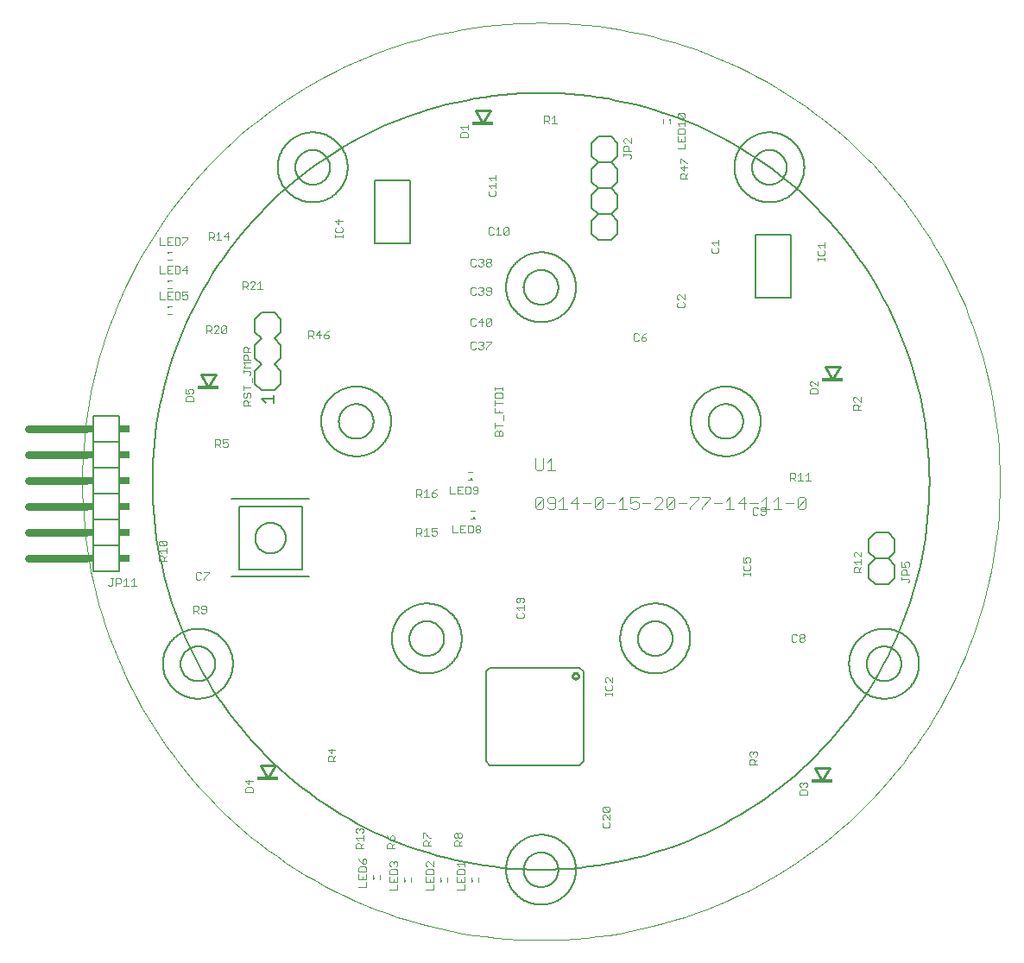
<source format=gto>
G75*
%MOIN*%
%OFA0B0*%
%FSLAX25Y25*%
%IPPOS*%
%LPD*%
%AMOC8*
5,1,8,0,0,1.08239X$1,22.5*
%
%ADD10C,0.00039*%
%ADD11C,0.01000*%
%ADD12R,0.08268X0.01181*%
%ADD13C,0.00300*%
%ADD14C,0.00500*%
%ADD15C,0.00400*%
%ADD16C,0.00600*%
%ADD17C,0.00800*%
%ADD18R,0.00886X0.00984*%
%ADD19R,0.00984X0.00886*%
%ADD20C,0.03000*%
%ADD21R,0.02000X0.03000*%
%ADD22R,0.04000X0.03000*%
D10*
X0300276Y0192366D02*
X0300329Y0196714D01*
X0300489Y0201059D01*
X0300756Y0205399D01*
X0301129Y0209731D01*
X0301608Y0214053D01*
X0302194Y0218362D01*
X0302884Y0222654D01*
X0303680Y0226929D01*
X0304581Y0231183D01*
X0305585Y0235414D01*
X0306694Y0239618D01*
X0307905Y0243794D01*
X0309218Y0247939D01*
X0310632Y0252051D01*
X0312147Y0256127D01*
X0313762Y0260164D01*
X0315475Y0264161D01*
X0317286Y0268114D01*
X0319193Y0272021D01*
X0321195Y0275881D01*
X0323292Y0279690D01*
X0325482Y0283447D01*
X0327763Y0287149D01*
X0330134Y0290794D01*
X0332594Y0294379D01*
X0335141Y0297903D01*
X0337774Y0301364D01*
X0340491Y0304758D01*
X0343290Y0308085D01*
X0346170Y0311343D01*
X0349130Y0314528D01*
X0352166Y0317641D01*
X0355279Y0320677D01*
X0358464Y0323637D01*
X0361722Y0326517D01*
X0365049Y0329316D01*
X0368443Y0332033D01*
X0371904Y0334666D01*
X0375428Y0337213D01*
X0379013Y0339673D01*
X0382658Y0342044D01*
X0386360Y0344325D01*
X0390117Y0346515D01*
X0393926Y0348612D01*
X0397786Y0350614D01*
X0401693Y0352521D01*
X0405646Y0354332D01*
X0409643Y0356045D01*
X0413680Y0357660D01*
X0417756Y0359175D01*
X0421868Y0360589D01*
X0426013Y0361902D01*
X0430189Y0363113D01*
X0434393Y0364222D01*
X0438624Y0365226D01*
X0442878Y0366127D01*
X0447153Y0366923D01*
X0451445Y0367613D01*
X0455754Y0368199D01*
X0460076Y0368678D01*
X0464408Y0369051D01*
X0468748Y0369318D01*
X0473093Y0369478D01*
X0477441Y0369531D01*
X0481789Y0369478D01*
X0486134Y0369318D01*
X0490474Y0369051D01*
X0494806Y0368678D01*
X0499128Y0368199D01*
X0503437Y0367613D01*
X0507729Y0366923D01*
X0512004Y0366127D01*
X0516258Y0365226D01*
X0520489Y0364222D01*
X0524693Y0363113D01*
X0528869Y0361902D01*
X0533014Y0360589D01*
X0537126Y0359175D01*
X0541202Y0357660D01*
X0545239Y0356045D01*
X0549236Y0354332D01*
X0553189Y0352521D01*
X0557096Y0350614D01*
X0560956Y0348612D01*
X0564765Y0346515D01*
X0568522Y0344325D01*
X0572224Y0342044D01*
X0575869Y0339673D01*
X0579454Y0337213D01*
X0582978Y0334666D01*
X0586439Y0332033D01*
X0589833Y0329316D01*
X0593160Y0326517D01*
X0596418Y0323637D01*
X0599603Y0320677D01*
X0602716Y0317641D01*
X0605752Y0314528D01*
X0608712Y0311343D01*
X0611592Y0308085D01*
X0614391Y0304758D01*
X0617108Y0301364D01*
X0619741Y0297903D01*
X0622288Y0294379D01*
X0624748Y0290794D01*
X0627119Y0287149D01*
X0629400Y0283447D01*
X0631590Y0279690D01*
X0633687Y0275881D01*
X0635689Y0272021D01*
X0637596Y0268114D01*
X0639407Y0264161D01*
X0641120Y0260164D01*
X0642735Y0256127D01*
X0644250Y0252051D01*
X0645664Y0247939D01*
X0646977Y0243794D01*
X0648188Y0239618D01*
X0649297Y0235414D01*
X0650301Y0231183D01*
X0651202Y0226929D01*
X0651998Y0222654D01*
X0652688Y0218362D01*
X0653274Y0214053D01*
X0653753Y0209731D01*
X0654126Y0205399D01*
X0654393Y0201059D01*
X0654553Y0196714D01*
X0654606Y0192366D01*
X0654553Y0188018D01*
X0654393Y0183673D01*
X0654126Y0179333D01*
X0653753Y0175001D01*
X0653274Y0170679D01*
X0652688Y0166370D01*
X0651998Y0162078D01*
X0651202Y0157803D01*
X0650301Y0153549D01*
X0649297Y0149318D01*
X0648188Y0145114D01*
X0646977Y0140938D01*
X0645664Y0136793D01*
X0644250Y0132681D01*
X0642735Y0128605D01*
X0641120Y0124568D01*
X0639407Y0120571D01*
X0637596Y0116618D01*
X0635689Y0112711D01*
X0633687Y0108851D01*
X0631590Y0105042D01*
X0629400Y0101285D01*
X0627119Y0097583D01*
X0624748Y0093938D01*
X0622288Y0090353D01*
X0619741Y0086829D01*
X0617108Y0083368D01*
X0614391Y0079974D01*
X0611592Y0076647D01*
X0608712Y0073389D01*
X0605752Y0070204D01*
X0602716Y0067091D01*
X0599603Y0064055D01*
X0596418Y0061095D01*
X0593160Y0058215D01*
X0589833Y0055416D01*
X0586439Y0052699D01*
X0582978Y0050066D01*
X0579454Y0047519D01*
X0575869Y0045059D01*
X0572224Y0042688D01*
X0568522Y0040407D01*
X0564765Y0038217D01*
X0560956Y0036120D01*
X0557096Y0034118D01*
X0553189Y0032211D01*
X0549236Y0030400D01*
X0545239Y0028687D01*
X0541202Y0027072D01*
X0537126Y0025557D01*
X0533014Y0024143D01*
X0528869Y0022830D01*
X0524693Y0021619D01*
X0520489Y0020510D01*
X0516258Y0019506D01*
X0512004Y0018605D01*
X0507729Y0017809D01*
X0503437Y0017119D01*
X0499128Y0016533D01*
X0494806Y0016054D01*
X0490474Y0015681D01*
X0486134Y0015414D01*
X0481789Y0015254D01*
X0477441Y0015201D01*
X0473093Y0015254D01*
X0468748Y0015414D01*
X0464408Y0015681D01*
X0460076Y0016054D01*
X0455754Y0016533D01*
X0451445Y0017119D01*
X0447153Y0017809D01*
X0442878Y0018605D01*
X0438624Y0019506D01*
X0434393Y0020510D01*
X0430189Y0021619D01*
X0426013Y0022830D01*
X0421868Y0024143D01*
X0417756Y0025557D01*
X0413680Y0027072D01*
X0409643Y0028687D01*
X0405646Y0030400D01*
X0401693Y0032211D01*
X0397786Y0034118D01*
X0393926Y0036120D01*
X0390117Y0038217D01*
X0386360Y0040407D01*
X0382658Y0042688D01*
X0379013Y0045059D01*
X0375428Y0047519D01*
X0371904Y0050066D01*
X0368443Y0052699D01*
X0365049Y0055416D01*
X0361722Y0058215D01*
X0358464Y0061095D01*
X0355279Y0064055D01*
X0352166Y0067091D01*
X0349130Y0070204D01*
X0346170Y0073389D01*
X0343290Y0076647D01*
X0340491Y0079974D01*
X0337774Y0083368D01*
X0335141Y0086829D01*
X0332594Y0090353D01*
X0330134Y0093938D01*
X0327763Y0097583D01*
X0325482Y0101285D01*
X0323292Y0105042D01*
X0321195Y0108851D01*
X0319193Y0112711D01*
X0317286Y0116618D01*
X0315475Y0120571D01*
X0313762Y0124568D01*
X0312147Y0128605D01*
X0310632Y0132681D01*
X0309218Y0136793D01*
X0307905Y0140938D01*
X0306694Y0145114D01*
X0305585Y0149318D01*
X0304581Y0153549D01*
X0303680Y0157803D01*
X0302884Y0162078D01*
X0302194Y0166370D01*
X0301608Y0170679D01*
X0301129Y0175001D01*
X0300756Y0179333D01*
X0300489Y0183673D01*
X0300329Y0188018D01*
X0300276Y0192366D01*
D11*
X0349000Y0228776D02*
X0351756Y0233697D01*
X0346244Y0233697D01*
X0349000Y0228776D01*
X0455000Y0330776D02*
X0457756Y0335697D01*
X0452244Y0335697D01*
X0455000Y0330776D01*
X0587244Y0236697D02*
X0590000Y0231776D01*
X0592756Y0236697D01*
X0587244Y0236697D01*
X0489635Y0117248D02*
X0489637Y0117315D01*
X0489643Y0117381D01*
X0489653Y0117447D01*
X0489667Y0117512D01*
X0489684Y0117576D01*
X0489706Y0117639D01*
X0489731Y0117701D01*
X0489760Y0117761D01*
X0489793Y0117819D01*
X0489828Y0117875D01*
X0489868Y0117929D01*
X0489910Y0117980D01*
X0489955Y0118029D01*
X0490003Y0118075D01*
X0490054Y0118118D01*
X0490107Y0118158D01*
X0490163Y0118195D01*
X0490221Y0118228D01*
X0490280Y0118258D01*
X0490341Y0118284D01*
X0490404Y0118307D01*
X0490468Y0118325D01*
X0490533Y0118340D01*
X0490599Y0118351D01*
X0490665Y0118358D01*
X0490731Y0118361D01*
X0490798Y0118360D01*
X0490864Y0118355D01*
X0490930Y0118346D01*
X0490996Y0118333D01*
X0491060Y0118316D01*
X0491123Y0118296D01*
X0491185Y0118271D01*
X0491246Y0118243D01*
X0491305Y0118212D01*
X0491361Y0118177D01*
X0491416Y0118139D01*
X0491468Y0118097D01*
X0491517Y0118052D01*
X0491564Y0118005D01*
X0491608Y0117955D01*
X0491648Y0117902D01*
X0491686Y0117847D01*
X0491720Y0117790D01*
X0491751Y0117731D01*
X0491778Y0117670D01*
X0491801Y0117608D01*
X0491821Y0117544D01*
X0491837Y0117479D01*
X0491849Y0117414D01*
X0491857Y0117348D01*
X0491861Y0117281D01*
X0491861Y0117215D01*
X0491857Y0117148D01*
X0491849Y0117082D01*
X0491837Y0117017D01*
X0491821Y0116952D01*
X0491801Y0116888D01*
X0491778Y0116826D01*
X0491751Y0116765D01*
X0491720Y0116706D01*
X0491686Y0116649D01*
X0491648Y0116594D01*
X0491608Y0116541D01*
X0491564Y0116491D01*
X0491517Y0116444D01*
X0491468Y0116399D01*
X0491416Y0116357D01*
X0491361Y0116319D01*
X0491304Y0116284D01*
X0491246Y0116253D01*
X0491185Y0116225D01*
X0491123Y0116200D01*
X0491060Y0116180D01*
X0490996Y0116163D01*
X0490930Y0116150D01*
X0490864Y0116141D01*
X0490798Y0116136D01*
X0490731Y0116135D01*
X0490665Y0116138D01*
X0490599Y0116145D01*
X0490533Y0116156D01*
X0490468Y0116171D01*
X0490404Y0116189D01*
X0490341Y0116212D01*
X0490280Y0116238D01*
X0490221Y0116268D01*
X0490163Y0116301D01*
X0490107Y0116338D01*
X0490054Y0116378D01*
X0490003Y0116421D01*
X0489955Y0116467D01*
X0489910Y0116516D01*
X0489868Y0116567D01*
X0489828Y0116621D01*
X0489793Y0116677D01*
X0489760Y0116735D01*
X0489731Y0116795D01*
X0489706Y0116857D01*
X0489684Y0116920D01*
X0489667Y0116984D01*
X0489653Y0117049D01*
X0489643Y0117115D01*
X0489637Y0117181D01*
X0489635Y0117248D01*
X0583244Y0081697D02*
X0588756Y0081697D01*
X0586000Y0076776D01*
X0583244Y0081697D01*
X0374756Y0082697D02*
X0372000Y0077776D01*
X0369244Y0082697D01*
X0374756Y0082697D01*
D12*
X0372000Y0077579D03*
X0349000Y0228579D03*
X0455000Y0330579D03*
X0590000Y0231579D03*
X0586000Y0076579D03*
D13*
X0580196Y0075654D02*
X0580196Y0074687D01*
X0579713Y0074203D01*
X0579713Y0073191D02*
X0577778Y0073191D01*
X0577294Y0072708D01*
X0577294Y0071256D01*
X0580196Y0071256D01*
X0580196Y0072708D01*
X0579713Y0073191D01*
X0577778Y0074203D02*
X0577294Y0074687D01*
X0577294Y0075654D01*
X0577778Y0076138D01*
X0578261Y0076138D01*
X0578745Y0075654D01*
X0579229Y0076138D01*
X0579713Y0076138D01*
X0580196Y0075654D01*
X0578745Y0075654D02*
X0578745Y0075170D01*
X0560850Y0083150D02*
X0557948Y0083150D01*
X0557948Y0084601D01*
X0558431Y0085085D01*
X0559399Y0085085D01*
X0559883Y0084601D01*
X0559883Y0083150D01*
X0559883Y0084117D02*
X0560850Y0085085D01*
X0560366Y0086097D02*
X0560850Y0086580D01*
X0560850Y0087548D01*
X0560366Y0088031D01*
X0559883Y0088031D01*
X0559399Y0087548D01*
X0559399Y0087064D01*
X0559399Y0087548D02*
X0558915Y0088031D01*
X0558431Y0088031D01*
X0557948Y0087548D01*
X0557948Y0086580D01*
X0558431Y0086097D01*
X0574741Y0130450D02*
X0575708Y0130450D01*
X0576192Y0130934D01*
X0577203Y0130934D02*
X0577203Y0131417D01*
X0577687Y0131901D01*
X0578655Y0131901D01*
X0579138Y0131417D01*
X0579138Y0130934D01*
X0578655Y0130450D01*
X0577687Y0130450D01*
X0577203Y0130934D01*
X0577687Y0131901D02*
X0577203Y0132385D01*
X0577203Y0132869D01*
X0577687Y0133352D01*
X0578655Y0133352D01*
X0579138Y0132869D01*
X0579138Y0132385D01*
X0578655Y0131901D01*
X0576192Y0132869D02*
X0575708Y0133352D01*
X0574741Y0133352D01*
X0574257Y0132869D01*
X0574257Y0130934D01*
X0574741Y0130450D01*
X0558350Y0156150D02*
X0558350Y0157117D01*
X0558350Y0156634D02*
X0555448Y0156634D01*
X0555448Y0157117D02*
X0555448Y0156150D01*
X0555931Y0158114D02*
X0557866Y0158114D01*
X0558350Y0158598D01*
X0558350Y0159566D01*
X0557866Y0160049D01*
X0557866Y0161061D02*
X0558350Y0161545D01*
X0558350Y0162512D01*
X0557866Y0162996D01*
X0556899Y0162996D01*
X0556415Y0162512D01*
X0556415Y0162028D01*
X0556899Y0161061D01*
X0555448Y0161061D01*
X0555448Y0162996D01*
X0555931Y0160049D02*
X0555448Y0159566D01*
X0555448Y0158598D01*
X0555931Y0158114D01*
X0559741Y0179450D02*
X0560708Y0179450D01*
X0561192Y0179934D01*
X0562203Y0179934D02*
X0562687Y0179450D01*
X0563655Y0179450D01*
X0564138Y0179934D01*
X0564138Y0181869D01*
X0563655Y0182352D01*
X0562687Y0182352D01*
X0562203Y0181869D01*
X0562203Y0181385D01*
X0562687Y0180901D01*
X0564138Y0180901D01*
X0561192Y0181869D02*
X0560708Y0182352D01*
X0559741Y0182352D01*
X0559257Y0181869D01*
X0559257Y0179934D01*
X0559741Y0179450D01*
X0573650Y0192650D02*
X0573650Y0195552D01*
X0575101Y0195552D01*
X0575585Y0195069D01*
X0575585Y0194101D01*
X0575101Y0193617D01*
X0573650Y0193617D01*
X0574617Y0193617D02*
X0575585Y0192650D01*
X0576597Y0192650D02*
X0578531Y0192650D01*
X0577564Y0192650D02*
X0577564Y0195552D01*
X0576597Y0194585D01*
X0579543Y0194585D02*
X0580511Y0195552D01*
X0580511Y0192650D01*
X0581478Y0192650D02*
X0579543Y0192650D01*
X0598631Y0165138D02*
X0598148Y0164655D01*
X0598148Y0163687D01*
X0598631Y0163203D01*
X0598631Y0165138D02*
X0599115Y0165138D01*
X0601050Y0163203D01*
X0601050Y0165138D01*
X0601050Y0162192D02*
X0601050Y0160257D01*
X0601050Y0161224D02*
X0598148Y0161224D01*
X0599115Y0160257D01*
X0598631Y0159245D02*
X0599599Y0159245D01*
X0600083Y0158762D01*
X0600083Y0157310D01*
X0601050Y0157310D02*
X0598148Y0157310D01*
X0598148Y0158762D01*
X0598631Y0159245D01*
X0600083Y0158278D02*
X0601050Y0159245D01*
X0616748Y0159243D02*
X0618199Y0159243D01*
X0617715Y0160211D01*
X0617715Y0160694D01*
X0618199Y0161178D01*
X0619166Y0161178D01*
X0619650Y0160694D01*
X0619650Y0159727D01*
X0619166Y0159243D01*
X0618199Y0158231D02*
X0618683Y0157748D01*
X0618683Y0156297D01*
X0619650Y0156297D02*
X0616748Y0156297D01*
X0616748Y0157748D01*
X0617231Y0158231D01*
X0618199Y0158231D01*
X0616748Y0159243D02*
X0616748Y0161178D01*
X0616748Y0155285D02*
X0616748Y0154317D01*
X0616748Y0154801D02*
X0619166Y0154801D01*
X0619650Y0154317D01*
X0619650Y0153834D01*
X0619166Y0153350D01*
X0600850Y0220150D02*
X0597948Y0220150D01*
X0597948Y0221601D01*
X0598431Y0222085D01*
X0599399Y0222085D01*
X0599883Y0221601D01*
X0599883Y0220150D01*
X0599883Y0221117D02*
X0600850Y0222085D01*
X0600850Y0223097D02*
X0598915Y0225031D01*
X0598431Y0225031D01*
X0597948Y0224548D01*
X0597948Y0223580D01*
X0598431Y0223097D01*
X0600850Y0223097D02*
X0600850Y0225031D01*
X0584196Y0226256D02*
X0584196Y0227708D01*
X0583713Y0228191D01*
X0581778Y0228191D01*
X0581294Y0227708D01*
X0581294Y0226256D01*
X0584196Y0226256D01*
X0584196Y0229203D02*
X0582261Y0231138D01*
X0581778Y0231138D01*
X0581294Y0230654D01*
X0581294Y0229687D01*
X0581778Y0229203D01*
X0584196Y0229203D02*
X0584196Y0231138D01*
X0532850Y0260134D02*
X0532850Y0261101D01*
X0532366Y0261585D01*
X0532850Y0262597D02*
X0530915Y0264531D01*
X0530431Y0264531D01*
X0529948Y0264048D01*
X0529948Y0263080D01*
X0530431Y0262597D01*
X0530431Y0261585D02*
X0529948Y0261101D01*
X0529948Y0260134D01*
X0530431Y0259650D01*
X0532366Y0259650D01*
X0532850Y0260134D01*
X0532850Y0262597D02*
X0532850Y0264531D01*
X0543631Y0280757D02*
X0545566Y0280757D01*
X0546050Y0281241D01*
X0546050Y0282208D01*
X0545566Y0282692D01*
X0546050Y0283703D02*
X0546050Y0285638D01*
X0546050Y0284671D02*
X0543148Y0284671D01*
X0544115Y0283703D01*
X0543631Y0282692D02*
X0543148Y0282208D01*
X0543148Y0281241D01*
X0543631Y0280757D01*
X0534050Y0309310D02*
X0531148Y0309310D01*
X0531148Y0310762D01*
X0531631Y0311245D01*
X0532599Y0311245D01*
X0533083Y0310762D01*
X0533083Y0309310D01*
X0533083Y0310278D02*
X0534050Y0311245D01*
X0532599Y0312257D02*
X0532599Y0314192D01*
X0533566Y0315203D02*
X0534050Y0315203D01*
X0533566Y0315203D02*
X0531631Y0317138D01*
X0531148Y0317138D01*
X0531148Y0315203D01*
X0531148Y0313708D02*
X0532599Y0312257D01*
X0534050Y0313708D02*
X0531148Y0313708D01*
X0530085Y0320854D02*
X0532987Y0320854D01*
X0532987Y0322789D01*
X0532987Y0323801D02*
X0532987Y0325736D01*
X0532987Y0326747D02*
X0532987Y0328199D01*
X0532503Y0328682D01*
X0530568Y0328682D01*
X0530085Y0328199D01*
X0530085Y0326747D01*
X0532987Y0326747D01*
X0531536Y0324768D02*
X0531536Y0323801D01*
X0530085Y0323801D02*
X0532987Y0323801D01*
X0530085Y0323801D02*
X0530085Y0325736D01*
X0531052Y0329694D02*
X0530085Y0330661D01*
X0532987Y0330661D01*
X0532987Y0329694D02*
X0532987Y0331629D01*
X0532503Y0332640D02*
X0530568Y0334575D01*
X0532503Y0334575D01*
X0532987Y0334092D01*
X0532987Y0333124D01*
X0532503Y0332640D01*
X0530568Y0332640D01*
X0530085Y0333124D01*
X0530085Y0334092D01*
X0530568Y0334575D01*
X0512250Y0324938D02*
X0512250Y0323003D01*
X0510315Y0324938D01*
X0509831Y0324938D01*
X0509348Y0324455D01*
X0509348Y0323487D01*
X0509831Y0323003D01*
X0509831Y0321992D02*
X0510799Y0321992D01*
X0511283Y0321508D01*
X0511283Y0320057D01*
X0512250Y0320057D02*
X0509348Y0320057D01*
X0509348Y0321508D01*
X0509831Y0321992D01*
X0509348Y0319045D02*
X0509348Y0318078D01*
X0509348Y0318562D02*
X0511766Y0318562D01*
X0512250Y0318078D01*
X0512250Y0317594D01*
X0511766Y0317110D01*
X0483531Y0330650D02*
X0481597Y0330650D01*
X0482564Y0330650D02*
X0482564Y0333552D01*
X0481597Y0332585D01*
X0480585Y0333069D02*
X0480585Y0332101D01*
X0480101Y0331617D01*
X0478650Y0331617D01*
X0478650Y0330650D02*
X0478650Y0333552D01*
X0480101Y0333552D01*
X0480585Y0333069D01*
X0479617Y0331617D02*
X0480585Y0330650D01*
X0460050Y0310638D02*
X0460050Y0308703D01*
X0460050Y0309671D02*
X0457148Y0309671D01*
X0458115Y0308703D01*
X0460050Y0307692D02*
X0460050Y0305757D01*
X0460050Y0306724D02*
X0457148Y0306724D01*
X0458115Y0305757D01*
X0457631Y0304745D02*
X0457148Y0304262D01*
X0457148Y0303294D01*
X0457631Y0302810D01*
X0459566Y0302810D01*
X0460050Y0303294D01*
X0460050Y0304262D01*
X0459566Y0304745D01*
X0458601Y0290552D02*
X0457634Y0290552D01*
X0457150Y0290069D01*
X0457150Y0288134D01*
X0457634Y0287650D01*
X0458601Y0287650D01*
X0459085Y0288134D01*
X0460097Y0287650D02*
X0462031Y0287650D01*
X0461064Y0287650D02*
X0461064Y0290552D01*
X0460097Y0289585D01*
X0459085Y0290069D02*
X0458601Y0290552D01*
X0463043Y0290069D02*
X0463527Y0290552D01*
X0464494Y0290552D01*
X0464978Y0290069D01*
X0463043Y0288134D01*
X0463527Y0287650D01*
X0464494Y0287650D01*
X0464978Y0288134D01*
X0464978Y0290069D01*
X0463043Y0290069D02*
X0463043Y0288134D01*
X0457655Y0278352D02*
X0456687Y0278352D01*
X0456203Y0277869D01*
X0456203Y0277385D01*
X0456687Y0276901D01*
X0457655Y0276901D01*
X0458138Y0276417D01*
X0458138Y0275934D01*
X0457655Y0275450D01*
X0456687Y0275450D01*
X0456203Y0275934D01*
X0456203Y0276417D01*
X0456687Y0276901D01*
X0457655Y0276901D02*
X0458138Y0277385D01*
X0458138Y0277869D01*
X0457655Y0278352D01*
X0455192Y0277869D02*
X0455192Y0277385D01*
X0454708Y0276901D01*
X0455192Y0276417D01*
X0455192Y0275934D01*
X0454708Y0275450D01*
X0453741Y0275450D01*
X0453257Y0275934D01*
X0452245Y0275934D02*
X0451762Y0275450D01*
X0450794Y0275450D01*
X0450310Y0275934D01*
X0450310Y0277869D01*
X0450794Y0278352D01*
X0451762Y0278352D01*
X0452245Y0277869D01*
X0453257Y0277869D02*
X0453741Y0278352D01*
X0454708Y0278352D01*
X0455192Y0277869D01*
X0454708Y0276901D02*
X0454224Y0276901D01*
X0453741Y0267352D02*
X0454708Y0267352D01*
X0455192Y0266869D01*
X0455192Y0266385D01*
X0454708Y0265901D01*
X0455192Y0265417D01*
X0455192Y0264934D01*
X0454708Y0264450D01*
X0453741Y0264450D01*
X0453257Y0264934D01*
X0452245Y0264934D02*
X0451762Y0264450D01*
X0450794Y0264450D01*
X0450310Y0264934D01*
X0450310Y0266869D01*
X0450794Y0267352D01*
X0451762Y0267352D01*
X0452245Y0266869D01*
X0453257Y0266869D02*
X0453741Y0267352D01*
X0454224Y0265901D02*
X0454708Y0265901D01*
X0456203Y0266385D02*
X0456687Y0265901D01*
X0458138Y0265901D01*
X0458138Y0264934D02*
X0458138Y0266869D01*
X0457655Y0267352D01*
X0456687Y0267352D01*
X0456203Y0266869D01*
X0456203Y0266385D01*
X0456203Y0264934D02*
X0456687Y0264450D01*
X0457655Y0264450D01*
X0458138Y0264934D01*
X0457655Y0255352D02*
X0456687Y0255352D01*
X0456203Y0254869D01*
X0456203Y0252934D01*
X0458138Y0254869D01*
X0458138Y0252934D01*
X0457655Y0252450D01*
X0456687Y0252450D01*
X0456203Y0252934D01*
X0455192Y0253901D02*
X0453257Y0253901D01*
X0454708Y0255352D01*
X0454708Y0252450D01*
X0452245Y0252934D02*
X0451762Y0252450D01*
X0450794Y0252450D01*
X0450310Y0252934D01*
X0450310Y0254869D01*
X0450794Y0255352D01*
X0451762Y0255352D01*
X0452245Y0254869D01*
X0457655Y0255352D02*
X0458138Y0254869D01*
X0458138Y0246352D02*
X0456203Y0246352D01*
X0455192Y0245869D02*
X0455192Y0245385D01*
X0454708Y0244901D01*
X0455192Y0244417D01*
X0455192Y0243934D01*
X0454708Y0243450D01*
X0453741Y0243450D01*
X0453257Y0243934D01*
X0452245Y0243934D02*
X0451762Y0243450D01*
X0450794Y0243450D01*
X0450310Y0243934D01*
X0450310Y0245869D01*
X0450794Y0246352D01*
X0451762Y0246352D01*
X0452245Y0245869D01*
X0453257Y0245869D02*
X0453741Y0246352D01*
X0454708Y0246352D01*
X0455192Y0245869D01*
X0454708Y0244901D02*
X0454224Y0244901D01*
X0456203Y0243934D02*
X0456203Y0243450D01*
X0456203Y0243934D02*
X0458138Y0245869D01*
X0458138Y0246352D01*
X0459648Y0228653D02*
X0459648Y0227686D01*
X0459648Y0228169D02*
X0462550Y0228169D01*
X0462550Y0227686D02*
X0462550Y0228653D01*
X0462066Y0226674D02*
X0460131Y0226674D01*
X0459648Y0226190D01*
X0459648Y0224739D01*
X0462550Y0224739D01*
X0462550Y0226190D01*
X0462066Y0226674D01*
X0459648Y0223728D02*
X0459648Y0221793D01*
X0459648Y0222760D02*
X0462550Y0222760D01*
X0461099Y0219814D02*
X0461099Y0218846D01*
X0462550Y0218846D02*
X0459648Y0218846D01*
X0459648Y0220781D01*
X0463034Y0217835D02*
X0463034Y0215900D01*
X0462550Y0213921D02*
X0459648Y0213921D01*
X0459648Y0214888D02*
X0459648Y0212953D01*
X0460131Y0211942D02*
X0460615Y0211942D01*
X0461099Y0211458D01*
X0461099Y0210007D01*
X0461099Y0211458D02*
X0461583Y0211942D01*
X0462066Y0211942D01*
X0462550Y0211458D01*
X0462550Y0210007D01*
X0459648Y0210007D01*
X0459648Y0211458D01*
X0460131Y0211942D01*
X0452592Y0190415D02*
X0451624Y0190415D01*
X0451140Y0189932D01*
X0451140Y0189448D01*
X0451624Y0188964D01*
X0453075Y0188964D01*
X0453075Y0187997D02*
X0453075Y0189932D01*
X0452592Y0190415D01*
X0453075Y0187997D02*
X0452592Y0187513D01*
X0451624Y0187513D01*
X0451140Y0187997D01*
X0450129Y0187997D02*
X0449645Y0187513D01*
X0448194Y0187513D01*
X0448194Y0190415D01*
X0449645Y0190415D01*
X0450129Y0189932D01*
X0450129Y0187997D01*
X0447182Y0187513D02*
X0445247Y0187513D01*
X0445247Y0190415D01*
X0447182Y0190415D01*
X0446215Y0188964D02*
X0445247Y0188964D01*
X0444236Y0187513D02*
X0442301Y0187513D01*
X0442301Y0190415D01*
X0437138Y0189352D02*
X0436171Y0188869D01*
X0435203Y0187901D01*
X0436655Y0187901D01*
X0437138Y0187417D01*
X0437138Y0186934D01*
X0436655Y0186450D01*
X0435687Y0186450D01*
X0435203Y0186934D01*
X0435203Y0187901D01*
X0434192Y0186450D02*
X0432257Y0186450D01*
X0433224Y0186450D02*
X0433224Y0189352D01*
X0432257Y0188385D01*
X0431245Y0188869D02*
X0431245Y0187901D01*
X0430762Y0187417D01*
X0429310Y0187417D01*
X0429310Y0186450D02*
X0429310Y0189352D01*
X0430762Y0189352D01*
X0431245Y0188869D01*
X0430278Y0187417D02*
X0431245Y0186450D01*
X0430762Y0174352D02*
X0431245Y0173869D01*
X0431245Y0172901D01*
X0430762Y0172417D01*
X0429310Y0172417D01*
X0429310Y0171450D02*
X0429310Y0174352D01*
X0430762Y0174352D01*
X0432257Y0173385D02*
X0433224Y0174352D01*
X0433224Y0171450D01*
X0432257Y0171450D02*
X0434192Y0171450D01*
X0435203Y0171934D02*
X0435687Y0171450D01*
X0436655Y0171450D01*
X0437138Y0171934D01*
X0437138Y0172901D01*
X0436655Y0173385D01*
X0436171Y0173385D01*
X0435203Y0172901D01*
X0435203Y0174352D01*
X0437138Y0174352D01*
X0443301Y0175415D02*
X0443301Y0172513D01*
X0445236Y0172513D01*
X0446247Y0172513D02*
X0448182Y0172513D01*
X0449194Y0172513D02*
X0450645Y0172513D01*
X0451129Y0172997D01*
X0451129Y0174932D01*
X0450645Y0175415D01*
X0449194Y0175415D01*
X0449194Y0172513D01*
X0447215Y0173964D02*
X0446247Y0173964D01*
X0446247Y0175415D02*
X0446247Y0172513D01*
X0446247Y0175415D02*
X0448182Y0175415D01*
X0452140Y0174932D02*
X0452140Y0174448D01*
X0452624Y0173964D01*
X0453592Y0173964D01*
X0454075Y0173480D01*
X0454075Y0172997D01*
X0453592Y0172513D01*
X0452624Y0172513D01*
X0452140Y0172997D01*
X0452140Y0173480D01*
X0452624Y0173964D01*
X0453592Y0173964D02*
X0454075Y0174448D01*
X0454075Y0174932D01*
X0453592Y0175415D01*
X0452624Y0175415D01*
X0452140Y0174932D01*
X0431245Y0171450D02*
X0430278Y0172417D01*
X0467948Y0146994D02*
X0467948Y0146027D01*
X0468431Y0145543D01*
X0468915Y0145543D01*
X0469399Y0146027D01*
X0469399Y0147478D01*
X0470366Y0147478D02*
X0468431Y0147478D01*
X0467948Y0146994D01*
X0470366Y0147478D02*
X0470850Y0146994D01*
X0470850Y0146027D01*
X0470366Y0145543D01*
X0470850Y0144531D02*
X0470850Y0142597D01*
X0470850Y0143564D02*
X0467948Y0143564D01*
X0468915Y0142597D01*
X0468431Y0141585D02*
X0467948Y0141101D01*
X0467948Y0140134D01*
X0468431Y0139650D01*
X0470366Y0139650D01*
X0470850Y0140134D01*
X0470850Y0141101D01*
X0470366Y0141585D01*
X0502148Y0116155D02*
X0502148Y0115187D01*
X0502631Y0114703D01*
X0502631Y0113692D02*
X0502148Y0113208D01*
X0502148Y0112241D01*
X0502631Y0111757D01*
X0504566Y0111757D01*
X0505050Y0112241D01*
X0505050Y0113208D01*
X0504566Y0113692D01*
X0505050Y0114703D02*
X0503115Y0116638D01*
X0502631Y0116638D01*
X0502148Y0116155D01*
X0505050Y0116638D02*
X0505050Y0114703D01*
X0505050Y0110760D02*
X0505050Y0109793D01*
X0505050Y0110276D02*
X0502148Y0110276D01*
X0502148Y0109793D02*
X0502148Y0110760D01*
X0501631Y0066638D02*
X0503566Y0064703D01*
X0504050Y0065187D01*
X0504050Y0066155D01*
X0503566Y0066638D01*
X0501631Y0066638D01*
X0501148Y0066155D01*
X0501148Y0065187D01*
X0501631Y0064703D01*
X0503566Y0064703D01*
X0504050Y0063692D02*
X0504050Y0061757D01*
X0502115Y0063692D01*
X0501631Y0063692D01*
X0501148Y0063208D01*
X0501148Y0062241D01*
X0501631Y0061757D01*
X0501631Y0060745D02*
X0501148Y0060262D01*
X0501148Y0059294D01*
X0501631Y0058810D01*
X0503566Y0058810D01*
X0504050Y0059294D01*
X0504050Y0060262D01*
X0503566Y0060745D01*
X0446850Y0056048D02*
X0446850Y0055080D01*
X0446366Y0054597D01*
X0445883Y0054597D01*
X0445399Y0055080D01*
X0445399Y0056048D01*
X0445883Y0056531D01*
X0446366Y0056531D01*
X0446850Y0056048D01*
X0445399Y0056048D02*
X0444915Y0056531D01*
X0444431Y0056531D01*
X0443948Y0056048D01*
X0443948Y0055080D01*
X0444431Y0054597D01*
X0444915Y0054597D01*
X0445399Y0055080D01*
X0445399Y0053585D02*
X0445883Y0053101D01*
X0445883Y0051650D01*
X0446850Y0051650D02*
X0443948Y0051650D01*
X0443948Y0053101D01*
X0444431Y0053585D01*
X0445399Y0053585D01*
X0445883Y0052617D02*
X0446850Y0053585D01*
X0447913Y0045488D02*
X0447913Y0043553D01*
X0447913Y0044520D02*
X0445011Y0044520D01*
X0445978Y0043553D01*
X0445494Y0042541D02*
X0445011Y0042057D01*
X0445011Y0040606D01*
X0447913Y0040606D01*
X0447913Y0042057D01*
X0447429Y0042541D01*
X0445494Y0042541D01*
X0445011Y0039594D02*
X0445011Y0037660D01*
X0447913Y0037660D01*
X0447913Y0039594D01*
X0446462Y0038627D02*
X0446462Y0037660D01*
X0447913Y0036648D02*
X0447913Y0034713D01*
X0445011Y0034713D01*
X0435913Y0034713D02*
X0435913Y0036648D01*
X0435913Y0037660D02*
X0433011Y0037660D01*
X0433011Y0039594D01*
X0433011Y0040606D02*
X0433011Y0042057D01*
X0433494Y0042541D01*
X0435429Y0042541D01*
X0435913Y0042057D01*
X0435913Y0040606D01*
X0433011Y0040606D01*
X0434462Y0038627D02*
X0434462Y0037660D01*
X0435913Y0037660D02*
X0435913Y0039594D01*
X0435913Y0043553D02*
X0433978Y0045488D01*
X0433494Y0045488D01*
X0433011Y0045004D01*
X0433011Y0044036D01*
X0433494Y0043553D01*
X0435913Y0043553D02*
X0435913Y0045488D01*
X0434850Y0051650D02*
X0431948Y0051650D01*
X0431948Y0053101D01*
X0432431Y0053585D01*
X0433399Y0053585D01*
X0433883Y0053101D01*
X0433883Y0051650D01*
X0433883Y0052617D02*
X0434850Y0053585D01*
X0434850Y0054597D02*
X0434366Y0054597D01*
X0432431Y0056531D01*
X0431948Y0056531D01*
X0431948Y0054597D01*
X0421913Y0045004D02*
X0421913Y0044036D01*
X0421429Y0043553D01*
X0421429Y0042541D02*
X0419494Y0042541D01*
X0419011Y0042057D01*
X0419011Y0040606D01*
X0421913Y0040606D01*
X0421913Y0042057D01*
X0421429Y0042541D01*
X0419494Y0043553D02*
X0419011Y0044036D01*
X0419011Y0045004D01*
X0419494Y0045488D01*
X0419978Y0045488D01*
X0420462Y0045004D01*
X0420946Y0045488D01*
X0421429Y0045488D01*
X0421913Y0045004D01*
X0420462Y0045004D02*
X0420462Y0044520D01*
X0421913Y0039594D02*
X0421913Y0037660D01*
X0419011Y0037660D01*
X0419011Y0039594D01*
X0420462Y0038627D02*
X0420462Y0037660D01*
X0421913Y0036648D02*
X0421913Y0034713D01*
X0419011Y0034713D01*
X0409913Y0035713D02*
X0409913Y0037648D01*
X0409913Y0038660D02*
X0409913Y0040594D01*
X0409913Y0041606D02*
X0409913Y0043057D01*
X0409429Y0043541D01*
X0407494Y0043541D01*
X0407011Y0043057D01*
X0407011Y0041606D01*
X0409913Y0041606D01*
X0408462Y0039627D02*
X0408462Y0038660D01*
X0407011Y0038660D02*
X0409913Y0038660D01*
X0407011Y0038660D02*
X0407011Y0040594D01*
X0408462Y0044553D02*
X0408462Y0046004D01*
X0408946Y0046488D01*
X0409429Y0046488D01*
X0409913Y0046004D01*
X0409913Y0045036D01*
X0409429Y0044553D01*
X0408462Y0044553D01*
X0407494Y0045520D01*
X0407011Y0046488D01*
X0407883Y0050650D02*
X0407883Y0052101D01*
X0407399Y0052585D01*
X0406431Y0052585D01*
X0405948Y0052101D01*
X0405948Y0050650D01*
X0408850Y0050650D01*
X0407883Y0051617D02*
X0408850Y0052585D01*
X0408850Y0053597D02*
X0408850Y0055531D01*
X0408850Y0054564D02*
X0405948Y0054564D01*
X0406915Y0053597D01*
X0406431Y0056543D02*
X0405948Y0057027D01*
X0405948Y0057994D01*
X0406431Y0058478D01*
X0406915Y0058478D01*
X0407399Y0057994D01*
X0407883Y0058478D01*
X0408366Y0058478D01*
X0408850Y0057994D01*
X0408850Y0057027D01*
X0408366Y0056543D01*
X0407399Y0057511D02*
X0407399Y0057994D01*
X0417948Y0055531D02*
X0418431Y0054564D01*
X0419399Y0053597D01*
X0419399Y0055048D01*
X0419883Y0055531D01*
X0420366Y0055531D01*
X0420850Y0055048D01*
X0420850Y0054080D01*
X0420366Y0053597D01*
X0419399Y0053597D01*
X0419399Y0052585D02*
X0419883Y0052101D01*
X0419883Y0050650D01*
X0420850Y0050650D02*
X0417948Y0050650D01*
X0417948Y0052101D01*
X0418431Y0052585D01*
X0419399Y0052585D01*
X0419883Y0051617D02*
X0420850Y0052585D01*
X0409913Y0035713D02*
X0407011Y0035713D01*
X0433011Y0034713D02*
X0435913Y0034713D01*
X0398050Y0084257D02*
X0395148Y0084257D01*
X0395148Y0085708D01*
X0395631Y0086192D01*
X0396599Y0086192D01*
X0397083Y0085708D01*
X0397083Y0084257D01*
X0397083Y0085224D02*
X0398050Y0086192D01*
X0396599Y0087203D02*
X0396599Y0089138D01*
X0398050Y0088655D02*
X0395148Y0088655D01*
X0396599Y0087203D01*
X0366196Y0076654D02*
X0363294Y0076654D01*
X0364745Y0075203D01*
X0364745Y0077138D01*
X0363778Y0074191D02*
X0363294Y0073708D01*
X0363294Y0072256D01*
X0366196Y0072256D01*
X0366196Y0073708D01*
X0365713Y0074191D01*
X0363778Y0074191D01*
X0347655Y0141450D02*
X0348138Y0141934D01*
X0348138Y0143869D01*
X0347655Y0144352D01*
X0346687Y0144352D01*
X0346203Y0143869D01*
X0346203Y0143385D01*
X0346687Y0142901D01*
X0348138Y0142901D01*
X0347655Y0141450D02*
X0346687Y0141450D01*
X0346203Y0141934D01*
X0345192Y0141450D02*
X0344224Y0142417D01*
X0344708Y0142417D02*
X0343257Y0142417D01*
X0343257Y0141450D02*
X0343257Y0144352D01*
X0344708Y0144352D01*
X0345192Y0143869D01*
X0345192Y0142901D01*
X0344708Y0142417D01*
X0344741Y0154450D02*
X0345708Y0154450D01*
X0346192Y0154934D01*
X0347203Y0154934D02*
X0347203Y0154450D01*
X0347203Y0154934D02*
X0349138Y0156869D01*
X0349138Y0157352D01*
X0347203Y0157352D01*
X0346192Y0156869D02*
X0345708Y0157352D01*
X0344741Y0157352D01*
X0344257Y0156869D01*
X0344257Y0154934D01*
X0344741Y0154450D01*
X0332850Y0161650D02*
X0329948Y0161650D01*
X0329948Y0163101D01*
X0330431Y0163585D01*
X0331399Y0163585D01*
X0331883Y0163101D01*
X0331883Y0161650D01*
X0331883Y0162617D02*
X0332850Y0163585D01*
X0332850Y0164597D02*
X0332850Y0166531D01*
X0332850Y0165564D02*
X0329948Y0165564D01*
X0330915Y0164597D01*
X0330431Y0167543D02*
X0329948Y0168027D01*
X0329948Y0168994D01*
X0330431Y0169478D01*
X0332366Y0167543D01*
X0332850Y0168027D01*
X0332850Y0168994D01*
X0332366Y0169478D01*
X0330431Y0169478D01*
X0330431Y0167543D02*
X0332366Y0167543D01*
X0320171Y0154852D02*
X0320171Y0151950D01*
X0321138Y0151950D02*
X0319203Y0151950D01*
X0318192Y0151950D02*
X0316257Y0151950D01*
X0317224Y0151950D02*
X0317224Y0154852D01*
X0316257Y0153885D01*
X0315245Y0154369D02*
X0315245Y0153401D01*
X0314762Y0152917D01*
X0313310Y0152917D01*
X0313310Y0151950D02*
X0313310Y0154852D01*
X0314762Y0154852D01*
X0315245Y0154369D01*
X0312299Y0154852D02*
X0311331Y0154852D01*
X0311815Y0154852D02*
X0311815Y0152434D01*
X0311331Y0151950D01*
X0310848Y0151950D01*
X0310364Y0152434D01*
X0319203Y0153885D02*
X0320171Y0154852D01*
X0351650Y0205650D02*
X0351650Y0208552D01*
X0353101Y0208552D01*
X0353585Y0208069D01*
X0353585Y0207101D01*
X0353101Y0206617D01*
X0351650Y0206617D01*
X0352617Y0206617D02*
X0353585Y0205650D01*
X0354597Y0206134D02*
X0355080Y0205650D01*
X0356048Y0205650D01*
X0356531Y0206134D01*
X0356531Y0207101D01*
X0356048Y0207585D01*
X0355564Y0207585D01*
X0354597Y0207101D01*
X0354597Y0208552D01*
X0356531Y0208552D01*
X0362448Y0221650D02*
X0362448Y0223101D01*
X0362931Y0223585D01*
X0363899Y0223585D01*
X0364383Y0223101D01*
X0364383Y0221650D01*
X0365350Y0221650D02*
X0362448Y0221650D01*
X0364383Y0222617D02*
X0365350Y0223585D01*
X0364866Y0224597D02*
X0365350Y0225080D01*
X0365350Y0226048D01*
X0364866Y0226531D01*
X0364383Y0226531D01*
X0363899Y0226048D01*
X0363899Y0225080D01*
X0363415Y0224597D01*
X0362931Y0224597D01*
X0362448Y0225080D01*
X0362448Y0226048D01*
X0362931Y0226531D01*
X0362448Y0227543D02*
X0362448Y0229478D01*
X0362448Y0228511D02*
X0365350Y0228511D01*
X0365834Y0230490D02*
X0365834Y0232425D01*
X0364866Y0233436D02*
X0365350Y0233920D01*
X0365350Y0234404D01*
X0364866Y0234887D01*
X0362448Y0234887D01*
X0362448Y0234404D02*
X0362448Y0235371D01*
X0362448Y0236383D02*
X0363415Y0237350D01*
X0362448Y0238318D01*
X0365350Y0238318D01*
X0365350Y0239329D02*
X0362448Y0239329D01*
X0362448Y0240780D01*
X0362931Y0241264D01*
X0363899Y0241264D01*
X0364383Y0240780D01*
X0364383Y0239329D01*
X0364383Y0242276D02*
X0364383Y0243727D01*
X0363899Y0244211D01*
X0362931Y0244211D01*
X0362448Y0243727D01*
X0362448Y0242276D01*
X0365350Y0242276D01*
X0364383Y0243243D02*
X0365350Y0244211D01*
X0365350Y0236383D02*
X0362448Y0236383D01*
X0355494Y0249650D02*
X0354527Y0249650D01*
X0354043Y0250134D01*
X0355978Y0252069D01*
X0355978Y0250134D01*
X0355494Y0249650D01*
X0354043Y0250134D02*
X0354043Y0252069D01*
X0354527Y0252552D01*
X0355494Y0252552D01*
X0355978Y0252069D01*
X0353031Y0252069D02*
X0352548Y0252552D01*
X0351580Y0252552D01*
X0351097Y0252069D01*
X0350085Y0252069D02*
X0350085Y0251101D01*
X0349601Y0250617D01*
X0348150Y0250617D01*
X0348150Y0249650D02*
X0348150Y0252552D01*
X0349601Y0252552D01*
X0350085Y0252069D01*
X0349117Y0250617D02*
X0350085Y0249650D01*
X0351097Y0249650D02*
X0353031Y0251585D01*
X0353031Y0252069D01*
X0353031Y0249650D02*
X0351097Y0249650D01*
X0340504Y0262587D02*
X0339536Y0262587D01*
X0339053Y0263071D01*
X0339053Y0264038D02*
X0340020Y0264522D01*
X0340504Y0264522D01*
X0340988Y0264038D01*
X0340988Y0263071D01*
X0340504Y0262587D01*
X0339053Y0264038D02*
X0339053Y0265489D01*
X0340988Y0265489D01*
X0338041Y0265006D02*
X0337557Y0265489D01*
X0336106Y0265489D01*
X0336106Y0262587D01*
X0337557Y0262587D01*
X0338041Y0263071D01*
X0338041Y0265006D01*
X0335094Y0265489D02*
X0333160Y0265489D01*
X0333160Y0262587D01*
X0335094Y0262587D01*
X0334127Y0264038D02*
X0333160Y0264038D01*
X0332148Y0262587D02*
X0330213Y0262587D01*
X0330213Y0265489D01*
X0330213Y0272587D02*
X0332148Y0272587D01*
X0333160Y0272587D02*
X0335094Y0272587D01*
X0336106Y0272587D02*
X0337557Y0272587D01*
X0338041Y0273071D01*
X0338041Y0275006D01*
X0337557Y0275489D01*
X0336106Y0275489D01*
X0336106Y0272587D01*
X0334127Y0274038D02*
X0333160Y0274038D01*
X0333160Y0275489D02*
X0333160Y0272587D01*
X0333160Y0275489D02*
X0335094Y0275489D01*
X0339053Y0274038D02*
X0340988Y0274038D01*
X0340504Y0272587D02*
X0340504Y0275489D01*
X0339053Y0274038D01*
X0330213Y0275489D02*
X0330213Y0272587D01*
X0330213Y0283587D02*
X0332148Y0283587D01*
X0333160Y0283587D02*
X0335094Y0283587D01*
X0336106Y0283587D02*
X0337557Y0283587D01*
X0338041Y0284071D01*
X0338041Y0286006D01*
X0337557Y0286489D01*
X0336106Y0286489D01*
X0336106Y0283587D01*
X0334127Y0285038D02*
X0333160Y0285038D01*
X0333160Y0286489D02*
X0333160Y0283587D01*
X0333160Y0286489D02*
X0335094Y0286489D01*
X0339053Y0286489D02*
X0340988Y0286489D01*
X0340988Y0286006D01*
X0339053Y0284071D01*
X0339053Y0283587D01*
X0330213Y0283587D02*
X0330213Y0286489D01*
X0349150Y0286617D02*
X0350601Y0286617D01*
X0351085Y0287101D01*
X0351085Y0288069D01*
X0350601Y0288552D01*
X0349150Y0288552D01*
X0349150Y0285650D01*
X0350117Y0286617D02*
X0351085Y0285650D01*
X0352097Y0285650D02*
X0354031Y0285650D01*
X0353064Y0285650D02*
X0353064Y0288552D01*
X0352097Y0287585D01*
X0355043Y0287101D02*
X0356978Y0287101D01*
X0356494Y0285650D02*
X0356494Y0288552D01*
X0355043Y0287101D01*
X0362150Y0269552D02*
X0363601Y0269552D01*
X0364085Y0269069D01*
X0364085Y0268101D01*
X0363601Y0267617D01*
X0362150Y0267617D01*
X0362150Y0266650D02*
X0362150Y0269552D01*
X0363117Y0267617D02*
X0364085Y0266650D01*
X0365097Y0266650D02*
X0367031Y0268585D01*
X0367031Y0269069D01*
X0366548Y0269552D01*
X0365580Y0269552D01*
X0365097Y0269069D01*
X0365097Y0266650D02*
X0367031Y0266650D01*
X0368043Y0266650D02*
X0369978Y0266650D01*
X0369011Y0266650D02*
X0369011Y0269552D01*
X0368043Y0268585D01*
X0387650Y0250552D02*
X0389101Y0250552D01*
X0389585Y0250069D01*
X0389585Y0249101D01*
X0389101Y0248617D01*
X0387650Y0248617D01*
X0387650Y0247650D02*
X0387650Y0250552D01*
X0388617Y0248617D02*
X0389585Y0247650D01*
X0390597Y0249101D02*
X0392531Y0249101D01*
X0393543Y0249101D02*
X0394994Y0249101D01*
X0395478Y0248617D01*
X0395478Y0248134D01*
X0394994Y0247650D01*
X0394027Y0247650D01*
X0393543Y0248134D01*
X0393543Y0249101D01*
X0394511Y0250069D01*
X0395478Y0250552D01*
X0392048Y0250552D02*
X0390597Y0249101D01*
X0392048Y0247650D02*
X0392048Y0250552D01*
X0397948Y0286650D02*
X0397948Y0287617D01*
X0397948Y0287134D02*
X0400850Y0287134D01*
X0400850Y0287617D02*
X0400850Y0286650D01*
X0400366Y0288614D02*
X0398431Y0288614D01*
X0397948Y0289098D01*
X0397948Y0290066D01*
X0398431Y0290549D01*
X0399399Y0291561D02*
X0399399Y0293496D01*
X0400850Y0293012D02*
X0397948Y0293012D01*
X0399399Y0291561D01*
X0400366Y0290549D02*
X0400850Y0290066D01*
X0400850Y0289098D01*
X0400366Y0288614D01*
X0446294Y0325256D02*
X0446294Y0326708D01*
X0446778Y0327191D01*
X0448713Y0327191D01*
X0449196Y0326708D01*
X0449196Y0325256D01*
X0446294Y0325256D01*
X0447261Y0328203D02*
X0446294Y0329170D01*
X0449196Y0329170D01*
X0449196Y0328203D02*
X0449196Y0330138D01*
X0513634Y0249552D02*
X0513150Y0249069D01*
X0513150Y0247134D01*
X0513634Y0246650D01*
X0514601Y0246650D01*
X0515085Y0247134D01*
X0516097Y0247134D02*
X0516580Y0246650D01*
X0517548Y0246650D01*
X0518031Y0247134D01*
X0518031Y0247617D01*
X0517548Y0248101D01*
X0516097Y0248101D01*
X0516097Y0247134D01*
X0516097Y0248101D02*
X0517064Y0249069D01*
X0518031Y0249552D01*
X0515085Y0249069D02*
X0514601Y0249552D01*
X0513634Y0249552D01*
X0584148Y0277793D02*
X0584148Y0278760D01*
X0584148Y0278276D02*
X0587050Y0278276D01*
X0587050Y0277793D02*
X0587050Y0278760D01*
X0586566Y0279757D02*
X0587050Y0280241D01*
X0587050Y0281208D01*
X0586566Y0281692D01*
X0587050Y0282703D02*
X0587050Y0284638D01*
X0587050Y0283671D02*
X0584148Y0283671D01*
X0585115Y0282703D01*
X0584631Y0281692D02*
X0584148Y0281208D01*
X0584148Y0280241D01*
X0584631Y0279757D01*
X0586566Y0279757D01*
X0343196Y0227654D02*
X0343196Y0226687D01*
X0342713Y0226203D01*
X0341745Y0226203D02*
X0341261Y0227170D01*
X0341261Y0227654D01*
X0341745Y0228138D01*
X0342713Y0228138D01*
X0343196Y0227654D01*
X0341745Y0226203D02*
X0340294Y0226203D01*
X0340294Y0228138D01*
X0340778Y0225191D02*
X0340294Y0224708D01*
X0340294Y0223256D01*
X0343196Y0223256D01*
X0343196Y0224708D01*
X0342713Y0225191D01*
X0340778Y0225191D01*
D14*
X0369746Y0224251D02*
X0374250Y0224251D01*
X0374250Y0222750D02*
X0374250Y0225753D01*
X0371247Y0222750D02*
X0369746Y0224251D01*
X0358000Y0185500D02*
X0388000Y0185500D01*
X0385205Y0182705D02*
X0385205Y0158295D01*
X0360795Y0158295D01*
X0360795Y0182705D01*
X0385205Y0182705D01*
X0367094Y0170500D02*
X0367096Y0170653D01*
X0367102Y0170807D01*
X0367112Y0170960D01*
X0367126Y0171112D01*
X0367144Y0171265D01*
X0367166Y0171416D01*
X0367191Y0171567D01*
X0367221Y0171718D01*
X0367255Y0171868D01*
X0367292Y0172016D01*
X0367333Y0172164D01*
X0367378Y0172310D01*
X0367427Y0172456D01*
X0367480Y0172600D01*
X0367536Y0172742D01*
X0367596Y0172883D01*
X0367660Y0173023D01*
X0367727Y0173161D01*
X0367798Y0173297D01*
X0367873Y0173431D01*
X0367950Y0173563D01*
X0368032Y0173693D01*
X0368116Y0173821D01*
X0368204Y0173947D01*
X0368295Y0174070D01*
X0368389Y0174191D01*
X0368487Y0174309D01*
X0368587Y0174425D01*
X0368691Y0174538D01*
X0368797Y0174649D01*
X0368906Y0174757D01*
X0369018Y0174862D01*
X0369132Y0174963D01*
X0369250Y0175062D01*
X0369369Y0175158D01*
X0369491Y0175251D01*
X0369616Y0175340D01*
X0369743Y0175427D01*
X0369872Y0175509D01*
X0370003Y0175589D01*
X0370136Y0175665D01*
X0370271Y0175738D01*
X0370408Y0175807D01*
X0370547Y0175872D01*
X0370687Y0175934D01*
X0370829Y0175992D01*
X0370972Y0176047D01*
X0371117Y0176098D01*
X0371263Y0176145D01*
X0371410Y0176188D01*
X0371558Y0176227D01*
X0371707Y0176263D01*
X0371857Y0176294D01*
X0372008Y0176322D01*
X0372159Y0176346D01*
X0372312Y0176366D01*
X0372464Y0176382D01*
X0372617Y0176394D01*
X0372770Y0176402D01*
X0372923Y0176406D01*
X0373077Y0176406D01*
X0373230Y0176402D01*
X0373383Y0176394D01*
X0373536Y0176382D01*
X0373688Y0176366D01*
X0373841Y0176346D01*
X0373992Y0176322D01*
X0374143Y0176294D01*
X0374293Y0176263D01*
X0374442Y0176227D01*
X0374590Y0176188D01*
X0374737Y0176145D01*
X0374883Y0176098D01*
X0375028Y0176047D01*
X0375171Y0175992D01*
X0375313Y0175934D01*
X0375453Y0175872D01*
X0375592Y0175807D01*
X0375729Y0175738D01*
X0375864Y0175665D01*
X0375997Y0175589D01*
X0376128Y0175509D01*
X0376257Y0175427D01*
X0376384Y0175340D01*
X0376509Y0175251D01*
X0376631Y0175158D01*
X0376750Y0175062D01*
X0376868Y0174963D01*
X0376982Y0174862D01*
X0377094Y0174757D01*
X0377203Y0174649D01*
X0377309Y0174538D01*
X0377413Y0174425D01*
X0377513Y0174309D01*
X0377611Y0174191D01*
X0377705Y0174070D01*
X0377796Y0173947D01*
X0377884Y0173821D01*
X0377968Y0173693D01*
X0378050Y0173563D01*
X0378127Y0173431D01*
X0378202Y0173297D01*
X0378273Y0173161D01*
X0378340Y0173023D01*
X0378404Y0172883D01*
X0378464Y0172742D01*
X0378520Y0172600D01*
X0378573Y0172456D01*
X0378622Y0172310D01*
X0378667Y0172164D01*
X0378708Y0172016D01*
X0378745Y0171868D01*
X0378779Y0171718D01*
X0378809Y0171567D01*
X0378834Y0171416D01*
X0378856Y0171265D01*
X0378874Y0171112D01*
X0378888Y0170960D01*
X0378898Y0170807D01*
X0378904Y0170653D01*
X0378906Y0170500D01*
X0378904Y0170347D01*
X0378898Y0170193D01*
X0378888Y0170040D01*
X0378874Y0169888D01*
X0378856Y0169735D01*
X0378834Y0169584D01*
X0378809Y0169433D01*
X0378779Y0169282D01*
X0378745Y0169132D01*
X0378708Y0168984D01*
X0378667Y0168836D01*
X0378622Y0168690D01*
X0378573Y0168544D01*
X0378520Y0168400D01*
X0378464Y0168258D01*
X0378404Y0168117D01*
X0378340Y0167977D01*
X0378273Y0167839D01*
X0378202Y0167703D01*
X0378127Y0167569D01*
X0378050Y0167437D01*
X0377968Y0167307D01*
X0377884Y0167179D01*
X0377796Y0167053D01*
X0377705Y0166930D01*
X0377611Y0166809D01*
X0377513Y0166691D01*
X0377413Y0166575D01*
X0377309Y0166462D01*
X0377203Y0166351D01*
X0377094Y0166243D01*
X0376982Y0166138D01*
X0376868Y0166037D01*
X0376750Y0165938D01*
X0376631Y0165842D01*
X0376509Y0165749D01*
X0376384Y0165660D01*
X0376257Y0165573D01*
X0376128Y0165491D01*
X0375997Y0165411D01*
X0375864Y0165335D01*
X0375729Y0165262D01*
X0375592Y0165193D01*
X0375453Y0165128D01*
X0375313Y0165066D01*
X0375171Y0165008D01*
X0375028Y0164953D01*
X0374883Y0164902D01*
X0374737Y0164855D01*
X0374590Y0164812D01*
X0374442Y0164773D01*
X0374293Y0164737D01*
X0374143Y0164706D01*
X0373992Y0164678D01*
X0373841Y0164654D01*
X0373688Y0164634D01*
X0373536Y0164618D01*
X0373383Y0164606D01*
X0373230Y0164598D01*
X0373077Y0164594D01*
X0372923Y0164594D01*
X0372770Y0164598D01*
X0372617Y0164606D01*
X0372464Y0164618D01*
X0372312Y0164634D01*
X0372159Y0164654D01*
X0372008Y0164678D01*
X0371857Y0164706D01*
X0371707Y0164737D01*
X0371558Y0164773D01*
X0371410Y0164812D01*
X0371263Y0164855D01*
X0371117Y0164902D01*
X0370972Y0164953D01*
X0370829Y0165008D01*
X0370687Y0165066D01*
X0370547Y0165128D01*
X0370408Y0165193D01*
X0370271Y0165262D01*
X0370136Y0165335D01*
X0370003Y0165411D01*
X0369872Y0165491D01*
X0369743Y0165573D01*
X0369616Y0165660D01*
X0369491Y0165749D01*
X0369369Y0165842D01*
X0369250Y0165938D01*
X0369132Y0166037D01*
X0369018Y0166138D01*
X0368906Y0166243D01*
X0368797Y0166351D01*
X0368691Y0166462D01*
X0368587Y0166575D01*
X0368487Y0166691D01*
X0368389Y0166809D01*
X0368295Y0166930D01*
X0368204Y0167053D01*
X0368116Y0167179D01*
X0368032Y0167307D01*
X0367950Y0167437D01*
X0367873Y0167569D01*
X0367798Y0167703D01*
X0367727Y0167839D01*
X0367660Y0167977D01*
X0367596Y0168117D01*
X0367536Y0168258D01*
X0367480Y0168400D01*
X0367427Y0168544D01*
X0367378Y0168690D01*
X0367333Y0168836D01*
X0367292Y0168984D01*
X0367255Y0169132D01*
X0367221Y0169282D01*
X0367191Y0169433D01*
X0367166Y0169584D01*
X0367144Y0169735D01*
X0367126Y0169888D01*
X0367112Y0170040D01*
X0367102Y0170193D01*
X0367096Y0170347D01*
X0367094Y0170500D01*
X0358000Y0155500D02*
X0388000Y0155500D01*
X0327441Y0192366D02*
X0327486Y0196047D01*
X0327622Y0199726D01*
X0327847Y0203401D01*
X0328163Y0207069D01*
X0328569Y0210728D01*
X0329065Y0214376D01*
X0329649Y0218010D01*
X0330323Y0221630D01*
X0331086Y0225231D01*
X0331936Y0228813D01*
X0332875Y0232373D01*
X0333900Y0235909D01*
X0335012Y0239418D01*
X0336209Y0242899D01*
X0337492Y0246350D01*
X0338859Y0249769D01*
X0340310Y0253152D01*
X0341843Y0256499D01*
X0343457Y0259808D01*
X0345153Y0263076D01*
X0346928Y0266301D01*
X0348782Y0269481D01*
X0350713Y0272616D01*
X0352721Y0275702D01*
X0354803Y0278737D01*
X0356960Y0281721D01*
X0359189Y0284651D01*
X0361489Y0287525D01*
X0363860Y0290342D01*
X0366298Y0293100D01*
X0368804Y0295797D01*
X0371375Y0298432D01*
X0374010Y0301003D01*
X0376707Y0303509D01*
X0379465Y0305947D01*
X0382282Y0308318D01*
X0385156Y0310618D01*
X0388086Y0312847D01*
X0391070Y0315004D01*
X0394105Y0317086D01*
X0397191Y0319094D01*
X0400326Y0321025D01*
X0403506Y0322879D01*
X0406731Y0324654D01*
X0409999Y0326350D01*
X0413308Y0327964D01*
X0416655Y0329497D01*
X0420038Y0330948D01*
X0423457Y0332315D01*
X0426908Y0333598D01*
X0430389Y0334795D01*
X0433898Y0335907D01*
X0437434Y0336932D01*
X0440994Y0337871D01*
X0444576Y0338721D01*
X0448177Y0339484D01*
X0451797Y0340158D01*
X0455431Y0340742D01*
X0459079Y0341238D01*
X0462738Y0341644D01*
X0466406Y0341960D01*
X0470081Y0342185D01*
X0473760Y0342321D01*
X0477441Y0342366D01*
X0481122Y0342321D01*
X0484801Y0342185D01*
X0488476Y0341960D01*
X0492144Y0341644D01*
X0495803Y0341238D01*
X0499451Y0340742D01*
X0503085Y0340158D01*
X0506705Y0339484D01*
X0510306Y0338721D01*
X0513888Y0337871D01*
X0517448Y0336932D01*
X0520984Y0335907D01*
X0524493Y0334795D01*
X0527974Y0333598D01*
X0531425Y0332315D01*
X0534844Y0330948D01*
X0538227Y0329497D01*
X0541574Y0327964D01*
X0544883Y0326350D01*
X0548151Y0324654D01*
X0551376Y0322879D01*
X0554556Y0321025D01*
X0557691Y0319094D01*
X0560777Y0317086D01*
X0563812Y0315004D01*
X0566796Y0312847D01*
X0569726Y0310618D01*
X0572600Y0308318D01*
X0575417Y0305947D01*
X0578175Y0303509D01*
X0580872Y0301003D01*
X0583507Y0298432D01*
X0586078Y0295797D01*
X0588584Y0293100D01*
X0591022Y0290342D01*
X0593393Y0287525D01*
X0595693Y0284651D01*
X0597922Y0281721D01*
X0600079Y0278737D01*
X0602161Y0275702D01*
X0604169Y0272616D01*
X0606100Y0269481D01*
X0607954Y0266301D01*
X0609729Y0263076D01*
X0611425Y0259808D01*
X0613039Y0256499D01*
X0614572Y0253152D01*
X0616023Y0249769D01*
X0617390Y0246350D01*
X0618673Y0242899D01*
X0619870Y0239418D01*
X0620982Y0235909D01*
X0622007Y0232373D01*
X0622946Y0228813D01*
X0623796Y0225231D01*
X0624559Y0221630D01*
X0625233Y0218010D01*
X0625817Y0214376D01*
X0626313Y0210728D01*
X0626719Y0207069D01*
X0627035Y0203401D01*
X0627260Y0199726D01*
X0627396Y0196047D01*
X0627441Y0192366D01*
X0627396Y0188685D01*
X0627260Y0185006D01*
X0627035Y0181331D01*
X0626719Y0177663D01*
X0626313Y0174004D01*
X0625817Y0170356D01*
X0625233Y0166722D01*
X0624559Y0163102D01*
X0623796Y0159501D01*
X0622946Y0155919D01*
X0622007Y0152359D01*
X0620982Y0148823D01*
X0619870Y0145314D01*
X0618673Y0141833D01*
X0617390Y0138382D01*
X0616023Y0134963D01*
X0614572Y0131580D01*
X0613039Y0128233D01*
X0611425Y0124924D01*
X0609729Y0121656D01*
X0607954Y0118431D01*
X0606100Y0115251D01*
X0604169Y0112116D01*
X0602161Y0109030D01*
X0600079Y0105995D01*
X0597922Y0103011D01*
X0595693Y0100081D01*
X0593393Y0097207D01*
X0591022Y0094390D01*
X0588584Y0091632D01*
X0586078Y0088935D01*
X0583507Y0086300D01*
X0580872Y0083729D01*
X0578175Y0081223D01*
X0575417Y0078785D01*
X0572600Y0076414D01*
X0569726Y0074114D01*
X0566796Y0071885D01*
X0563812Y0069728D01*
X0560777Y0067646D01*
X0557691Y0065638D01*
X0554556Y0063707D01*
X0551376Y0061853D01*
X0548151Y0060078D01*
X0544883Y0058382D01*
X0541574Y0056768D01*
X0538227Y0055235D01*
X0534844Y0053784D01*
X0531425Y0052417D01*
X0527974Y0051134D01*
X0524493Y0049937D01*
X0520984Y0048825D01*
X0517448Y0047800D01*
X0513888Y0046861D01*
X0510306Y0046011D01*
X0506705Y0045248D01*
X0503085Y0044574D01*
X0499451Y0043990D01*
X0495803Y0043494D01*
X0492144Y0043088D01*
X0488476Y0042772D01*
X0484801Y0042547D01*
X0481122Y0042411D01*
X0477441Y0042366D01*
X0473760Y0042411D01*
X0470081Y0042547D01*
X0466406Y0042772D01*
X0462738Y0043088D01*
X0459079Y0043494D01*
X0455431Y0043990D01*
X0451797Y0044574D01*
X0448177Y0045248D01*
X0444576Y0046011D01*
X0440994Y0046861D01*
X0437434Y0047800D01*
X0433898Y0048825D01*
X0430389Y0049937D01*
X0426908Y0051134D01*
X0423457Y0052417D01*
X0420038Y0053784D01*
X0416655Y0055235D01*
X0413308Y0056768D01*
X0409999Y0058382D01*
X0406731Y0060078D01*
X0403506Y0061853D01*
X0400326Y0063707D01*
X0397191Y0065638D01*
X0394105Y0067646D01*
X0391070Y0069728D01*
X0388086Y0071885D01*
X0385156Y0074114D01*
X0382282Y0076414D01*
X0379465Y0078785D01*
X0376707Y0081223D01*
X0374010Y0083729D01*
X0371375Y0086300D01*
X0368804Y0088935D01*
X0366298Y0091632D01*
X0363860Y0094390D01*
X0361489Y0097207D01*
X0359189Y0100081D01*
X0356960Y0103011D01*
X0354803Y0105995D01*
X0352721Y0109030D01*
X0350713Y0112116D01*
X0348782Y0115251D01*
X0346928Y0118431D01*
X0345153Y0121656D01*
X0343457Y0124924D01*
X0341843Y0128233D01*
X0340310Y0131580D01*
X0338859Y0134963D01*
X0337492Y0138382D01*
X0336209Y0141833D01*
X0335012Y0145314D01*
X0333900Y0148823D01*
X0332875Y0152359D01*
X0331936Y0155919D01*
X0331086Y0159501D01*
X0330323Y0163102D01*
X0329649Y0166722D01*
X0329065Y0170356D01*
X0328569Y0174004D01*
X0328163Y0177663D01*
X0327847Y0181331D01*
X0327622Y0185006D01*
X0327486Y0188685D01*
X0327441Y0192366D01*
D15*
X0333213Y0257122D02*
X0334787Y0257122D01*
X0334787Y0259878D02*
X0333213Y0259878D01*
X0333213Y0267122D02*
X0334787Y0267122D01*
X0334787Y0269878D02*
X0333213Y0269878D01*
X0333213Y0278122D02*
X0334787Y0278122D01*
X0334787Y0280878D02*
X0333213Y0280878D01*
X0449213Y0195878D02*
X0450787Y0195878D01*
X0450787Y0193122D02*
X0449213Y0193122D01*
X0450213Y0180878D02*
X0451787Y0180878D01*
X0451787Y0178122D02*
X0450213Y0178122D01*
X0475200Y0182467D02*
X0478269Y0185537D01*
X0478269Y0182467D01*
X0477502Y0181700D01*
X0475967Y0181700D01*
X0475200Y0182467D01*
X0475200Y0185537D01*
X0475967Y0186304D01*
X0477502Y0186304D01*
X0478269Y0185537D01*
X0479804Y0185537D02*
X0479804Y0184769D01*
X0480571Y0184002D01*
X0482873Y0184002D01*
X0482873Y0185537D02*
X0482106Y0186304D01*
X0480571Y0186304D01*
X0479804Y0185537D01*
X0482873Y0185537D02*
X0482873Y0182467D01*
X0482106Y0181700D01*
X0480571Y0181700D01*
X0479804Y0182467D01*
X0484408Y0181700D02*
X0487477Y0181700D01*
X0485942Y0181700D02*
X0485942Y0186304D01*
X0484408Y0184769D01*
X0489012Y0184002D02*
X0492081Y0184002D01*
X0493616Y0184002D02*
X0496685Y0184002D01*
X0498220Y0185537D02*
X0498987Y0186304D01*
X0500522Y0186304D01*
X0501289Y0185537D01*
X0498220Y0182467D01*
X0498987Y0181700D01*
X0500522Y0181700D01*
X0501289Y0182467D01*
X0501289Y0185537D01*
X0502824Y0184002D02*
X0505893Y0184002D01*
X0507427Y0184769D02*
X0508962Y0186304D01*
X0508962Y0181700D01*
X0507427Y0181700D02*
X0510497Y0181700D01*
X0512031Y0182467D02*
X0512799Y0181700D01*
X0514333Y0181700D01*
X0515101Y0182467D01*
X0515101Y0184002D01*
X0514333Y0184769D01*
X0513566Y0184769D01*
X0512031Y0184002D01*
X0512031Y0186304D01*
X0515101Y0186304D01*
X0516635Y0184002D02*
X0519705Y0184002D01*
X0521239Y0185537D02*
X0522007Y0186304D01*
X0523541Y0186304D01*
X0524309Y0185537D01*
X0524309Y0184769D01*
X0521239Y0181700D01*
X0524309Y0181700D01*
X0525843Y0182467D02*
X0528912Y0185537D01*
X0528912Y0182467D01*
X0528145Y0181700D01*
X0526610Y0181700D01*
X0525843Y0182467D01*
X0525843Y0185537D01*
X0526610Y0186304D01*
X0528145Y0186304D01*
X0528912Y0185537D01*
X0530447Y0184002D02*
X0533516Y0184002D01*
X0535051Y0182467D02*
X0535051Y0181700D01*
X0535051Y0182467D02*
X0538120Y0185537D01*
X0538120Y0186304D01*
X0535051Y0186304D01*
X0539655Y0186304D02*
X0542724Y0186304D01*
X0542724Y0185537D01*
X0539655Y0182467D01*
X0539655Y0181700D01*
X0544259Y0184002D02*
X0547328Y0184002D01*
X0548863Y0184769D02*
X0550397Y0186304D01*
X0550397Y0181700D01*
X0548863Y0181700D02*
X0551932Y0181700D01*
X0553467Y0184002D02*
X0556536Y0184002D01*
X0558071Y0184002D02*
X0561140Y0184002D01*
X0562675Y0184769D02*
X0564209Y0186304D01*
X0564209Y0181700D01*
X0562675Y0181700D02*
X0565744Y0181700D01*
X0567278Y0181700D02*
X0570348Y0181700D01*
X0568813Y0181700D02*
X0568813Y0186304D01*
X0567278Y0184769D01*
X0571882Y0184002D02*
X0574952Y0184002D01*
X0576486Y0185537D02*
X0577254Y0186304D01*
X0578788Y0186304D01*
X0579556Y0185537D01*
X0576486Y0182467D01*
X0577254Y0181700D01*
X0578788Y0181700D01*
X0579556Y0182467D01*
X0579556Y0185537D01*
X0576486Y0185537D02*
X0576486Y0182467D01*
X0555769Y0181700D02*
X0555769Y0186304D01*
X0553467Y0184002D01*
X0498220Y0182467D02*
X0498220Y0185537D01*
X0491314Y0186304D02*
X0489012Y0184002D01*
X0491314Y0181700D02*
X0491314Y0186304D01*
X0482873Y0196700D02*
X0479804Y0196700D01*
X0481339Y0196700D02*
X0481339Y0201304D01*
X0479804Y0199769D01*
X0478269Y0201304D02*
X0478269Y0197467D01*
X0477502Y0196700D01*
X0475967Y0196700D01*
X0475200Y0197467D01*
X0475200Y0201304D01*
X0524622Y0330713D02*
X0524622Y0332287D01*
X0527378Y0332287D02*
X0527378Y0330713D01*
X0453378Y0039287D02*
X0453378Y0037713D01*
X0450622Y0037713D02*
X0450622Y0039287D01*
X0441378Y0039287D02*
X0441378Y0037713D01*
X0438622Y0037713D02*
X0438622Y0039287D01*
X0427378Y0039287D02*
X0427378Y0037713D01*
X0424622Y0037713D02*
X0424622Y0039287D01*
X0415378Y0038713D02*
X0415378Y0040287D01*
X0412622Y0040287D02*
X0412622Y0038713D01*
D16*
X0470748Y0042366D02*
X0470750Y0042530D01*
X0470756Y0042694D01*
X0470766Y0042858D01*
X0470780Y0043022D01*
X0470798Y0043185D01*
X0470820Y0043348D01*
X0470847Y0043510D01*
X0470877Y0043672D01*
X0470911Y0043832D01*
X0470949Y0043992D01*
X0470990Y0044151D01*
X0471036Y0044309D01*
X0471086Y0044465D01*
X0471139Y0044621D01*
X0471196Y0044775D01*
X0471257Y0044927D01*
X0471322Y0045078D01*
X0471391Y0045228D01*
X0471463Y0045375D01*
X0471538Y0045521D01*
X0471618Y0045665D01*
X0471700Y0045807D01*
X0471786Y0045947D01*
X0471876Y0046084D01*
X0471969Y0046220D01*
X0472065Y0046353D01*
X0472165Y0046484D01*
X0472267Y0046612D01*
X0472373Y0046738D01*
X0472482Y0046861D01*
X0472594Y0046981D01*
X0472708Y0047099D01*
X0472826Y0047213D01*
X0472946Y0047325D01*
X0473069Y0047434D01*
X0473195Y0047540D01*
X0473323Y0047642D01*
X0473454Y0047742D01*
X0473587Y0047838D01*
X0473723Y0047931D01*
X0473860Y0048021D01*
X0474000Y0048107D01*
X0474142Y0048189D01*
X0474286Y0048269D01*
X0474432Y0048344D01*
X0474579Y0048416D01*
X0474729Y0048485D01*
X0474880Y0048550D01*
X0475032Y0048611D01*
X0475186Y0048668D01*
X0475342Y0048721D01*
X0475498Y0048771D01*
X0475656Y0048817D01*
X0475815Y0048858D01*
X0475975Y0048896D01*
X0476135Y0048930D01*
X0476297Y0048960D01*
X0476459Y0048987D01*
X0476622Y0049009D01*
X0476785Y0049027D01*
X0476949Y0049041D01*
X0477113Y0049051D01*
X0477277Y0049057D01*
X0477441Y0049059D01*
X0477605Y0049057D01*
X0477769Y0049051D01*
X0477933Y0049041D01*
X0478097Y0049027D01*
X0478260Y0049009D01*
X0478423Y0048987D01*
X0478585Y0048960D01*
X0478747Y0048930D01*
X0478907Y0048896D01*
X0479067Y0048858D01*
X0479226Y0048817D01*
X0479384Y0048771D01*
X0479540Y0048721D01*
X0479696Y0048668D01*
X0479850Y0048611D01*
X0480002Y0048550D01*
X0480153Y0048485D01*
X0480303Y0048416D01*
X0480450Y0048344D01*
X0480596Y0048269D01*
X0480740Y0048189D01*
X0480882Y0048107D01*
X0481022Y0048021D01*
X0481159Y0047931D01*
X0481295Y0047838D01*
X0481428Y0047742D01*
X0481559Y0047642D01*
X0481687Y0047540D01*
X0481813Y0047434D01*
X0481936Y0047325D01*
X0482056Y0047213D01*
X0482174Y0047099D01*
X0482288Y0046981D01*
X0482400Y0046861D01*
X0482509Y0046738D01*
X0482615Y0046612D01*
X0482717Y0046484D01*
X0482817Y0046353D01*
X0482913Y0046220D01*
X0483006Y0046084D01*
X0483096Y0045947D01*
X0483182Y0045807D01*
X0483264Y0045665D01*
X0483344Y0045521D01*
X0483419Y0045375D01*
X0483491Y0045228D01*
X0483560Y0045078D01*
X0483625Y0044927D01*
X0483686Y0044775D01*
X0483743Y0044621D01*
X0483796Y0044465D01*
X0483846Y0044309D01*
X0483892Y0044151D01*
X0483933Y0043992D01*
X0483971Y0043832D01*
X0484005Y0043672D01*
X0484035Y0043510D01*
X0484062Y0043348D01*
X0484084Y0043185D01*
X0484102Y0043022D01*
X0484116Y0042858D01*
X0484126Y0042694D01*
X0484132Y0042530D01*
X0484134Y0042366D01*
X0484132Y0042202D01*
X0484126Y0042038D01*
X0484116Y0041874D01*
X0484102Y0041710D01*
X0484084Y0041547D01*
X0484062Y0041384D01*
X0484035Y0041222D01*
X0484005Y0041060D01*
X0483971Y0040900D01*
X0483933Y0040740D01*
X0483892Y0040581D01*
X0483846Y0040423D01*
X0483796Y0040267D01*
X0483743Y0040111D01*
X0483686Y0039957D01*
X0483625Y0039805D01*
X0483560Y0039654D01*
X0483491Y0039504D01*
X0483419Y0039357D01*
X0483344Y0039211D01*
X0483264Y0039067D01*
X0483182Y0038925D01*
X0483096Y0038785D01*
X0483006Y0038648D01*
X0482913Y0038512D01*
X0482817Y0038379D01*
X0482717Y0038248D01*
X0482615Y0038120D01*
X0482509Y0037994D01*
X0482400Y0037871D01*
X0482288Y0037751D01*
X0482174Y0037633D01*
X0482056Y0037519D01*
X0481936Y0037407D01*
X0481813Y0037298D01*
X0481687Y0037192D01*
X0481559Y0037090D01*
X0481428Y0036990D01*
X0481295Y0036894D01*
X0481159Y0036801D01*
X0481022Y0036711D01*
X0480882Y0036625D01*
X0480740Y0036543D01*
X0480596Y0036463D01*
X0480450Y0036388D01*
X0480303Y0036316D01*
X0480153Y0036247D01*
X0480002Y0036182D01*
X0479850Y0036121D01*
X0479696Y0036064D01*
X0479540Y0036011D01*
X0479384Y0035961D01*
X0479226Y0035915D01*
X0479067Y0035874D01*
X0478907Y0035836D01*
X0478747Y0035802D01*
X0478585Y0035772D01*
X0478423Y0035745D01*
X0478260Y0035723D01*
X0478097Y0035705D01*
X0477933Y0035691D01*
X0477769Y0035681D01*
X0477605Y0035675D01*
X0477441Y0035673D01*
X0477277Y0035675D01*
X0477113Y0035681D01*
X0476949Y0035691D01*
X0476785Y0035705D01*
X0476622Y0035723D01*
X0476459Y0035745D01*
X0476297Y0035772D01*
X0476135Y0035802D01*
X0475975Y0035836D01*
X0475815Y0035874D01*
X0475656Y0035915D01*
X0475498Y0035961D01*
X0475342Y0036011D01*
X0475186Y0036064D01*
X0475032Y0036121D01*
X0474880Y0036182D01*
X0474729Y0036247D01*
X0474579Y0036316D01*
X0474432Y0036388D01*
X0474286Y0036463D01*
X0474142Y0036543D01*
X0474000Y0036625D01*
X0473860Y0036711D01*
X0473723Y0036801D01*
X0473587Y0036894D01*
X0473454Y0036990D01*
X0473323Y0037090D01*
X0473195Y0037192D01*
X0473069Y0037298D01*
X0472946Y0037407D01*
X0472826Y0037519D01*
X0472708Y0037633D01*
X0472594Y0037751D01*
X0472482Y0037871D01*
X0472373Y0037994D01*
X0472267Y0038120D01*
X0472165Y0038248D01*
X0472065Y0038379D01*
X0471969Y0038512D01*
X0471876Y0038648D01*
X0471786Y0038785D01*
X0471700Y0038925D01*
X0471618Y0039067D01*
X0471538Y0039211D01*
X0471463Y0039357D01*
X0471391Y0039504D01*
X0471322Y0039654D01*
X0471257Y0039805D01*
X0471196Y0039957D01*
X0471139Y0040111D01*
X0471086Y0040267D01*
X0471036Y0040423D01*
X0470990Y0040581D01*
X0470949Y0040740D01*
X0470911Y0040900D01*
X0470877Y0041060D01*
X0470847Y0041222D01*
X0470820Y0041384D01*
X0470798Y0041547D01*
X0470780Y0041710D01*
X0470766Y0041874D01*
X0470756Y0042038D01*
X0470750Y0042202D01*
X0470748Y0042366D01*
X0463941Y0042366D02*
X0463945Y0042697D01*
X0463957Y0043028D01*
X0463978Y0043359D01*
X0464006Y0043689D01*
X0464043Y0044019D01*
X0464087Y0044347D01*
X0464140Y0044674D01*
X0464200Y0045000D01*
X0464269Y0045324D01*
X0464346Y0045646D01*
X0464430Y0045967D01*
X0464522Y0046285D01*
X0464622Y0046601D01*
X0464730Y0046914D01*
X0464846Y0047225D01*
X0464969Y0047532D01*
X0465099Y0047837D01*
X0465237Y0048138D01*
X0465382Y0048436D01*
X0465535Y0048730D01*
X0465695Y0049020D01*
X0465862Y0049306D01*
X0466035Y0049588D01*
X0466216Y0049866D01*
X0466404Y0050139D01*
X0466598Y0050408D01*
X0466798Y0050672D01*
X0467005Y0050930D01*
X0467219Y0051184D01*
X0467438Y0051432D01*
X0467664Y0051675D01*
X0467895Y0051912D01*
X0468132Y0052143D01*
X0468375Y0052369D01*
X0468623Y0052588D01*
X0468877Y0052802D01*
X0469135Y0053009D01*
X0469399Y0053209D01*
X0469668Y0053403D01*
X0469941Y0053591D01*
X0470219Y0053772D01*
X0470501Y0053945D01*
X0470787Y0054112D01*
X0471077Y0054272D01*
X0471371Y0054425D01*
X0471669Y0054570D01*
X0471970Y0054708D01*
X0472275Y0054838D01*
X0472582Y0054961D01*
X0472893Y0055077D01*
X0473206Y0055185D01*
X0473522Y0055285D01*
X0473840Y0055377D01*
X0474161Y0055461D01*
X0474483Y0055538D01*
X0474807Y0055607D01*
X0475133Y0055667D01*
X0475460Y0055720D01*
X0475788Y0055764D01*
X0476118Y0055801D01*
X0476448Y0055829D01*
X0476779Y0055850D01*
X0477110Y0055862D01*
X0477441Y0055866D01*
X0477772Y0055862D01*
X0478103Y0055850D01*
X0478434Y0055829D01*
X0478764Y0055801D01*
X0479094Y0055764D01*
X0479422Y0055720D01*
X0479749Y0055667D01*
X0480075Y0055607D01*
X0480399Y0055538D01*
X0480721Y0055461D01*
X0481042Y0055377D01*
X0481360Y0055285D01*
X0481676Y0055185D01*
X0481989Y0055077D01*
X0482300Y0054961D01*
X0482607Y0054838D01*
X0482912Y0054708D01*
X0483213Y0054570D01*
X0483511Y0054425D01*
X0483805Y0054272D01*
X0484095Y0054112D01*
X0484381Y0053945D01*
X0484663Y0053772D01*
X0484941Y0053591D01*
X0485214Y0053403D01*
X0485483Y0053209D01*
X0485747Y0053009D01*
X0486005Y0052802D01*
X0486259Y0052588D01*
X0486507Y0052369D01*
X0486750Y0052143D01*
X0486987Y0051912D01*
X0487218Y0051675D01*
X0487444Y0051432D01*
X0487663Y0051184D01*
X0487877Y0050930D01*
X0488084Y0050672D01*
X0488284Y0050408D01*
X0488478Y0050139D01*
X0488666Y0049866D01*
X0488847Y0049588D01*
X0489020Y0049306D01*
X0489187Y0049020D01*
X0489347Y0048730D01*
X0489500Y0048436D01*
X0489645Y0048138D01*
X0489783Y0047837D01*
X0489913Y0047532D01*
X0490036Y0047225D01*
X0490152Y0046914D01*
X0490260Y0046601D01*
X0490360Y0046285D01*
X0490452Y0045967D01*
X0490536Y0045646D01*
X0490613Y0045324D01*
X0490682Y0045000D01*
X0490742Y0044674D01*
X0490795Y0044347D01*
X0490839Y0044019D01*
X0490876Y0043689D01*
X0490904Y0043359D01*
X0490925Y0043028D01*
X0490937Y0042697D01*
X0490941Y0042366D01*
X0490937Y0042035D01*
X0490925Y0041704D01*
X0490904Y0041373D01*
X0490876Y0041043D01*
X0490839Y0040713D01*
X0490795Y0040385D01*
X0490742Y0040058D01*
X0490682Y0039732D01*
X0490613Y0039408D01*
X0490536Y0039086D01*
X0490452Y0038765D01*
X0490360Y0038447D01*
X0490260Y0038131D01*
X0490152Y0037818D01*
X0490036Y0037507D01*
X0489913Y0037200D01*
X0489783Y0036895D01*
X0489645Y0036594D01*
X0489500Y0036296D01*
X0489347Y0036002D01*
X0489187Y0035712D01*
X0489020Y0035426D01*
X0488847Y0035144D01*
X0488666Y0034866D01*
X0488478Y0034593D01*
X0488284Y0034324D01*
X0488084Y0034060D01*
X0487877Y0033802D01*
X0487663Y0033548D01*
X0487444Y0033300D01*
X0487218Y0033057D01*
X0486987Y0032820D01*
X0486750Y0032589D01*
X0486507Y0032363D01*
X0486259Y0032144D01*
X0486005Y0031930D01*
X0485747Y0031723D01*
X0485483Y0031523D01*
X0485214Y0031329D01*
X0484941Y0031141D01*
X0484663Y0030960D01*
X0484381Y0030787D01*
X0484095Y0030620D01*
X0483805Y0030460D01*
X0483511Y0030307D01*
X0483213Y0030162D01*
X0482912Y0030024D01*
X0482607Y0029894D01*
X0482300Y0029771D01*
X0481989Y0029655D01*
X0481676Y0029547D01*
X0481360Y0029447D01*
X0481042Y0029355D01*
X0480721Y0029271D01*
X0480399Y0029194D01*
X0480075Y0029125D01*
X0479749Y0029065D01*
X0479422Y0029012D01*
X0479094Y0028968D01*
X0478764Y0028931D01*
X0478434Y0028903D01*
X0478103Y0028882D01*
X0477772Y0028870D01*
X0477441Y0028866D01*
X0477110Y0028870D01*
X0476779Y0028882D01*
X0476448Y0028903D01*
X0476118Y0028931D01*
X0475788Y0028968D01*
X0475460Y0029012D01*
X0475133Y0029065D01*
X0474807Y0029125D01*
X0474483Y0029194D01*
X0474161Y0029271D01*
X0473840Y0029355D01*
X0473522Y0029447D01*
X0473206Y0029547D01*
X0472893Y0029655D01*
X0472582Y0029771D01*
X0472275Y0029894D01*
X0471970Y0030024D01*
X0471669Y0030162D01*
X0471371Y0030307D01*
X0471077Y0030460D01*
X0470787Y0030620D01*
X0470501Y0030787D01*
X0470219Y0030960D01*
X0469941Y0031141D01*
X0469668Y0031329D01*
X0469399Y0031523D01*
X0469135Y0031723D01*
X0468877Y0031930D01*
X0468623Y0032144D01*
X0468375Y0032363D01*
X0468132Y0032589D01*
X0467895Y0032820D01*
X0467664Y0033057D01*
X0467438Y0033300D01*
X0467219Y0033548D01*
X0467005Y0033802D01*
X0466798Y0034060D01*
X0466598Y0034324D01*
X0466404Y0034593D01*
X0466216Y0034866D01*
X0466035Y0035144D01*
X0465862Y0035426D01*
X0465695Y0035712D01*
X0465535Y0036002D01*
X0465382Y0036296D01*
X0465237Y0036594D01*
X0465099Y0036895D01*
X0464969Y0037200D01*
X0464846Y0037507D01*
X0464730Y0037818D01*
X0464622Y0038131D01*
X0464522Y0038447D01*
X0464430Y0038765D01*
X0464346Y0039086D01*
X0464269Y0039408D01*
X0464200Y0039732D01*
X0464140Y0040058D01*
X0464087Y0040385D01*
X0464043Y0040713D01*
X0464006Y0041043D01*
X0463978Y0041373D01*
X0463957Y0041704D01*
X0463945Y0042035D01*
X0463941Y0042366D01*
X0426653Y0131697D02*
X0426655Y0131861D01*
X0426661Y0132025D01*
X0426671Y0132189D01*
X0426685Y0132353D01*
X0426703Y0132516D01*
X0426725Y0132679D01*
X0426752Y0132841D01*
X0426782Y0133003D01*
X0426816Y0133163D01*
X0426854Y0133323D01*
X0426895Y0133482D01*
X0426941Y0133640D01*
X0426991Y0133796D01*
X0427044Y0133952D01*
X0427101Y0134106D01*
X0427162Y0134258D01*
X0427227Y0134409D01*
X0427296Y0134559D01*
X0427368Y0134706D01*
X0427443Y0134852D01*
X0427523Y0134996D01*
X0427605Y0135138D01*
X0427691Y0135278D01*
X0427781Y0135415D01*
X0427874Y0135551D01*
X0427970Y0135684D01*
X0428070Y0135815D01*
X0428172Y0135943D01*
X0428278Y0136069D01*
X0428387Y0136192D01*
X0428499Y0136312D01*
X0428613Y0136430D01*
X0428731Y0136544D01*
X0428851Y0136656D01*
X0428974Y0136765D01*
X0429100Y0136871D01*
X0429228Y0136973D01*
X0429359Y0137073D01*
X0429492Y0137169D01*
X0429628Y0137262D01*
X0429765Y0137352D01*
X0429905Y0137438D01*
X0430047Y0137520D01*
X0430191Y0137600D01*
X0430337Y0137675D01*
X0430484Y0137747D01*
X0430634Y0137816D01*
X0430785Y0137881D01*
X0430937Y0137942D01*
X0431091Y0137999D01*
X0431247Y0138052D01*
X0431403Y0138102D01*
X0431561Y0138148D01*
X0431720Y0138189D01*
X0431880Y0138227D01*
X0432040Y0138261D01*
X0432202Y0138291D01*
X0432364Y0138318D01*
X0432527Y0138340D01*
X0432690Y0138358D01*
X0432854Y0138372D01*
X0433018Y0138382D01*
X0433182Y0138388D01*
X0433346Y0138390D01*
X0433510Y0138388D01*
X0433674Y0138382D01*
X0433838Y0138372D01*
X0434002Y0138358D01*
X0434165Y0138340D01*
X0434328Y0138318D01*
X0434490Y0138291D01*
X0434652Y0138261D01*
X0434812Y0138227D01*
X0434972Y0138189D01*
X0435131Y0138148D01*
X0435289Y0138102D01*
X0435445Y0138052D01*
X0435601Y0137999D01*
X0435755Y0137942D01*
X0435907Y0137881D01*
X0436058Y0137816D01*
X0436208Y0137747D01*
X0436355Y0137675D01*
X0436501Y0137600D01*
X0436645Y0137520D01*
X0436787Y0137438D01*
X0436927Y0137352D01*
X0437064Y0137262D01*
X0437200Y0137169D01*
X0437333Y0137073D01*
X0437464Y0136973D01*
X0437592Y0136871D01*
X0437718Y0136765D01*
X0437841Y0136656D01*
X0437961Y0136544D01*
X0438079Y0136430D01*
X0438193Y0136312D01*
X0438305Y0136192D01*
X0438414Y0136069D01*
X0438520Y0135943D01*
X0438622Y0135815D01*
X0438722Y0135684D01*
X0438818Y0135551D01*
X0438911Y0135415D01*
X0439001Y0135278D01*
X0439087Y0135138D01*
X0439169Y0134996D01*
X0439249Y0134852D01*
X0439324Y0134706D01*
X0439396Y0134559D01*
X0439465Y0134409D01*
X0439530Y0134258D01*
X0439591Y0134106D01*
X0439648Y0133952D01*
X0439701Y0133796D01*
X0439751Y0133640D01*
X0439797Y0133482D01*
X0439838Y0133323D01*
X0439876Y0133163D01*
X0439910Y0133003D01*
X0439940Y0132841D01*
X0439967Y0132679D01*
X0439989Y0132516D01*
X0440007Y0132353D01*
X0440021Y0132189D01*
X0440031Y0132025D01*
X0440037Y0131861D01*
X0440039Y0131697D01*
X0440037Y0131533D01*
X0440031Y0131369D01*
X0440021Y0131205D01*
X0440007Y0131041D01*
X0439989Y0130878D01*
X0439967Y0130715D01*
X0439940Y0130553D01*
X0439910Y0130391D01*
X0439876Y0130231D01*
X0439838Y0130071D01*
X0439797Y0129912D01*
X0439751Y0129754D01*
X0439701Y0129598D01*
X0439648Y0129442D01*
X0439591Y0129288D01*
X0439530Y0129136D01*
X0439465Y0128985D01*
X0439396Y0128835D01*
X0439324Y0128688D01*
X0439249Y0128542D01*
X0439169Y0128398D01*
X0439087Y0128256D01*
X0439001Y0128116D01*
X0438911Y0127979D01*
X0438818Y0127843D01*
X0438722Y0127710D01*
X0438622Y0127579D01*
X0438520Y0127451D01*
X0438414Y0127325D01*
X0438305Y0127202D01*
X0438193Y0127082D01*
X0438079Y0126964D01*
X0437961Y0126850D01*
X0437841Y0126738D01*
X0437718Y0126629D01*
X0437592Y0126523D01*
X0437464Y0126421D01*
X0437333Y0126321D01*
X0437200Y0126225D01*
X0437064Y0126132D01*
X0436927Y0126042D01*
X0436787Y0125956D01*
X0436645Y0125874D01*
X0436501Y0125794D01*
X0436355Y0125719D01*
X0436208Y0125647D01*
X0436058Y0125578D01*
X0435907Y0125513D01*
X0435755Y0125452D01*
X0435601Y0125395D01*
X0435445Y0125342D01*
X0435289Y0125292D01*
X0435131Y0125246D01*
X0434972Y0125205D01*
X0434812Y0125167D01*
X0434652Y0125133D01*
X0434490Y0125103D01*
X0434328Y0125076D01*
X0434165Y0125054D01*
X0434002Y0125036D01*
X0433838Y0125022D01*
X0433674Y0125012D01*
X0433510Y0125006D01*
X0433346Y0125004D01*
X0433182Y0125006D01*
X0433018Y0125012D01*
X0432854Y0125022D01*
X0432690Y0125036D01*
X0432527Y0125054D01*
X0432364Y0125076D01*
X0432202Y0125103D01*
X0432040Y0125133D01*
X0431880Y0125167D01*
X0431720Y0125205D01*
X0431561Y0125246D01*
X0431403Y0125292D01*
X0431247Y0125342D01*
X0431091Y0125395D01*
X0430937Y0125452D01*
X0430785Y0125513D01*
X0430634Y0125578D01*
X0430484Y0125647D01*
X0430337Y0125719D01*
X0430191Y0125794D01*
X0430047Y0125874D01*
X0429905Y0125956D01*
X0429765Y0126042D01*
X0429628Y0126132D01*
X0429492Y0126225D01*
X0429359Y0126321D01*
X0429228Y0126421D01*
X0429100Y0126523D01*
X0428974Y0126629D01*
X0428851Y0126738D01*
X0428731Y0126850D01*
X0428613Y0126964D01*
X0428499Y0127082D01*
X0428387Y0127202D01*
X0428278Y0127325D01*
X0428172Y0127451D01*
X0428070Y0127579D01*
X0427970Y0127710D01*
X0427874Y0127843D01*
X0427781Y0127979D01*
X0427691Y0128116D01*
X0427605Y0128256D01*
X0427523Y0128398D01*
X0427443Y0128542D01*
X0427368Y0128688D01*
X0427296Y0128835D01*
X0427227Y0128985D01*
X0427162Y0129136D01*
X0427101Y0129288D01*
X0427044Y0129442D01*
X0426991Y0129598D01*
X0426941Y0129754D01*
X0426895Y0129912D01*
X0426854Y0130071D01*
X0426816Y0130231D01*
X0426782Y0130391D01*
X0426752Y0130553D01*
X0426725Y0130715D01*
X0426703Y0130878D01*
X0426685Y0131041D01*
X0426671Y0131205D01*
X0426661Y0131369D01*
X0426655Y0131533D01*
X0426653Y0131697D01*
X0419846Y0131697D02*
X0419850Y0132028D01*
X0419862Y0132359D01*
X0419883Y0132690D01*
X0419911Y0133020D01*
X0419948Y0133350D01*
X0419992Y0133678D01*
X0420045Y0134005D01*
X0420105Y0134331D01*
X0420174Y0134655D01*
X0420251Y0134977D01*
X0420335Y0135298D01*
X0420427Y0135616D01*
X0420527Y0135932D01*
X0420635Y0136245D01*
X0420751Y0136556D01*
X0420874Y0136863D01*
X0421004Y0137168D01*
X0421142Y0137469D01*
X0421287Y0137767D01*
X0421440Y0138061D01*
X0421600Y0138351D01*
X0421767Y0138637D01*
X0421940Y0138919D01*
X0422121Y0139197D01*
X0422309Y0139470D01*
X0422503Y0139739D01*
X0422703Y0140003D01*
X0422910Y0140261D01*
X0423124Y0140515D01*
X0423343Y0140763D01*
X0423569Y0141006D01*
X0423800Y0141243D01*
X0424037Y0141474D01*
X0424280Y0141700D01*
X0424528Y0141919D01*
X0424782Y0142133D01*
X0425040Y0142340D01*
X0425304Y0142540D01*
X0425573Y0142734D01*
X0425846Y0142922D01*
X0426124Y0143103D01*
X0426406Y0143276D01*
X0426692Y0143443D01*
X0426982Y0143603D01*
X0427276Y0143756D01*
X0427574Y0143901D01*
X0427875Y0144039D01*
X0428180Y0144169D01*
X0428487Y0144292D01*
X0428798Y0144408D01*
X0429111Y0144516D01*
X0429427Y0144616D01*
X0429745Y0144708D01*
X0430066Y0144792D01*
X0430388Y0144869D01*
X0430712Y0144938D01*
X0431038Y0144998D01*
X0431365Y0145051D01*
X0431693Y0145095D01*
X0432023Y0145132D01*
X0432353Y0145160D01*
X0432684Y0145181D01*
X0433015Y0145193D01*
X0433346Y0145197D01*
X0433677Y0145193D01*
X0434008Y0145181D01*
X0434339Y0145160D01*
X0434669Y0145132D01*
X0434999Y0145095D01*
X0435327Y0145051D01*
X0435654Y0144998D01*
X0435980Y0144938D01*
X0436304Y0144869D01*
X0436626Y0144792D01*
X0436947Y0144708D01*
X0437265Y0144616D01*
X0437581Y0144516D01*
X0437894Y0144408D01*
X0438205Y0144292D01*
X0438512Y0144169D01*
X0438817Y0144039D01*
X0439118Y0143901D01*
X0439416Y0143756D01*
X0439710Y0143603D01*
X0440000Y0143443D01*
X0440286Y0143276D01*
X0440568Y0143103D01*
X0440846Y0142922D01*
X0441119Y0142734D01*
X0441388Y0142540D01*
X0441652Y0142340D01*
X0441910Y0142133D01*
X0442164Y0141919D01*
X0442412Y0141700D01*
X0442655Y0141474D01*
X0442892Y0141243D01*
X0443123Y0141006D01*
X0443349Y0140763D01*
X0443568Y0140515D01*
X0443782Y0140261D01*
X0443989Y0140003D01*
X0444189Y0139739D01*
X0444383Y0139470D01*
X0444571Y0139197D01*
X0444752Y0138919D01*
X0444925Y0138637D01*
X0445092Y0138351D01*
X0445252Y0138061D01*
X0445405Y0137767D01*
X0445550Y0137469D01*
X0445688Y0137168D01*
X0445818Y0136863D01*
X0445941Y0136556D01*
X0446057Y0136245D01*
X0446165Y0135932D01*
X0446265Y0135616D01*
X0446357Y0135298D01*
X0446441Y0134977D01*
X0446518Y0134655D01*
X0446587Y0134331D01*
X0446647Y0134005D01*
X0446700Y0133678D01*
X0446744Y0133350D01*
X0446781Y0133020D01*
X0446809Y0132690D01*
X0446830Y0132359D01*
X0446842Y0132028D01*
X0446846Y0131697D01*
X0446842Y0131366D01*
X0446830Y0131035D01*
X0446809Y0130704D01*
X0446781Y0130374D01*
X0446744Y0130044D01*
X0446700Y0129716D01*
X0446647Y0129389D01*
X0446587Y0129063D01*
X0446518Y0128739D01*
X0446441Y0128417D01*
X0446357Y0128096D01*
X0446265Y0127778D01*
X0446165Y0127462D01*
X0446057Y0127149D01*
X0445941Y0126838D01*
X0445818Y0126531D01*
X0445688Y0126226D01*
X0445550Y0125925D01*
X0445405Y0125627D01*
X0445252Y0125333D01*
X0445092Y0125043D01*
X0444925Y0124757D01*
X0444752Y0124475D01*
X0444571Y0124197D01*
X0444383Y0123924D01*
X0444189Y0123655D01*
X0443989Y0123391D01*
X0443782Y0123133D01*
X0443568Y0122879D01*
X0443349Y0122631D01*
X0443123Y0122388D01*
X0442892Y0122151D01*
X0442655Y0121920D01*
X0442412Y0121694D01*
X0442164Y0121475D01*
X0441910Y0121261D01*
X0441652Y0121054D01*
X0441388Y0120854D01*
X0441119Y0120660D01*
X0440846Y0120472D01*
X0440568Y0120291D01*
X0440286Y0120118D01*
X0440000Y0119951D01*
X0439710Y0119791D01*
X0439416Y0119638D01*
X0439118Y0119493D01*
X0438817Y0119355D01*
X0438512Y0119225D01*
X0438205Y0119102D01*
X0437894Y0118986D01*
X0437581Y0118878D01*
X0437265Y0118778D01*
X0436947Y0118686D01*
X0436626Y0118602D01*
X0436304Y0118525D01*
X0435980Y0118456D01*
X0435654Y0118396D01*
X0435327Y0118343D01*
X0434999Y0118299D01*
X0434669Y0118262D01*
X0434339Y0118234D01*
X0434008Y0118213D01*
X0433677Y0118201D01*
X0433346Y0118197D01*
X0433015Y0118201D01*
X0432684Y0118213D01*
X0432353Y0118234D01*
X0432023Y0118262D01*
X0431693Y0118299D01*
X0431365Y0118343D01*
X0431038Y0118396D01*
X0430712Y0118456D01*
X0430388Y0118525D01*
X0430066Y0118602D01*
X0429745Y0118686D01*
X0429427Y0118778D01*
X0429111Y0118878D01*
X0428798Y0118986D01*
X0428487Y0119102D01*
X0428180Y0119225D01*
X0427875Y0119355D01*
X0427574Y0119493D01*
X0427276Y0119638D01*
X0426982Y0119791D01*
X0426692Y0119951D01*
X0426406Y0120118D01*
X0426124Y0120291D01*
X0425846Y0120472D01*
X0425573Y0120660D01*
X0425304Y0120854D01*
X0425040Y0121054D01*
X0424782Y0121261D01*
X0424528Y0121475D01*
X0424280Y0121694D01*
X0424037Y0121920D01*
X0423800Y0122151D01*
X0423569Y0122388D01*
X0423343Y0122631D01*
X0423124Y0122879D01*
X0422910Y0123133D01*
X0422703Y0123391D01*
X0422503Y0123655D01*
X0422309Y0123924D01*
X0422121Y0124197D01*
X0421940Y0124475D01*
X0421767Y0124757D01*
X0421600Y0125043D01*
X0421440Y0125333D01*
X0421287Y0125627D01*
X0421142Y0125925D01*
X0421004Y0126226D01*
X0420874Y0126531D01*
X0420751Y0126838D01*
X0420635Y0127149D01*
X0420527Y0127462D01*
X0420427Y0127778D01*
X0420335Y0128096D01*
X0420251Y0128417D01*
X0420174Y0128739D01*
X0420105Y0129063D01*
X0420045Y0129389D01*
X0419992Y0129716D01*
X0419948Y0130044D01*
X0419911Y0130374D01*
X0419883Y0130704D01*
X0419862Y0131035D01*
X0419850Y0131366D01*
X0419846Y0131697D01*
X0338307Y0121933D02*
X0338309Y0122097D01*
X0338315Y0122261D01*
X0338325Y0122425D01*
X0338339Y0122589D01*
X0338357Y0122752D01*
X0338379Y0122915D01*
X0338406Y0123077D01*
X0338436Y0123239D01*
X0338470Y0123399D01*
X0338508Y0123559D01*
X0338549Y0123718D01*
X0338595Y0123876D01*
X0338645Y0124032D01*
X0338698Y0124188D01*
X0338755Y0124342D01*
X0338816Y0124494D01*
X0338881Y0124645D01*
X0338950Y0124795D01*
X0339022Y0124942D01*
X0339097Y0125088D01*
X0339177Y0125232D01*
X0339259Y0125374D01*
X0339345Y0125514D01*
X0339435Y0125651D01*
X0339528Y0125787D01*
X0339624Y0125920D01*
X0339724Y0126051D01*
X0339826Y0126179D01*
X0339932Y0126305D01*
X0340041Y0126428D01*
X0340153Y0126548D01*
X0340267Y0126666D01*
X0340385Y0126780D01*
X0340505Y0126892D01*
X0340628Y0127001D01*
X0340754Y0127107D01*
X0340882Y0127209D01*
X0341013Y0127309D01*
X0341146Y0127405D01*
X0341282Y0127498D01*
X0341419Y0127588D01*
X0341559Y0127674D01*
X0341701Y0127756D01*
X0341845Y0127836D01*
X0341991Y0127911D01*
X0342138Y0127983D01*
X0342288Y0128052D01*
X0342439Y0128117D01*
X0342591Y0128178D01*
X0342745Y0128235D01*
X0342901Y0128288D01*
X0343057Y0128338D01*
X0343215Y0128384D01*
X0343374Y0128425D01*
X0343534Y0128463D01*
X0343694Y0128497D01*
X0343856Y0128527D01*
X0344018Y0128554D01*
X0344181Y0128576D01*
X0344344Y0128594D01*
X0344508Y0128608D01*
X0344672Y0128618D01*
X0344836Y0128624D01*
X0345000Y0128626D01*
X0345164Y0128624D01*
X0345328Y0128618D01*
X0345492Y0128608D01*
X0345656Y0128594D01*
X0345819Y0128576D01*
X0345982Y0128554D01*
X0346144Y0128527D01*
X0346306Y0128497D01*
X0346466Y0128463D01*
X0346626Y0128425D01*
X0346785Y0128384D01*
X0346943Y0128338D01*
X0347099Y0128288D01*
X0347255Y0128235D01*
X0347409Y0128178D01*
X0347561Y0128117D01*
X0347712Y0128052D01*
X0347862Y0127983D01*
X0348009Y0127911D01*
X0348155Y0127836D01*
X0348299Y0127756D01*
X0348441Y0127674D01*
X0348581Y0127588D01*
X0348718Y0127498D01*
X0348854Y0127405D01*
X0348987Y0127309D01*
X0349118Y0127209D01*
X0349246Y0127107D01*
X0349372Y0127001D01*
X0349495Y0126892D01*
X0349615Y0126780D01*
X0349733Y0126666D01*
X0349847Y0126548D01*
X0349959Y0126428D01*
X0350068Y0126305D01*
X0350174Y0126179D01*
X0350276Y0126051D01*
X0350376Y0125920D01*
X0350472Y0125787D01*
X0350565Y0125651D01*
X0350655Y0125514D01*
X0350741Y0125374D01*
X0350823Y0125232D01*
X0350903Y0125088D01*
X0350978Y0124942D01*
X0351050Y0124795D01*
X0351119Y0124645D01*
X0351184Y0124494D01*
X0351245Y0124342D01*
X0351302Y0124188D01*
X0351355Y0124032D01*
X0351405Y0123876D01*
X0351451Y0123718D01*
X0351492Y0123559D01*
X0351530Y0123399D01*
X0351564Y0123239D01*
X0351594Y0123077D01*
X0351621Y0122915D01*
X0351643Y0122752D01*
X0351661Y0122589D01*
X0351675Y0122425D01*
X0351685Y0122261D01*
X0351691Y0122097D01*
X0351693Y0121933D01*
X0351691Y0121769D01*
X0351685Y0121605D01*
X0351675Y0121441D01*
X0351661Y0121277D01*
X0351643Y0121114D01*
X0351621Y0120951D01*
X0351594Y0120789D01*
X0351564Y0120627D01*
X0351530Y0120467D01*
X0351492Y0120307D01*
X0351451Y0120148D01*
X0351405Y0119990D01*
X0351355Y0119834D01*
X0351302Y0119678D01*
X0351245Y0119524D01*
X0351184Y0119372D01*
X0351119Y0119221D01*
X0351050Y0119071D01*
X0350978Y0118924D01*
X0350903Y0118778D01*
X0350823Y0118634D01*
X0350741Y0118492D01*
X0350655Y0118352D01*
X0350565Y0118215D01*
X0350472Y0118079D01*
X0350376Y0117946D01*
X0350276Y0117815D01*
X0350174Y0117687D01*
X0350068Y0117561D01*
X0349959Y0117438D01*
X0349847Y0117318D01*
X0349733Y0117200D01*
X0349615Y0117086D01*
X0349495Y0116974D01*
X0349372Y0116865D01*
X0349246Y0116759D01*
X0349118Y0116657D01*
X0348987Y0116557D01*
X0348854Y0116461D01*
X0348718Y0116368D01*
X0348581Y0116278D01*
X0348441Y0116192D01*
X0348299Y0116110D01*
X0348155Y0116030D01*
X0348009Y0115955D01*
X0347862Y0115883D01*
X0347712Y0115814D01*
X0347561Y0115749D01*
X0347409Y0115688D01*
X0347255Y0115631D01*
X0347099Y0115578D01*
X0346943Y0115528D01*
X0346785Y0115482D01*
X0346626Y0115441D01*
X0346466Y0115403D01*
X0346306Y0115369D01*
X0346144Y0115339D01*
X0345982Y0115312D01*
X0345819Y0115290D01*
X0345656Y0115272D01*
X0345492Y0115258D01*
X0345328Y0115248D01*
X0345164Y0115242D01*
X0345000Y0115240D01*
X0344836Y0115242D01*
X0344672Y0115248D01*
X0344508Y0115258D01*
X0344344Y0115272D01*
X0344181Y0115290D01*
X0344018Y0115312D01*
X0343856Y0115339D01*
X0343694Y0115369D01*
X0343534Y0115403D01*
X0343374Y0115441D01*
X0343215Y0115482D01*
X0343057Y0115528D01*
X0342901Y0115578D01*
X0342745Y0115631D01*
X0342591Y0115688D01*
X0342439Y0115749D01*
X0342288Y0115814D01*
X0342138Y0115883D01*
X0341991Y0115955D01*
X0341845Y0116030D01*
X0341701Y0116110D01*
X0341559Y0116192D01*
X0341419Y0116278D01*
X0341282Y0116368D01*
X0341146Y0116461D01*
X0341013Y0116557D01*
X0340882Y0116657D01*
X0340754Y0116759D01*
X0340628Y0116865D01*
X0340505Y0116974D01*
X0340385Y0117086D01*
X0340267Y0117200D01*
X0340153Y0117318D01*
X0340041Y0117438D01*
X0339932Y0117561D01*
X0339826Y0117687D01*
X0339724Y0117815D01*
X0339624Y0117946D01*
X0339528Y0118079D01*
X0339435Y0118215D01*
X0339345Y0118352D01*
X0339259Y0118492D01*
X0339177Y0118634D01*
X0339097Y0118778D01*
X0339022Y0118924D01*
X0338950Y0119071D01*
X0338881Y0119221D01*
X0338816Y0119372D01*
X0338755Y0119524D01*
X0338698Y0119678D01*
X0338645Y0119834D01*
X0338595Y0119990D01*
X0338549Y0120148D01*
X0338508Y0120307D01*
X0338470Y0120467D01*
X0338436Y0120627D01*
X0338406Y0120789D01*
X0338379Y0120951D01*
X0338357Y0121114D01*
X0338339Y0121277D01*
X0338325Y0121441D01*
X0338315Y0121605D01*
X0338309Y0121769D01*
X0338307Y0121933D01*
X0331500Y0121933D02*
X0331504Y0122264D01*
X0331516Y0122595D01*
X0331537Y0122926D01*
X0331565Y0123256D01*
X0331602Y0123586D01*
X0331646Y0123914D01*
X0331699Y0124241D01*
X0331759Y0124567D01*
X0331828Y0124891D01*
X0331905Y0125213D01*
X0331989Y0125534D01*
X0332081Y0125852D01*
X0332181Y0126168D01*
X0332289Y0126481D01*
X0332405Y0126792D01*
X0332528Y0127099D01*
X0332658Y0127404D01*
X0332796Y0127705D01*
X0332941Y0128003D01*
X0333094Y0128297D01*
X0333254Y0128587D01*
X0333421Y0128873D01*
X0333594Y0129155D01*
X0333775Y0129433D01*
X0333963Y0129706D01*
X0334157Y0129975D01*
X0334357Y0130239D01*
X0334564Y0130497D01*
X0334778Y0130751D01*
X0334997Y0130999D01*
X0335223Y0131242D01*
X0335454Y0131479D01*
X0335691Y0131710D01*
X0335934Y0131936D01*
X0336182Y0132155D01*
X0336436Y0132369D01*
X0336694Y0132576D01*
X0336958Y0132776D01*
X0337227Y0132970D01*
X0337500Y0133158D01*
X0337778Y0133339D01*
X0338060Y0133512D01*
X0338346Y0133679D01*
X0338636Y0133839D01*
X0338930Y0133992D01*
X0339228Y0134137D01*
X0339529Y0134275D01*
X0339834Y0134405D01*
X0340141Y0134528D01*
X0340452Y0134644D01*
X0340765Y0134752D01*
X0341081Y0134852D01*
X0341399Y0134944D01*
X0341720Y0135028D01*
X0342042Y0135105D01*
X0342366Y0135174D01*
X0342692Y0135234D01*
X0343019Y0135287D01*
X0343347Y0135331D01*
X0343677Y0135368D01*
X0344007Y0135396D01*
X0344338Y0135417D01*
X0344669Y0135429D01*
X0345000Y0135433D01*
X0345331Y0135429D01*
X0345662Y0135417D01*
X0345993Y0135396D01*
X0346323Y0135368D01*
X0346653Y0135331D01*
X0346981Y0135287D01*
X0347308Y0135234D01*
X0347634Y0135174D01*
X0347958Y0135105D01*
X0348280Y0135028D01*
X0348601Y0134944D01*
X0348919Y0134852D01*
X0349235Y0134752D01*
X0349548Y0134644D01*
X0349859Y0134528D01*
X0350166Y0134405D01*
X0350471Y0134275D01*
X0350772Y0134137D01*
X0351070Y0133992D01*
X0351364Y0133839D01*
X0351654Y0133679D01*
X0351940Y0133512D01*
X0352222Y0133339D01*
X0352500Y0133158D01*
X0352773Y0132970D01*
X0353042Y0132776D01*
X0353306Y0132576D01*
X0353564Y0132369D01*
X0353818Y0132155D01*
X0354066Y0131936D01*
X0354309Y0131710D01*
X0354546Y0131479D01*
X0354777Y0131242D01*
X0355003Y0130999D01*
X0355222Y0130751D01*
X0355436Y0130497D01*
X0355643Y0130239D01*
X0355843Y0129975D01*
X0356037Y0129706D01*
X0356225Y0129433D01*
X0356406Y0129155D01*
X0356579Y0128873D01*
X0356746Y0128587D01*
X0356906Y0128297D01*
X0357059Y0128003D01*
X0357204Y0127705D01*
X0357342Y0127404D01*
X0357472Y0127099D01*
X0357595Y0126792D01*
X0357711Y0126481D01*
X0357819Y0126168D01*
X0357919Y0125852D01*
X0358011Y0125534D01*
X0358095Y0125213D01*
X0358172Y0124891D01*
X0358241Y0124567D01*
X0358301Y0124241D01*
X0358354Y0123914D01*
X0358398Y0123586D01*
X0358435Y0123256D01*
X0358463Y0122926D01*
X0358484Y0122595D01*
X0358496Y0122264D01*
X0358500Y0121933D01*
X0358496Y0121602D01*
X0358484Y0121271D01*
X0358463Y0120940D01*
X0358435Y0120610D01*
X0358398Y0120280D01*
X0358354Y0119952D01*
X0358301Y0119625D01*
X0358241Y0119299D01*
X0358172Y0118975D01*
X0358095Y0118653D01*
X0358011Y0118332D01*
X0357919Y0118014D01*
X0357819Y0117698D01*
X0357711Y0117385D01*
X0357595Y0117074D01*
X0357472Y0116767D01*
X0357342Y0116462D01*
X0357204Y0116161D01*
X0357059Y0115863D01*
X0356906Y0115569D01*
X0356746Y0115279D01*
X0356579Y0114993D01*
X0356406Y0114711D01*
X0356225Y0114433D01*
X0356037Y0114160D01*
X0355843Y0113891D01*
X0355643Y0113627D01*
X0355436Y0113369D01*
X0355222Y0113115D01*
X0355003Y0112867D01*
X0354777Y0112624D01*
X0354546Y0112387D01*
X0354309Y0112156D01*
X0354066Y0111930D01*
X0353818Y0111711D01*
X0353564Y0111497D01*
X0353306Y0111290D01*
X0353042Y0111090D01*
X0352773Y0110896D01*
X0352500Y0110708D01*
X0352222Y0110527D01*
X0351940Y0110354D01*
X0351654Y0110187D01*
X0351364Y0110027D01*
X0351070Y0109874D01*
X0350772Y0109729D01*
X0350471Y0109591D01*
X0350166Y0109461D01*
X0349859Y0109338D01*
X0349548Y0109222D01*
X0349235Y0109114D01*
X0348919Y0109014D01*
X0348601Y0108922D01*
X0348280Y0108838D01*
X0347958Y0108761D01*
X0347634Y0108692D01*
X0347308Y0108632D01*
X0346981Y0108579D01*
X0346653Y0108535D01*
X0346323Y0108498D01*
X0345993Y0108470D01*
X0345662Y0108449D01*
X0345331Y0108437D01*
X0345000Y0108433D01*
X0344669Y0108437D01*
X0344338Y0108449D01*
X0344007Y0108470D01*
X0343677Y0108498D01*
X0343347Y0108535D01*
X0343019Y0108579D01*
X0342692Y0108632D01*
X0342366Y0108692D01*
X0342042Y0108761D01*
X0341720Y0108838D01*
X0341399Y0108922D01*
X0341081Y0109014D01*
X0340765Y0109114D01*
X0340452Y0109222D01*
X0340141Y0109338D01*
X0339834Y0109461D01*
X0339529Y0109591D01*
X0339228Y0109729D01*
X0338930Y0109874D01*
X0338636Y0110027D01*
X0338346Y0110187D01*
X0338060Y0110354D01*
X0337778Y0110527D01*
X0337500Y0110708D01*
X0337227Y0110896D01*
X0336958Y0111090D01*
X0336694Y0111290D01*
X0336436Y0111497D01*
X0336182Y0111711D01*
X0335934Y0111930D01*
X0335691Y0112156D01*
X0335454Y0112387D01*
X0335223Y0112624D01*
X0334997Y0112867D01*
X0334778Y0113115D01*
X0334564Y0113369D01*
X0334357Y0113627D01*
X0334157Y0113891D01*
X0333963Y0114160D01*
X0333775Y0114433D01*
X0333594Y0114711D01*
X0333421Y0114993D01*
X0333254Y0115279D01*
X0333094Y0115569D01*
X0332941Y0115863D01*
X0332796Y0116161D01*
X0332658Y0116462D01*
X0332528Y0116767D01*
X0332405Y0117074D01*
X0332289Y0117385D01*
X0332181Y0117698D01*
X0332081Y0118014D01*
X0331989Y0118332D01*
X0331905Y0118653D01*
X0331828Y0118975D01*
X0331759Y0119299D01*
X0331699Y0119625D01*
X0331646Y0119952D01*
X0331602Y0120280D01*
X0331565Y0120610D01*
X0331537Y0120940D01*
X0331516Y0121271D01*
X0331504Y0121602D01*
X0331500Y0121933D01*
X0314500Y0157500D02*
X0304500Y0157500D01*
X0304500Y0167500D01*
X0304500Y0177500D01*
X0304500Y0187500D01*
X0304500Y0197500D01*
X0304500Y0207500D01*
X0304500Y0217500D01*
X0314500Y0217500D01*
X0314500Y0207500D01*
X0304500Y0207500D01*
X0304500Y0197500D02*
X0314500Y0197500D01*
X0314500Y0207500D01*
X0314500Y0197500D02*
X0314500Y0187500D01*
X0304500Y0187500D01*
X0304500Y0177500D02*
X0314500Y0177500D01*
X0314500Y0187500D01*
X0314500Y0177500D02*
X0314500Y0167500D01*
X0304500Y0167500D01*
X0314500Y0167500D02*
X0314500Y0157500D01*
X0369500Y0227500D02*
X0367000Y0230000D01*
X0367000Y0235000D01*
X0369500Y0237500D01*
X0367000Y0240000D01*
X0367000Y0245000D01*
X0369500Y0247500D01*
X0367000Y0250000D01*
X0367000Y0255000D01*
X0369500Y0257500D01*
X0374500Y0257500D01*
X0377000Y0255000D01*
X0377000Y0250000D01*
X0374500Y0247500D01*
X0377000Y0245000D01*
X0377000Y0240000D01*
X0374500Y0237500D01*
X0377000Y0235000D01*
X0377000Y0230000D01*
X0374500Y0227500D01*
X0369500Y0227500D01*
X0399409Y0215555D02*
X0399411Y0215719D01*
X0399417Y0215883D01*
X0399427Y0216047D01*
X0399441Y0216211D01*
X0399459Y0216374D01*
X0399481Y0216537D01*
X0399508Y0216699D01*
X0399538Y0216861D01*
X0399572Y0217021D01*
X0399610Y0217181D01*
X0399651Y0217340D01*
X0399697Y0217498D01*
X0399747Y0217654D01*
X0399800Y0217810D01*
X0399857Y0217964D01*
X0399918Y0218116D01*
X0399983Y0218267D01*
X0400052Y0218417D01*
X0400124Y0218564D01*
X0400199Y0218710D01*
X0400279Y0218854D01*
X0400361Y0218996D01*
X0400447Y0219136D01*
X0400537Y0219273D01*
X0400630Y0219409D01*
X0400726Y0219542D01*
X0400826Y0219673D01*
X0400928Y0219801D01*
X0401034Y0219927D01*
X0401143Y0220050D01*
X0401255Y0220170D01*
X0401369Y0220288D01*
X0401487Y0220402D01*
X0401607Y0220514D01*
X0401730Y0220623D01*
X0401856Y0220729D01*
X0401984Y0220831D01*
X0402115Y0220931D01*
X0402248Y0221027D01*
X0402384Y0221120D01*
X0402521Y0221210D01*
X0402661Y0221296D01*
X0402803Y0221378D01*
X0402947Y0221458D01*
X0403093Y0221533D01*
X0403240Y0221605D01*
X0403390Y0221674D01*
X0403541Y0221739D01*
X0403693Y0221800D01*
X0403847Y0221857D01*
X0404003Y0221910D01*
X0404159Y0221960D01*
X0404317Y0222006D01*
X0404476Y0222047D01*
X0404636Y0222085D01*
X0404796Y0222119D01*
X0404958Y0222149D01*
X0405120Y0222176D01*
X0405283Y0222198D01*
X0405446Y0222216D01*
X0405610Y0222230D01*
X0405774Y0222240D01*
X0405938Y0222246D01*
X0406102Y0222248D01*
X0406266Y0222246D01*
X0406430Y0222240D01*
X0406594Y0222230D01*
X0406758Y0222216D01*
X0406921Y0222198D01*
X0407084Y0222176D01*
X0407246Y0222149D01*
X0407408Y0222119D01*
X0407568Y0222085D01*
X0407728Y0222047D01*
X0407887Y0222006D01*
X0408045Y0221960D01*
X0408201Y0221910D01*
X0408357Y0221857D01*
X0408511Y0221800D01*
X0408663Y0221739D01*
X0408814Y0221674D01*
X0408964Y0221605D01*
X0409111Y0221533D01*
X0409257Y0221458D01*
X0409401Y0221378D01*
X0409543Y0221296D01*
X0409683Y0221210D01*
X0409820Y0221120D01*
X0409956Y0221027D01*
X0410089Y0220931D01*
X0410220Y0220831D01*
X0410348Y0220729D01*
X0410474Y0220623D01*
X0410597Y0220514D01*
X0410717Y0220402D01*
X0410835Y0220288D01*
X0410949Y0220170D01*
X0411061Y0220050D01*
X0411170Y0219927D01*
X0411276Y0219801D01*
X0411378Y0219673D01*
X0411478Y0219542D01*
X0411574Y0219409D01*
X0411667Y0219273D01*
X0411757Y0219136D01*
X0411843Y0218996D01*
X0411925Y0218854D01*
X0412005Y0218710D01*
X0412080Y0218564D01*
X0412152Y0218417D01*
X0412221Y0218267D01*
X0412286Y0218116D01*
X0412347Y0217964D01*
X0412404Y0217810D01*
X0412457Y0217654D01*
X0412507Y0217498D01*
X0412553Y0217340D01*
X0412594Y0217181D01*
X0412632Y0217021D01*
X0412666Y0216861D01*
X0412696Y0216699D01*
X0412723Y0216537D01*
X0412745Y0216374D01*
X0412763Y0216211D01*
X0412777Y0216047D01*
X0412787Y0215883D01*
X0412793Y0215719D01*
X0412795Y0215555D01*
X0412793Y0215391D01*
X0412787Y0215227D01*
X0412777Y0215063D01*
X0412763Y0214899D01*
X0412745Y0214736D01*
X0412723Y0214573D01*
X0412696Y0214411D01*
X0412666Y0214249D01*
X0412632Y0214089D01*
X0412594Y0213929D01*
X0412553Y0213770D01*
X0412507Y0213612D01*
X0412457Y0213456D01*
X0412404Y0213300D01*
X0412347Y0213146D01*
X0412286Y0212994D01*
X0412221Y0212843D01*
X0412152Y0212693D01*
X0412080Y0212546D01*
X0412005Y0212400D01*
X0411925Y0212256D01*
X0411843Y0212114D01*
X0411757Y0211974D01*
X0411667Y0211837D01*
X0411574Y0211701D01*
X0411478Y0211568D01*
X0411378Y0211437D01*
X0411276Y0211309D01*
X0411170Y0211183D01*
X0411061Y0211060D01*
X0410949Y0210940D01*
X0410835Y0210822D01*
X0410717Y0210708D01*
X0410597Y0210596D01*
X0410474Y0210487D01*
X0410348Y0210381D01*
X0410220Y0210279D01*
X0410089Y0210179D01*
X0409956Y0210083D01*
X0409820Y0209990D01*
X0409683Y0209900D01*
X0409543Y0209814D01*
X0409401Y0209732D01*
X0409257Y0209652D01*
X0409111Y0209577D01*
X0408964Y0209505D01*
X0408814Y0209436D01*
X0408663Y0209371D01*
X0408511Y0209310D01*
X0408357Y0209253D01*
X0408201Y0209200D01*
X0408045Y0209150D01*
X0407887Y0209104D01*
X0407728Y0209063D01*
X0407568Y0209025D01*
X0407408Y0208991D01*
X0407246Y0208961D01*
X0407084Y0208934D01*
X0406921Y0208912D01*
X0406758Y0208894D01*
X0406594Y0208880D01*
X0406430Y0208870D01*
X0406266Y0208864D01*
X0406102Y0208862D01*
X0405938Y0208864D01*
X0405774Y0208870D01*
X0405610Y0208880D01*
X0405446Y0208894D01*
X0405283Y0208912D01*
X0405120Y0208934D01*
X0404958Y0208961D01*
X0404796Y0208991D01*
X0404636Y0209025D01*
X0404476Y0209063D01*
X0404317Y0209104D01*
X0404159Y0209150D01*
X0404003Y0209200D01*
X0403847Y0209253D01*
X0403693Y0209310D01*
X0403541Y0209371D01*
X0403390Y0209436D01*
X0403240Y0209505D01*
X0403093Y0209577D01*
X0402947Y0209652D01*
X0402803Y0209732D01*
X0402661Y0209814D01*
X0402521Y0209900D01*
X0402384Y0209990D01*
X0402248Y0210083D01*
X0402115Y0210179D01*
X0401984Y0210279D01*
X0401856Y0210381D01*
X0401730Y0210487D01*
X0401607Y0210596D01*
X0401487Y0210708D01*
X0401369Y0210822D01*
X0401255Y0210940D01*
X0401143Y0211060D01*
X0401034Y0211183D01*
X0400928Y0211309D01*
X0400826Y0211437D01*
X0400726Y0211568D01*
X0400630Y0211701D01*
X0400537Y0211837D01*
X0400447Y0211974D01*
X0400361Y0212114D01*
X0400279Y0212256D01*
X0400199Y0212400D01*
X0400124Y0212546D01*
X0400052Y0212693D01*
X0399983Y0212843D01*
X0399918Y0212994D01*
X0399857Y0213146D01*
X0399800Y0213300D01*
X0399747Y0213456D01*
X0399697Y0213612D01*
X0399651Y0213770D01*
X0399610Y0213929D01*
X0399572Y0214089D01*
X0399538Y0214249D01*
X0399508Y0214411D01*
X0399481Y0214573D01*
X0399459Y0214736D01*
X0399441Y0214899D01*
X0399427Y0215063D01*
X0399417Y0215227D01*
X0399411Y0215391D01*
X0399409Y0215555D01*
X0392602Y0215555D02*
X0392606Y0215886D01*
X0392618Y0216217D01*
X0392639Y0216548D01*
X0392667Y0216878D01*
X0392704Y0217208D01*
X0392748Y0217536D01*
X0392801Y0217863D01*
X0392861Y0218189D01*
X0392930Y0218513D01*
X0393007Y0218835D01*
X0393091Y0219156D01*
X0393183Y0219474D01*
X0393283Y0219790D01*
X0393391Y0220103D01*
X0393507Y0220414D01*
X0393630Y0220721D01*
X0393760Y0221026D01*
X0393898Y0221327D01*
X0394043Y0221625D01*
X0394196Y0221919D01*
X0394356Y0222209D01*
X0394523Y0222495D01*
X0394696Y0222777D01*
X0394877Y0223055D01*
X0395065Y0223328D01*
X0395259Y0223597D01*
X0395459Y0223861D01*
X0395666Y0224119D01*
X0395880Y0224373D01*
X0396099Y0224621D01*
X0396325Y0224864D01*
X0396556Y0225101D01*
X0396793Y0225332D01*
X0397036Y0225558D01*
X0397284Y0225777D01*
X0397538Y0225991D01*
X0397796Y0226198D01*
X0398060Y0226398D01*
X0398329Y0226592D01*
X0398602Y0226780D01*
X0398880Y0226961D01*
X0399162Y0227134D01*
X0399448Y0227301D01*
X0399738Y0227461D01*
X0400032Y0227614D01*
X0400330Y0227759D01*
X0400631Y0227897D01*
X0400936Y0228027D01*
X0401243Y0228150D01*
X0401554Y0228266D01*
X0401867Y0228374D01*
X0402183Y0228474D01*
X0402501Y0228566D01*
X0402822Y0228650D01*
X0403144Y0228727D01*
X0403468Y0228796D01*
X0403794Y0228856D01*
X0404121Y0228909D01*
X0404449Y0228953D01*
X0404779Y0228990D01*
X0405109Y0229018D01*
X0405440Y0229039D01*
X0405771Y0229051D01*
X0406102Y0229055D01*
X0406433Y0229051D01*
X0406764Y0229039D01*
X0407095Y0229018D01*
X0407425Y0228990D01*
X0407755Y0228953D01*
X0408083Y0228909D01*
X0408410Y0228856D01*
X0408736Y0228796D01*
X0409060Y0228727D01*
X0409382Y0228650D01*
X0409703Y0228566D01*
X0410021Y0228474D01*
X0410337Y0228374D01*
X0410650Y0228266D01*
X0410961Y0228150D01*
X0411268Y0228027D01*
X0411573Y0227897D01*
X0411874Y0227759D01*
X0412172Y0227614D01*
X0412466Y0227461D01*
X0412756Y0227301D01*
X0413042Y0227134D01*
X0413324Y0226961D01*
X0413602Y0226780D01*
X0413875Y0226592D01*
X0414144Y0226398D01*
X0414408Y0226198D01*
X0414666Y0225991D01*
X0414920Y0225777D01*
X0415168Y0225558D01*
X0415411Y0225332D01*
X0415648Y0225101D01*
X0415879Y0224864D01*
X0416105Y0224621D01*
X0416324Y0224373D01*
X0416538Y0224119D01*
X0416745Y0223861D01*
X0416945Y0223597D01*
X0417139Y0223328D01*
X0417327Y0223055D01*
X0417508Y0222777D01*
X0417681Y0222495D01*
X0417848Y0222209D01*
X0418008Y0221919D01*
X0418161Y0221625D01*
X0418306Y0221327D01*
X0418444Y0221026D01*
X0418574Y0220721D01*
X0418697Y0220414D01*
X0418813Y0220103D01*
X0418921Y0219790D01*
X0419021Y0219474D01*
X0419113Y0219156D01*
X0419197Y0218835D01*
X0419274Y0218513D01*
X0419343Y0218189D01*
X0419403Y0217863D01*
X0419456Y0217536D01*
X0419500Y0217208D01*
X0419537Y0216878D01*
X0419565Y0216548D01*
X0419586Y0216217D01*
X0419598Y0215886D01*
X0419602Y0215555D01*
X0419598Y0215224D01*
X0419586Y0214893D01*
X0419565Y0214562D01*
X0419537Y0214232D01*
X0419500Y0213902D01*
X0419456Y0213574D01*
X0419403Y0213247D01*
X0419343Y0212921D01*
X0419274Y0212597D01*
X0419197Y0212275D01*
X0419113Y0211954D01*
X0419021Y0211636D01*
X0418921Y0211320D01*
X0418813Y0211007D01*
X0418697Y0210696D01*
X0418574Y0210389D01*
X0418444Y0210084D01*
X0418306Y0209783D01*
X0418161Y0209485D01*
X0418008Y0209191D01*
X0417848Y0208901D01*
X0417681Y0208615D01*
X0417508Y0208333D01*
X0417327Y0208055D01*
X0417139Y0207782D01*
X0416945Y0207513D01*
X0416745Y0207249D01*
X0416538Y0206991D01*
X0416324Y0206737D01*
X0416105Y0206489D01*
X0415879Y0206246D01*
X0415648Y0206009D01*
X0415411Y0205778D01*
X0415168Y0205552D01*
X0414920Y0205333D01*
X0414666Y0205119D01*
X0414408Y0204912D01*
X0414144Y0204712D01*
X0413875Y0204518D01*
X0413602Y0204330D01*
X0413324Y0204149D01*
X0413042Y0203976D01*
X0412756Y0203809D01*
X0412466Y0203649D01*
X0412172Y0203496D01*
X0411874Y0203351D01*
X0411573Y0203213D01*
X0411268Y0203083D01*
X0410961Y0202960D01*
X0410650Y0202844D01*
X0410337Y0202736D01*
X0410021Y0202636D01*
X0409703Y0202544D01*
X0409382Y0202460D01*
X0409060Y0202383D01*
X0408736Y0202314D01*
X0408410Y0202254D01*
X0408083Y0202201D01*
X0407755Y0202157D01*
X0407425Y0202120D01*
X0407095Y0202092D01*
X0406764Y0202071D01*
X0406433Y0202059D01*
X0406102Y0202055D01*
X0405771Y0202059D01*
X0405440Y0202071D01*
X0405109Y0202092D01*
X0404779Y0202120D01*
X0404449Y0202157D01*
X0404121Y0202201D01*
X0403794Y0202254D01*
X0403468Y0202314D01*
X0403144Y0202383D01*
X0402822Y0202460D01*
X0402501Y0202544D01*
X0402183Y0202636D01*
X0401867Y0202736D01*
X0401554Y0202844D01*
X0401243Y0202960D01*
X0400936Y0203083D01*
X0400631Y0203213D01*
X0400330Y0203351D01*
X0400032Y0203496D01*
X0399738Y0203649D01*
X0399448Y0203809D01*
X0399162Y0203976D01*
X0398880Y0204149D01*
X0398602Y0204330D01*
X0398329Y0204518D01*
X0398060Y0204712D01*
X0397796Y0204912D01*
X0397538Y0205119D01*
X0397284Y0205333D01*
X0397036Y0205552D01*
X0396793Y0205778D01*
X0396556Y0206009D01*
X0396325Y0206246D01*
X0396099Y0206489D01*
X0395880Y0206737D01*
X0395666Y0206991D01*
X0395459Y0207249D01*
X0395259Y0207513D01*
X0395065Y0207782D01*
X0394877Y0208055D01*
X0394696Y0208333D01*
X0394523Y0208615D01*
X0394356Y0208901D01*
X0394196Y0209191D01*
X0394043Y0209485D01*
X0393898Y0209783D01*
X0393760Y0210084D01*
X0393630Y0210389D01*
X0393507Y0210696D01*
X0393391Y0211007D01*
X0393283Y0211320D01*
X0393183Y0211636D01*
X0393091Y0211954D01*
X0393007Y0212275D01*
X0392930Y0212597D01*
X0392861Y0212921D01*
X0392801Y0213247D01*
X0392748Y0213574D01*
X0392704Y0213902D01*
X0392667Y0214232D01*
X0392639Y0214562D01*
X0392618Y0214893D01*
X0392606Y0215224D01*
X0392602Y0215555D01*
X0413185Y0284201D02*
X0413185Y0308799D01*
X0426807Y0308799D01*
X0426807Y0284201D01*
X0413185Y0284201D01*
X0382598Y0313705D02*
X0382600Y0313869D01*
X0382606Y0314033D01*
X0382616Y0314197D01*
X0382630Y0314361D01*
X0382648Y0314524D01*
X0382670Y0314687D01*
X0382697Y0314849D01*
X0382727Y0315011D01*
X0382761Y0315171D01*
X0382799Y0315331D01*
X0382840Y0315490D01*
X0382886Y0315648D01*
X0382936Y0315804D01*
X0382989Y0315960D01*
X0383046Y0316114D01*
X0383107Y0316266D01*
X0383172Y0316417D01*
X0383241Y0316567D01*
X0383313Y0316714D01*
X0383388Y0316860D01*
X0383468Y0317004D01*
X0383550Y0317146D01*
X0383636Y0317286D01*
X0383726Y0317423D01*
X0383819Y0317559D01*
X0383915Y0317692D01*
X0384015Y0317823D01*
X0384117Y0317951D01*
X0384223Y0318077D01*
X0384332Y0318200D01*
X0384444Y0318320D01*
X0384558Y0318438D01*
X0384676Y0318552D01*
X0384796Y0318664D01*
X0384919Y0318773D01*
X0385045Y0318879D01*
X0385173Y0318981D01*
X0385304Y0319081D01*
X0385437Y0319177D01*
X0385573Y0319270D01*
X0385710Y0319360D01*
X0385850Y0319446D01*
X0385992Y0319528D01*
X0386136Y0319608D01*
X0386282Y0319683D01*
X0386429Y0319755D01*
X0386579Y0319824D01*
X0386730Y0319889D01*
X0386882Y0319950D01*
X0387036Y0320007D01*
X0387192Y0320060D01*
X0387348Y0320110D01*
X0387506Y0320156D01*
X0387665Y0320197D01*
X0387825Y0320235D01*
X0387985Y0320269D01*
X0388147Y0320299D01*
X0388309Y0320326D01*
X0388472Y0320348D01*
X0388635Y0320366D01*
X0388799Y0320380D01*
X0388963Y0320390D01*
X0389127Y0320396D01*
X0389291Y0320398D01*
X0389455Y0320396D01*
X0389619Y0320390D01*
X0389783Y0320380D01*
X0389947Y0320366D01*
X0390110Y0320348D01*
X0390273Y0320326D01*
X0390435Y0320299D01*
X0390597Y0320269D01*
X0390757Y0320235D01*
X0390917Y0320197D01*
X0391076Y0320156D01*
X0391234Y0320110D01*
X0391390Y0320060D01*
X0391546Y0320007D01*
X0391700Y0319950D01*
X0391852Y0319889D01*
X0392003Y0319824D01*
X0392153Y0319755D01*
X0392300Y0319683D01*
X0392446Y0319608D01*
X0392590Y0319528D01*
X0392732Y0319446D01*
X0392872Y0319360D01*
X0393009Y0319270D01*
X0393145Y0319177D01*
X0393278Y0319081D01*
X0393409Y0318981D01*
X0393537Y0318879D01*
X0393663Y0318773D01*
X0393786Y0318664D01*
X0393906Y0318552D01*
X0394024Y0318438D01*
X0394138Y0318320D01*
X0394250Y0318200D01*
X0394359Y0318077D01*
X0394465Y0317951D01*
X0394567Y0317823D01*
X0394667Y0317692D01*
X0394763Y0317559D01*
X0394856Y0317423D01*
X0394946Y0317286D01*
X0395032Y0317146D01*
X0395114Y0317004D01*
X0395194Y0316860D01*
X0395269Y0316714D01*
X0395341Y0316567D01*
X0395410Y0316417D01*
X0395475Y0316266D01*
X0395536Y0316114D01*
X0395593Y0315960D01*
X0395646Y0315804D01*
X0395696Y0315648D01*
X0395742Y0315490D01*
X0395783Y0315331D01*
X0395821Y0315171D01*
X0395855Y0315011D01*
X0395885Y0314849D01*
X0395912Y0314687D01*
X0395934Y0314524D01*
X0395952Y0314361D01*
X0395966Y0314197D01*
X0395976Y0314033D01*
X0395982Y0313869D01*
X0395984Y0313705D01*
X0395982Y0313541D01*
X0395976Y0313377D01*
X0395966Y0313213D01*
X0395952Y0313049D01*
X0395934Y0312886D01*
X0395912Y0312723D01*
X0395885Y0312561D01*
X0395855Y0312399D01*
X0395821Y0312239D01*
X0395783Y0312079D01*
X0395742Y0311920D01*
X0395696Y0311762D01*
X0395646Y0311606D01*
X0395593Y0311450D01*
X0395536Y0311296D01*
X0395475Y0311144D01*
X0395410Y0310993D01*
X0395341Y0310843D01*
X0395269Y0310696D01*
X0395194Y0310550D01*
X0395114Y0310406D01*
X0395032Y0310264D01*
X0394946Y0310124D01*
X0394856Y0309987D01*
X0394763Y0309851D01*
X0394667Y0309718D01*
X0394567Y0309587D01*
X0394465Y0309459D01*
X0394359Y0309333D01*
X0394250Y0309210D01*
X0394138Y0309090D01*
X0394024Y0308972D01*
X0393906Y0308858D01*
X0393786Y0308746D01*
X0393663Y0308637D01*
X0393537Y0308531D01*
X0393409Y0308429D01*
X0393278Y0308329D01*
X0393145Y0308233D01*
X0393009Y0308140D01*
X0392872Y0308050D01*
X0392732Y0307964D01*
X0392590Y0307882D01*
X0392446Y0307802D01*
X0392300Y0307727D01*
X0392153Y0307655D01*
X0392003Y0307586D01*
X0391852Y0307521D01*
X0391700Y0307460D01*
X0391546Y0307403D01*
X0391390Y0307350D01*
X0391234Y0307300D01*
X0391076Y0307254D01*
X0390917Y0307213D01*
X0390757Y0307175D01*
X0390597Y0307141D01*
X0390435Y0307111D01*
X0390273Y0307084D01*
X0390110Y0307062D01*
X0389947Y0307044D01*
X0389783Y0307030D01*
X0389619Y0307020D01*
X0389455Y0307014D01*
X0389291Y0307012D01*
X0389127Y0307014D01*
X0388963Y0307020D01*
X0388799Y0307030D01*
X0388635Y0307044D01*
X0388472Y0307062D01*
X0388309Y0307084D01*
X0388147Y0307111D01*
X0387985Y0307141D01*
X0387825Y0307175D01*
X0387665Y0307213D01*
X0387506Y0307254D01*
X0387348Y0307300D01*
X0387192Y0307350D01*
X0387036Y0307403D01*
X0386882Y0307460D01*
X0386730Y0307521D01*
X0386579Y0307586D01*
X0386429Y0307655D01*
X0386282Y0307727D01*
X0386136Y0307802D01*
X0385992Y0307882D01*
X0385850Y0307964D01*
X0385710Y0308050D01*
X0385573Y0308140D01*
X0385437Y0308233D01*
X0385304Y0308329D01*
X0385173Y0308429D01*
X0385045Y0308531D01*
X0384919Y0308637D01*
X0384796Y0308746D01*
X0384676Y0308858D01*
X0384558Y0308972D01*
X0384444Y0309090D01*
X0384332Y0309210D01*
X0384223Y0309333D01*
X0384117Y0309459D01*
X0384015Y0309587D01*
X0383915Y0309718D01*
X0383819Y0309851D01*
X0383726Y0309987D01*
X0383636Y0310124D01*
X0383550Y0310264D01*
X0383468Y0310406D01*
X0383388Y0310550D01*
X0383313Y0310696D01*
X0383241Y0310843D01*
X0383172Y0310993D01*
X0383107Y0311144D01*
X0383046Y0311296D01*
X0382989Y0311450D01*
X0382936Y0311606D01*
X0382886Y0311762D01*
X0382840Y0311920D01*
X0382799Y0312079D01*
X0382761Y0312239D01*
X0382727Y0312399D01*
X0382697Y0312561D01*
X0382670Y0312723D01*
X0382648Y0312886D01*
X0382630Y0313049D01*
X0382616Y0313213D01*
X0382606Y0313377D01*
X0382600Y0313541D01*
X0382598Y0313705D01*
X0375791Y0313705D02*
X0375795Y0314036D01*
X0375807Y0314367D01*
X0375828Y0314698D01*
X0375856Y0315028D01*
X0375893Y0315358D01*
X0375937Y0315686D01*
X0375990Y0316013D01*
X0376050Y0316339D01*
X0376119Y0316663D01*
X0376196Y0316985D01*
X0376280Y0317306D01*
X0376372Y0317624D01*
X0376472Y0317940D01*
X0376580Y0318253D01*
X0376696Y0318564D01*
X0376819Y0318871D01*
X0376949Y0319176D01*
X0377087Y0319477D01*
X0377232Y0319775D01*
X0377385Y0320069D01*
X0377545Y0320359D01*
X0377712Y0320645D01*
X0377885Y0320927D01*
X0378066Y0321205D01*
X0378254Y0321478D01*
X0378448Y0321747D01*
X0378648Y0322011D01*
X0378855Y0322269D01*
X0379069Y0322523D01*
X0379288Y0322771D01*
X0379514Y0323014D01*
X0379745Y0323251D01*
X0379982Y0323482D01*
X0380225Y0323708D01*
X0380473Y0323927D01*
X0380727Y0324141D01*
X0380985Y0324348D01*
X0381249Y0324548D01*
X0381518Y0324742D01*
X0381791Y0324930D01*
X0382069Y0325111D01*
X0382351Y0325284D01*
X0382637Y0325451D01*
X0382927Y0325611D01*
X0383221Y0325764D01*
X0383519Y0325909D01*
X0383820Y0326047D01*
X0384125Y0326177D01*
X0384432Y0326300D01*
X0384743Y0326416D01*
X0385056Y0326524D01*
X0385372Y0326624D01*
X0385690Y0326716D01*
X0386011Y0326800D01*
X0386333Y0326877D01*
X0386657Y0326946D01*
X0386983Y0327006D01*
X0387310Y0327059D01*
X0387638Y0327103D01*
X0387968Y0327140D01*
X0388298Y0327168D01*
X0388629Y0327189D01*
X0388960Y0327201D01*
X0389291Y0327205D01*
X0389622Y0327201D01*
X0389953Y0327189D01*
X0390284Y0327168D01*
X0390614Y0327140D01*
X0390944Y0327103D01*
X0391272Y0327059D01*
X0391599Y0327006D01*
X0391925Y0326946D01*
X0392249Y0326877D01*
X0392571Y0326800D01*
X0392892Y0326716D01*
X0393210Y0326624D01*
X0393526Y0326524D01*
X0393839Y0326416D01*
X0394150Y0326300D01*
X0394457Y0326177D01*
X0394762Y0326047D01*
X0395063Y0325909D01*
X0395361Y0325764D01*
X0395655Y0325611D01*
X0395945Y0325451D01*
X0396231Y0325284D01*
X0396513Y0325111D01*
X0396791Y0324930D01*
X0397064Y0324742D01*
X0397333Y0324548D01*
X0397597Y0324348D01*
X0397855Y0324141D01*
X0398109Y0323927D01*
X0398357Y0323708D01*
X0398600Y0323482D01*
X0398837Y0323251D01*
X0399068Y0323014D01*
X0399294Y0322771D01*
X0399513Y0322523D01*
X0399727Y0322269D01*
X0399934Y0322011D01*
X0400134Y0321747D01*
X0400328Y0321478D01*
X0400516Y0321205D01*
X0400697Y0320927D01*
X0400870Y0320645D01*
X0401037Y0320359D01*
X0401197Y0320069D01*
X0401350Y0319775D01*
X0401495Y0319477D01*
X0401633Y0319176D01*
X0401763Y0318871D01*
X0401886Y0318564D01*
X0402002Y0318253D01*
X0402110Y0317940D01*
X0402210Y0317624D01*
X0402302Y0317306D01*
X0402386Y0316985D01*
X0402463Y0316663D01*
X0402532Y0316339D01*
X0402592Y0316013D01*
X0402645Y0315686D01*
X0402689Y0315358D01*
X0402726Y0315028D01*
X0402754Y0314698D01*
X0402775Y0314367D01*
X0402787Y0314036D01*
X0402791Y0313705D01*
X0402787Y0313374D01*
X0402775Y0313043D01*
X0402754Y0312712D01*
X0402726Y0312382D01*
X0402689Y0312052D01*
X0402645Y0311724D01*
X0402592Y0311397D01*
X0402532Y0311071D01*
X0402463Y0310747D01*
X0402386Y0310425D01*
X0402302Y0310104D01*
X0402210Y0309786D01*
X0402110Y0309470D01*
X0402002Y0309157D01*
X0401886Y0308846D01*
X0401763Y0308539D01*
X0401633Y0308234D01*
X0401495Y0307933D01*
X0401350Y0307635D01*
X0401197Y0307341D01*
X0401037Y0307051D01*
X0400870Y0306765D01*
X0400697Y0306483D01*
X0400516Y0306205D01*
X0400328Y0305932D01*
X0400134Y0305663D01*
X0399934Y0305399D01*
X0399727Y0305141D01*
X0399513Y0304887D01*
X0399294Y0304639D01*
X0399068Y0304396D01*
X0398837Y0304159D01*
X0398600Y0303928D01*
X0398357Y0303702D01*
X0398109Y0303483D01*
X0397855Y0303269D01*
X0397597Y0303062D01*
X0397333Y0302862D01*
X0397064Y0302668D01*
X0396791Y0302480D01*
X0396513Y0302299D01*
X0396231Y0302126D01*
X0395945Y0301959D01*
X0395655Y0301799D01*
X0395361Y0301646D01*
X0395063Y0301501D01*
X0394762Y0301363D01*
X0394457Y0301233D01*
X0394150Y0301110D01*
X0393839Y0300994D01*
X0393526Y0300886D01*
X0393210Y0300786D01*
X0392892Y0300694D01*
X0392571Y0300610D01*
X0392249Y0300533D01*
X0391925Y0300464D01*
X0391599Y0300404D01*
X0391272Y0300351D01*
X0390944Y0300307D01*
X0390614Y0300270D01*
X0390284Y0300242D01*
X0389953Y0300221D01*
X0389622Y0300209D01*
X0389291Y0300205D01*
X0388960Y0300209D01*
X0388629Y0300221D01*
X0388298Y0300242D01*
X0387968Y0300270D01*
X0387638Y0300307D01*
X0387310Y0300351D01*
X0386983Y0300404D01*
X0386657Y0300464D01*
X0386333Y0300533D01*
X0386011Y0300610D01*
X0385690Y0300694D01*
X0385372Y0300786D01*
X0385056Y0300886D01*
X0384743Y0300994D01*
X0384432Y0301110D01*
X0384125Y0301233D01*
X0383820Y0301363D01*
X0383519Y0301501D01*
X0383221Y0301646D01*
X0382927Y0301799D01*
X0382637Y0301959D01*
X0382351Y0302126D01*
X0382069Y0302299D01*
X0381791Y0302480D01*
X0381518Y0302668D01*
X0381249Y0302862D01*
X0380985Y0303062D01*
X0380727Y0303269D01*
X0380473Y0303483D01*
X0380225Y0303702D01*
X0379982Y0303928D01*
X0379745Y0304159D01*
X0379514Y0304396D01*
X0379288Y0304639D01*
X0379069Y0304887D01*
X0378855Y0305141D01*
X0378648Y0305399D01*
X0378448Y0305663D01*
X0378254Y0305932D01*
X0378066Y0306205D01*
X0377885Y0306483D01*
X0377712Y0306765D01*
X0377545Y0307051D01*
X0377385Y0307341D01*
X0377232Y0307635D01*
X0377087Y0307933D01*
X0376949Y0308234D01*
X0376819Y0308539D01*
X0376696Y0308846D01*
X0376580Y0309157D01*
X0376472Y0309470D01*
X0376372Y0309786D01*
X0376280Y0310104D01*
X0376196Y0310425D01*
X0376119Y0310747D01*
X0376050Y0311071D01*
X0375990Y0311397D01*
X0375937Y0311724D01*
X0375893Y0312052D01*
X0375856Y0312382D01*
X0375828Y0312712D01*
X0375807Y0313043D01*
X0375795Y0313374D01*
X0375791Y0313705D01*
X0470748Y0267366D02*
X0470750Y0267530D01*
X0470756Y0267694D01*
X0470766Y0267858D01*
X0470780Y0268022D01*
X0470798Y0268185D01*
X0470820Y0268348D01*
X0470847Y0268510D01*
X0470877Y0268672D01*
X0470911Y0268832D01*
X0470949Y0268992D01*
X0470990Y0269151D01*
X0471036Y0269309D01*
X0471086Y0269465D01*
X0471139Y0269621D01*
X0471196Y0269775D01*
X0471257Y0269927D01*
X0471322Y0270078D01*
X0471391Y0270228D01*
X0471463Y0270375D01*
X0471538Y0270521D01*
X0471618Y0270665D01*
X0471700Y0270807D01*
X0471786Y0270947D01*
X0471876Y0271084D01*
X0471969Y0271220D01*
X0472065Y0271353D01*
X0472165Y0271484D01*
X0472267Y0271612D01*
X0472373Y0271738D01*
X0472482Y0271861D01*
X0472594Y0271981D01*
X0472708Y0272099D01*
X0472826Y0272213D01*
X0472946Y0272325D01*
X0473069Y0272434D01*
X0473195Y0272540D01*
X0473323Y0272642D01*
X0473454Y0272742D01*
X0473587Y0272838D01*
X0473723Y0272931D01*
X0473860Y0273021D01*
X0474000Y0273107D01*
X0474142Y0273189D01*
X0474286Y0273269D01*
X0474432Y0273344D01*
X0474579Y0273416D01*
X0474729Y0273485D01*
X0474880Y0273550D01*
X0475032Y0273611D01*
X0475186Y0273668D01*
X0475342Y0273721D01*
X0475498Y0273771D01*
X0475656Y0273817D01*
X0475815Y0273858D01*
X0475975Y0273896D01*
X0476135Y0273930D01*
X0476297Y0273960D01*
X0476459Y0273987D01*
X0476622Y0274009D01*
X0476785Y0274027D01*
X0476949Y0274041D01*
X0477113Y0274051D01*
X0477277Y0274057D01*
X0477441Y0274059D01*
X0477605Y0274057D01*
X0477769Y0274051D01*
X0477933Y0274041D01*
X0478097Y0274027D01*
X0478260Y0274009D01*
X0478423Y0273987D01*
X0478585Y0273960D01*
X0478747Y0273930D01*
X0478907Y0273896D01*
X0479067Y0273858D01*
X0479226Y0273817D01*
X0479384Y0273771D01*
X0479540Y0273721D01*
X0479696Y0273668D01*
X0479850Y0273611D01*
X0480002Y0273550D01*
X0480153Y0273485D01*
X0480303Y0273416D01*
X0480450Y0273344D01*
X0480596Y0273269D01*
X0480740Y0273189D01*
X0480882Y0273107D01*
X0481022Y0273021D01*
X0481159Y0272931D01*
X0481295Y0272838D01*
X0481428Y0272742D01*
X0481559Y0272642D01*
X0481687Y0272540D01*
X0481813Y0272434D01*
X0481936Y0272325D01*
X0482056Y0272213D01*
X0482174Y0272099D01*
X0482288Y0271981D01*
X0482400Y0271861D01*
X0482509Y0271738D01*
X0482615Y0271612D01*
X0482717Y0271484D01*
X0482817Y0271353D01*
X0482913Y0271220D01*
X0483006Y0271084D01*
X0483096Y0270947D01*
X0483182Y0270807D01*
X0483264Y0270665D01*
X0483344Y0270521D01*
X0483419Y0270375D01*
X0483491Y0270228D01*
X0483560Y0270078D01*
X0483625Y0269927D01*
X0483686Y0269775D01*
X0483743Y0269621D01*
X0483796Y0269465D01*
X0483846Y0269309D01*
X0483892Y0269151D01*
X0483933Y0268992D01*
X0483971Y0268832D01*
X0484005Y0268672D01*
X0484035Y0268510D01*
X0484062Y0268348D01*
X0484084Y0268185D01*
X0484102Y0268022D01*
X0484116Y0267858D01*
X0484126Y0267694D01*
X0484132Y0267530D01*
X0484134Y0267366D01*
X0484132Y0267202D01*
X0484126Y0267038D01*
X0484116Y0266874D01*
X0484102Y0266710D01*
X0484084Y0266547D01*
X0484062Y0266384D01*
X0484035Y0266222D01*
X0484005Y0266060D01*
X0483971Y0265900D01*
X0483933Y0265740D01*
X0483892Y0265581D01*
X0483846Y0265423D01*
X0483796Y0265267D01*
X0483743Y0265111D01*
X0483686Y0264957D01*
X0483625Y0264805D01*
X0483560Y0264654D01*
X0483491Y0264504D01*
X0483419Y0264357D01*
X0483344Y0264211D01*
X0483264Y0264067D01*
X0483182Y0263925D01*
X0483096Y0263785D01*
X0483006Y0263648D01*
X0482913Y0263512D01*
X0482817Y0263379D01*
X0482717Y0263248D01*
X0482615Y0263120D01*
X0482509Y0262994D01*
X0482400Y0262871D01*
X0482288Y0262751D01*
X0482174Y0262633D01*
X0482056Y0262519D01*
X0481936Y0262407D01*
X0481813Y0262298D01*
X0481687Y0262192D01*
X0481559Y0262090D01*
X0481428Y0261990D01*
X0481295Y0261894D01*
X0481159Y0261801D01*
X0481022Y0261711D01*
X0480882Y0261625D01*
X0480740Y0261543D01*
X0480596Y0261463D01*
X0480450Y0261388D01*
X0480303Y0261316D01*
X0480153Y0261247D01*
X0480002Y0261182D01*
X0479850Y0261121D01*
X0479696Y0261064D01*
X0479540Y0261011D01*
X0479384Y0260961D01*
X0479226Y0260915D01*
X0479067Y0260874D01*
X0478907Y0260836D01*
X0478747Y0260802D01*
X0478585Y0260772D01*
X0478423Y0260745D01*
X0478260Y0260723D01*
X0478097Y0260705D01*
X0477933Y0260691D01*
X0477769Y0260681D01*
X0477605Y0260675D01*
X0477441Y0260673D01*
X0477277Y0260675D01*
X0477113Y0260681D01*
X0476949Y0260691D01*
X0476785Y0260705D01*
X0476622Y0260723D01*
X0476459Y0260745D01*
X0476297Y0260772D01*
X0476135Y0260802D01*
X0475975Y0260836D01*
X0475815Y0260874D01*
X0475656Y0260915D01*
X0475498Y0260961D01*
X0475342Y0261011D01*
X0475186Y0261064D01*
X0475032Y0261121D01*
X0474880Y0261182D01*
X0474729Y0261247D01*
X0474579Y0261316D01*
X0474432Y0261388D01*
X0474286Y0261463D01*
X0474142Y0261543D01*
X0474000Y0261625D01*
X0473860Y0261711D01*
X0473723Y0261801D01*
X0473587Y0261894D01*
X0473454Y0261990D01*
X0473323Y0262090D01*
X0473195Y0262192D01*
X0473069Y0262298D01*
X0472946Y0262407D01*
X0472826Y0262519D01*
X0472708Y0262633D01*
X0472594Y0262751D01*
X0472482Y0262871D01*
X0472373Y0262994D01*
X0472267Y0263120D01*
X0472165Y0263248D01*
X0472065Y0263379D01*
X0471969Y0263512D01*
X0471876Y0263648D01*
X0471786Y0263785D01*
X0471700Y0263925D01*
X0471618Y0264067D01*
X0471538Y0264211D01*
X0471463Y0264357D01*
X0471391Y0264504D01*
X0471322Y0264654D01*
X0471257Y0264805D01*
X0471196Y0264957D01*
X0471139Y0265111D01*
X0471086Y0265267D01*
X0471036Y0265423D01*
X0470990Y0265581D01*
X0470949Y0265740D01*
X0470911Y0265900D01*
X0470877Y0266060D01*
X0470847Y0266222D01*
X0470820Y0266384D01*
X0470798Y0266547D01*
X0470780Y0266710D01*
X0470766Y0266874D01*
X0470756Y0267038D01*
X0470750Y0267202D01*
X0470748Y0267366D01*
X0463941Y0267366D02*
X0463945Y0267697D01*
X0463957Y0268028D01*
X0463978Y0268359D01*
X0464006Y0268689D01*
X0464043Y0269019D01*
X0464087Y0269347D01*
X0464140Y0269674D01*
X0464200Y0270000D01*
X0464269Y0270324D01*
X0464346Y0270646D01*
X0464430Y0270967D01*
X0464522Y0271285D01*
X0464622Y0271601D01*
X0464730Y0271914D01*
X0464846Y0272225D01*
X0464969Y0272532D01*
X0465099Y0272837D01*
X0465237Y0273138D01*
X0465382Y0273436D01*
X0465535Y0273730D01*
X0465695Y0274020D01*
X0465862Y0274306D01*
X0466035Y0274588D01*
X0466216Y0274866D01*
X0466404Y0275139D01*
X0466598Y0275408D01*
X0466798Y0275672D01*
X0467005Y0275930D01*
X0467219Y0276184D01*
X0467438Y0276432D01*
X0467664Y0276675D01*
X0467895Y0276912D01*
X0468132Y0277143D01*
X0468375Y0277369D01*
X0468623Y0277588D01*
X0468877Y0277802D01*
X0469135Y0278009D01*
X0469399Y0278209D01*
X0469668Y0278403D01*
X0469941Y0278591D01*
X0470219Y0278772D01*
X0470501Y0278945D01*
X0470787Y0279112D01*
X0471077Y0279272D01*
X0471371Y0279425D01*
X0471669Y0279570D01*
X0471970Y0279708D01*
X0472275Y0279838D01*
X0472582Y0279961D01*
X0472893Y0280077D01*
X0473206Y0280185D01*
X0473522Y0280285D01*
X0473840Y0280377D01*
X0474161Y0280461D01*
X0474483Y0280538D01*
X0474807Y0280607D01*
X0475133Y0280667D01*
X0475460Y0280720D01*
X0475788Y0280764D01*
X0476118Y0280801D01*
X0476448Y0280829D01*
X0476779Y0280850D01*
X0477110Y0280862D01*
X0477441Y0280866D01*
X0477772Y0280862D01*
X0478103Y0280850D01*
X0478434Y0280829D01*
X0478764Y0280801D01*
X0479094Y0280764D01*
X0479422Y0280720D01*
X0479749Y0280667D01*
X0480075Y0280607D01*
X0480399Y0280538D01*
X0480721Y0280461D01*
X0481042Y0280377D01*
X0481360Y0280285D01*
X0481676Y0280185D01*
X0481989Y0280077D01*
X0482300Y0279961D01*
X0482607Y0279838D01*
X0482912Y0279708D01*
X0483213Y0279570D01*
X0483511Y0279425D01*
X0483805Y0279272D01*
X0484095Y0279112D01*
X0484381Y0278945D01*
X0484663Y0278772D01*
X0484941Y0278591D01*
X0485214Y0278403D01*
X0485483Y0278209D01*
X0485747Y0278009D01*
X0486005Y0277802D01*
X0486259Y0277588D01*
X0486507Y0277369D01*
X0486750Y0277143D01*
X0486987Y0276912D01*
X0487218Y0276675D01*
X0487444Y0276432D01*
X0487663Y0276184D01*
X0487877Y0275930D01*
X0488084Y0275672D01*
X0488284Y0275408D01*
X0488478Y0275139D01*
X0488666Y0274866D01*
X0488847Y0274588D01*
X0489020Y0274306D01*
X0489187Y0274020D01*
X0489347Y0273730D01*
X0489500Y0273436D01*
X0489645Y0273138D01*
X0489783Y0272837D01*
X0489913Y0272532D01*
X0490036Y0272225D01*
X0490152Y0271914D01*
X0490260Y0271601D01*
X0490360Y0271285D01*
X0490452Y0270967D01*
X0490536Y0270646D01*
X0490613Y0270324D01*
X0490682Y0270000D01*
X0490742Y0269674D01*
X0490795Y0269347D01*
X0490839Y0269019D01*
X0490876Y0268689D01*
X0490904Y0268359D01*
X0490925Y0268028D01*
X0490937Y0267697D01*
X0490941Y0267366D01*
X0490937Y0267035D01*
X0490925Y0266704D01*
X0490904Y0266373D01*
X0490876Y0266043D01*
X0490839Y0265713D01*
X0490795Y0265385D01*
X0490742Y0265058D01*
X0490682Y0264732D01*
X0490613Y0264408D01*
X0490536Y0264086D01*
X0490452Y0263765D01*
X0490360Y0263447D01*
X0490260Y0263131D01*
X0490152Y0262818D01*
X0490036Y0262507D01*
X0489913Y0262200D01*
X0489783Y0261895D01*
X0489645Y0261594D01*
X0489500Y0261296D01*
X0489347Y0261002D01*
X0489187Y0260712D01*
X0489020Y0260426D01*
X0488847Y0260144D01*
X0488666Y0259866D01*
X0488478Y0259593D01*
X0488284Y0259324D01*
X0488084Y0259060D01*
X0487877Y0258802D01*
X0487663Y0258548D01*
X0487444Y0258300D01*
X0487218Y0258057D01*
X0486987Y0257820D01*
X0486750Y0257589D01*
X0486507Y0257363D01*
X0486259Y0257144D01*
X0486005Y0256930D01*
X0485747Y0256723D01*
X0485483Y0256523D01*
X0485214Y0256329D01*
X0484941Y0256141D01*
X0484663Y0255960D01*
X0484381Y0255787D01*
X0484095Y0255620D01*
X0483805Y0255460D01*
X0483511Y0255307D01*
X0483213Y0255162D01*
X0482912Y0255024D01*
X0482607Y0254894D01*
X0482300Y0254771D01*
X0481989Y0254655D01*
X0481676Y0254547D01*
X0481360Y0254447D01*
X0481042Y0254355D01*
X0480721Y0254271D01*
X0480399Y0254194D01*
X0480075Y0254125D01*
X0479749Y0254065D01*
X0479422Y0254012D01*
X0479094Y0253968D01*
X0478764Y0253931D01*
X0478434Y0253903D01*
X0478103Y0253882D01*
X0477772Y0253870D01*
X0477441Y0253866D01*
X0477110Y0253870D01*
X0476779Y0253882D01*
X0476448Y0253903D01*
X0476118Y0253931D01*
X0475788Y0253968D01*
X0475460Y0254012D01*
X0475133Y0254065D01*
X0474807Y0254125D01*
X0474483Y0254194D01*
X0474161Y0254271D01*
X0473840Y0254355D01*
X0473522Y0254447D01*
X0473206Y0254547D01*
X0472893Y0254655D01*
X0472582Y0254771D01*
X0472275Y0254894D01*
X0471970Y0255024D01*
X0471669Y0255162D01*
X0471371Y0255307D01*
X0471077Y0255460D01*
X0470787Y0255620D01*
X0470501Y0255787D01*
X0470219Y0255960D01*
X0469941Y0256141D01*
X0469668Y0256329D01*
X0469399Y0256523D01*
X0469135Y0256723D01*
X0468877Y0256930D01*
X0468623Y0257144D01*
X0468375Y0257363D01*
X0468132Y0257589D01*
X0467895Y0257820D01*
X0467664Y0258057D01*
X0467438Y0258300D01*
X0467219Y0258548D01*
X0467005Y0258802D01*
X0466798Y0259060D01*
X0466598Y0259324D01*
X0466404Y0259593D01*
X0466216Y0259866D01*
X0466035Y0260144D01*
X0465862Y0260426D01*
X0465695Y0260712D01*
X0465535Y0261002D01*
X0465382Y0261296D01*
X0465237Y0261594D01*
X0465099Y0261895D01*
X0464969Y0262200D01*
X0464846Y0262507D01*
X0464730Y0262818D01*
X0464622Y0263131D01*
X0464522Y0263447D01*
X0464430Y0263765D01*
X0464346Y0264086D01*
X0464269Y0264408D01*
X0464200Y0264732D01*
X0464140Y0265058D01*
X0464087Y0265385D01*
X0464043Y0265713D01*
X0464006Y0266043D01*
X0463978Y0266373D01*
X0463957Y0266704D01*
X0463945Y0267035D01*
X0463941Y0267366D01*
X0497000Y0288000D02*
X0497000Y0293000D01*
X0499500Y0295500D01*
X0497000Y0298000D01*
X0497000Y0303000D01*
X0499500Y0305500D01*
X0497000Y0308000D01*
X0497000Y0313000D01*
X0499500Y0315500D01*
X0497000Y0318000D01*
X0497000Y0323000D01*
X0499500Y0325500D01*
X0504500Y0325500D01*
X0507000Y0323000D01*
X0507000Y0318000D01*
X0504500Y0315500D01*
X0507000Y0313000D01*
X0507000Y0308000D01*
X0504500Y0305500D01*
X0499500Y0305500D01*
X0504500Y0305500D02*
X0507000Y0303000D01*
X0507000Y0298000D01*
X0504500Y0295500D01*
X0507000Y0293000D01*
X0507000Y0288000D01*
X0504500Y0285500D01*
X0499500Y0285500D01*
X0497000Y0288000D01*
X0499500Y0295500D02*
X0504500Y0295500D01*
X0504500Y0315500D02*
X0499500Y0315500D01*
X0560193Y0287799D02*
X0560193Y0263201D01*
X0573815Y0263201D01*
X0573815Y0287799D01*
X0560193Y0287799D01*
X0558898Y0313705D02*
X0558900Y0313869D01*
X0558906Y0314033D01*
X0558916Y0314197D01*
X0558930Y0314361D01*
X0558948Y0314524D01*
X0558970Y0314687D01*
X0558997Y0314849D01*
X0559027Y0315011D01*
X0559061Y0315171D01*
X0559099Y0315331D01*
X0559140Y0315490D01*
X0559186Y0315648D01*
X0559236Y0315804D01*
X0559289Y0315960D01*
X0559346Y0316114D01*
X0559407Y0316266D01*
X0559472Y0316417D01*
X0559541Y0316567D01*
X0559613Y0316714D01*
X0559688Y0316860D01*
X0559768Y0317004D01*
X0559850Y0317146D01*
X0559936Y0317286D01*
X0560026Y0317423D01*
X0560119Y0317559D01*
X0560215Y0317692D01*
X0560315Y0317823D01*
X0560417Y0317951D01*
X0560523Y0318077D01*
X0560632Y0318200D01*
X0560744Y0318320D01*
X0560858Y0318438D01*
X0560976Y0318552D01*
X0561096Y0318664D01*
X0561219Y0318773D01*
X0561345Y0318879D01*
X0561473Y0318981D01*
X0561604Y0319081D01*
X0561737Y0319177D01*
X0561873Y0319270D01*
X0562010Y0319360D01*
X0562150Y0319446D01*
X0562292Y0319528D01*
X0562436Y0319608D01*
X0562582Y0319683D01*
X0562729Y0319755D01*
X0562879Y0319824D01*
X0563030Y0319889D01*
X0563182Y0319950D01*
X0563336Y0320007D01*
X0563492Y0320060D01*
X0563648Y0320110D01*
X0563806Y0320156D01*
X0563965Y0320197D01*
X0564125Y0320235D01*
X0564285Y0320269D01*
X0564447Y0320299D01*
X0564609Y0320326D01*
X0564772Y0320348D01*
X0564935Y0320366D01*
X0565099Y0320380D01*
X0565263Y0320390D01*
X0565427Y0320396D01*
X0565591Y0320398D01*
X0565755Y0320396D01*
X0565919Y0320390D01*
X0566083Y0320380D01*
X0566247Y0320366D01*
X0566410Y0320348D01*
X0566573Y0320326D01*
X0566735Y0320299D01*
X0566897Y0320269D01*
X0567057Y0320235D01*
X0567217Y0320197D01*
X0567376Y0320156D01*
X0567534Y0320110D01*
X0567690Y0320060D01*
X0567846Y0320007D01*
X0568000Y0319950D01*
X0568152Y0319889D01*
X0568303Y0319824D01*
X0568453Y0319755D01*
X0568600Y0319683D01*
X0568746Y0319608D01*
X0568890Y0319528D01*
X0569032Y0319446D01*
X0569172Y0319360D01*
X0569309Y0319270D01*
X0569445Y0319177D01*
X0569578Y0319081D01*
X0569709Y0318981D01*
X0569837Y0318879D01*
X0569963Y0318773D01*
X0570086Y0318664D01*
X0570206Y0318552D01*
X0570324Y0318438D01*
X0570438Y0318320D01*
X0570550Y0318200D01*
X0570659Y0318077D01*
X0570765Y0317951D01*
X0570867Y0317823D01*
X0570967Y0317692D01*
X0571063Y0317559D01*
X0571156Y0317423D01*
X0571246Y0317286D01*
X0571332Y0317146D01*
X0571414Y0317004D01*
X0571494Y0316860D01*
X0571569Y0316714D01*
X0571641Y0316567D01*
X0571710Y0316417D01*
X0571775Y0316266D01*
X0571836Y0316114D01*
X0571893Y0315960D01*
X0571946Y0315804D01*
X0571996Y0315648D01*
X0572042Y0315490D01*
X0572083Y0315331D01*
X0572121Y0315171D01*
X0572155Y0315011D01*
X0572185Y0314849D01*
X0572212Y0314687D01*
X0572234Y0314524D01*
X0572252Y0314361D01*
X0572266Y0314197D01*
X0572276Y0314033D01*
X0572282Y0313869D01*
X0572284Y0313705D01*
X0572282Y0313541D01*
X0572276Y0313377D01*
X0572266Y0313213D01*
X0572252Y0313049D01*
X0572234Y0312886D01*
X0572212Y0312723D01*
X0572185Y0312561D01*
X0572155Y0312399D01*
X0572121Y0312239D01*
X0572083Y0312079D01*
X0572042Y0311920D01*
X0571996Y0311762D01*
X0571946Y0311606D01*
X0571893Y0311450D01*
X0571836Y0311296D01*
X0571775Y0311144D01*
X0571710Y0310993D01*
X0571641Y0310843D01*
X0571569Y0310696D01*
X0571494Y0310550D01*
X0571414Y0310406D01*
X0571332Y0310264D01*
X0571246Y0310124D01*
X0571156Y0309987D01*
X0571063Y0309851D01*
X0570967Y0309718D01*
X0570867Y0309587D01*
X0570765Y0309459D01*
X0570659Y0309333D01*
X0570550Y0309210D01*
X0570438Y0309090D01*
X0570324Y0308972D01*
X0570206Y0308858D01*
X0570086Y0308746D01*
X0569963Y0308637D01*
X0569837Y0308531D01*
X0569709Y0308429D01*
X0569578Y0308329D01*
X0569445Y0308233D01*
X0569309Y0308140D01*
X0569172Y0308050D01*
X0569032Y0307964D01*
X0568890Y0307882D01*
X0568746Y0307802D01*
X0568600Y0307727D01*
X0568453Y0307655D01*
X0568303Y0307586D01*
X0568152Y0307521D01*
X0568000Y0307460D01*
X0567846Y0307403D01*
X0567690Y0307350D01*
X0567534Y0307300D01*
X0567376Y0307254D01*
X0567217Y0307213D01*
X0567057Y0307175D01*
X0566897Y0307141D01*
X0566735Y0307111D01*
X0566573Y0307084D01*
X0566410Y0307062D01*
X0566247Y0307044D01*
X0566083Y0307030D01*
X0565919Y0307020D01*
X0565755Y0307014D01*
X0565591Y0307012D01*
X0565427Y0307014D01*
X0565263Y0307020D01*
X0565099Y0307030D01*
X0564935Y0307044D01*
X0564772Y0307062D01*
X0564609Y0307084D01*
X0564447Y0307111D01*
X0564285Y0307141D01*
X0564125Y0307175D01*
X0563965Y0307213D01*
X0563806Y0307254D01*
X0563648Y0307300D01*
X0563492Y0307350D01*
X0563336Y0307403D01*
X0563182Y0307460D01*
X0563030Y0307521D01*
X0562879Y0307586D01*
X0562729Y0307655D01*
X0562582Y0307727D01*
X0562436Y0307802D01*
X0562292Y0307882D01*
X0562150Y0307964D01*
X0562010Y0308050D01*
X0561873Y0308140D01*
X0561737Y0308233D01*
X0561604Y0308329D01*
X0561473Y0308429D01*
X0561345Y0308531D01*
X0561219Y0308637D01*
X0561096Y0308746D01*
X0560976Y0308858D01*
X0560858Y0308972D01*
X0560744Y0309090D01*
X0560632Y0309210D01*
X0560523Y0309333D01*
X0560417Y0309459D01*
X0560315Y0309587D01*
X0560215Y0309718D01*
X0560119Y0309851D01*
X0560026Y0309987D01*
X0559936Y0310124D01*
X0559850Y0310264D01*
X0559768Y0310406D01*
X0559688Y0310550D01*
X0559613Y0310696D01*
X0559541Y0310843D01*
X0559472Y0310993D01*
X0559407Y0311144D01*
X0559346Y0311296D01*
X0559289Y0311450D01*
X0559236Y0311606D01*
X0559186Y0311762D01*
X0559140Y0311920D01*
X0559099Y0312079D01*
X0559061Y0312239D01*
X0559027Y0312399D01*
X0558997Y0312561D01*
X0558970Y0312723D01*
X0558948Y0312886D01*
X0558930Y0313049D01*
X0558916Y0313213D01*
X0558906Y0313377D01*
X0558900Y0313541D01*
X0558898Y0313705D01*
X0552091Y0313705D02*
X0552095Y0314036D01*
X0552107Y0314367D01*
X0552128Y0314698D01*
X0552156Y0315028D01*
X0552193Y0315358D01*
X0552237Y0315686D01*
X0552290Y0316013D01*
X0552350Y0316339D01*
X0552419Y0316663D01*
X0552496Y0316985D01*
X0552580Y0317306D01*
X0552672Y0317624D01*
X0552772Y0317940D01*
X0552880Y0318253D01*
X0552996Y0318564D01*
X0553119Y0318871D01*
X0553249Y0319176D01*
X0553387Y0319477D01*
X0553532Y0319775D01*
X0553685Y0320069D01*
X0553845Y0320359D01*
X0554012Y0320645D01*
X0554185Y0320927D01*
X0554366Y0321205D01*
X0554554Y0321478D01*
X0554748Y0321747D01*
X0554948Y0322011D01*
X0555155Y0322269D01*
X0555369Y0322523D01*
X0555588Y0322771D01*
X0555814Y0323014D01*
X0556045Y0323251D01*
X0556282Y0323482D01*
X0556525Y0323708D01*
X0556773Y0323927D01*
X0557027Y0324141D01*
X0557285Y0324348D01*
X0557549Y0324548D01*
X0557818Y0324742D01*
X0558091Y0324930D01*
X0558369Y0325111D01*
X0558651Y0325284D01*
X0558937Y0325451D01*
X0559227Y0325611D01*
X0559521Y0325764D01*
X0559819Y0325909D01*
X0560120Y0326047D01*
X0560425Y0326177D01*
X0560732Y0326300D01*
X0561043Y0326416D01*
X0561356Y0326524D01*
X0561672Y0326624D01*
X0561990Y0326716D01*
X0562311Y0326800D01*
X0562633Y0326877D01*
X0562957Y0326946D01*
X0563283Y0327006D01*
X0563610Y0327059D01*
X0563938Y0327103D01*
X0564268Y0327140D01*
X0564598Y0327168D01*
X0564929Y0327189D01*
X0565260Y0327201D01*
X0565591Y0327205D01*
X0565922Y0327201D01*
X0566253Y0327189D01*
X0566584Y0327168D01*
X0566914Y0327140D01*
X0567244Y0327103D01*
X0567572Y0327059D01*
X0567899Y0327006D01*
X0568225Y0326946D01*
X0568549Y0326877D01*
X0568871Y0326800D01*
X0569192Y0326716D01*
X0569510Y0326624D01*
X0569826Y0326524D01*
X0570139Y0326416D01*
X0570450Y0326300D01*
X0570757Y0326177D01*
X0571062Y0326047D01*
X0571363Y0325909D01*
X0571661Y0325764D01*
X0571955Y0325611D01*
X0572245Y0325451D01*
X0572531Y0325284D01*
X0572813Y0325111D01*
X0573091Y0324930D01*
X0573364Y0324742D01*
X0573633Y0324548D01*
X0573897Y0324348D01*
X0574155Y0324141D01*
X0574409Y0323927D01*
X0574657Y0323708D01*
X0574900Y0323482D01*
X0575137Y0323251D01*
X0575368Y0323014D01*
X0575594Y0322771D01*
X0575813Y0322523D01*
X0576027Y0322269D01*
X0576234Y0322011D01*
X0576434Y0321747D01*
X0576628Y0321478D01*
X0576816Y0321205D01*
X0576997Y0320927D01*
X0577170Y0320645D01*
X0577337Y0320359D01*
X0577497Y0320069D01*
X0577650Y0319775D01*
X0577795Y0319477D01*
X0577933Y0319176D01*
X0578063Y0318871D01*
X0578186Y0318564D01*
X0578302Y0318253D01*
X0578410Y0317940D01*
X0578510Y0317624D01*
X0578602Y0317306D01*
X0578686Y0316985D01*
X0578763Y0316663D01*
X0578832Y0316339D01*
X0578892Y0316013D01*
X0578945Y0315686D01*
X0578989Y0315358D01*
X0579026Y0315028D01*
X0579054Y0314698D01*
X0579075Y0314367D01*
X0579087Y0314036D01*
X0579091Y0313705D01*
X0579087Y0313374D01*
X0579075Y0313043D01*
X0579054Y0312712D01*
X0579026Y0312382D01*
X0578989Y0312052D01*
X0578945Y0311724D01*
X0578892Y0311397D01*
X0578832Y0311071D01*
X0578763Y0310747D01*
X0578686Y0310425D01*
X0578602Y0310104D01*
X0578510Y0309786D01*
X0578410Y0309470D01*
X0578302Y0309157D01*
X0578186Y0308846D01*
X0578063Y0308539D01*
X0577933Y0308234D01*
X0577795Y0307933D01*
X0577650Y0307635D01*
X0577497Y0307341D01*
X0577337Y0307051D01*
X0577170Y0306765D01*
X0576997Y0306483D01*
X0576816Y0306205D01*
X0576628Y0305932D01*
X0576434Y0305663D01*
X0576234Y0305399D01*
X0576027Y0305141D01*
X0575813Y0304887D01*
X0575594Y0304639D01*
X0575368Y0304396D01*
X0575137Y0304159D01*
X0574900Y0303928D01*
X0574657Y0303702D01*
X0574409Y0303483D01*
X0574155Y0303269D01*
X0573897Y0303062D01*
X0573633Y0302862D01*
X0573364Y0302668D01*
X0573091Y0302480D01*
X0572813Y0302299D01*
X0572531Y0302126D01*
X0572245Y0301959D01*
X0571955Y0301799D01*
X0571661Y0301646D01*
X0571363Y0301501D01*
X0571062Y0301363D01*
X0570757Y0301233D01*
X0570450Y0301110D01*
X0570139Y0300994D01*
X0569826Y0300886D01*
X0569510Y0300786D01*
X0569192Y0300694D01*
X0568871Y0300610D01*
X0568549Y0300533D01*
X0568225Y0300464D01*
X0567899Y0300404D01*
X0567572Y0300351D01*
X0567244Y0300307D01*
X0566914Y0300270D01*
X0566584Y0300242D01*
X0566253Y0300221D01*
X0565922Y0300209D01*
X0565591Y0300205D01*
X0565260Y0300209D01*
X0564929Y0300221D01*
X0564598Y0300242D01*
X0564268Y0300270D01*
X0563938Y0300307D01*
X0563610Y0300351D01*
X0563283Y0300404D01*
X0562957Y0300464D01*
X0562633Y0300533D01*
X0562311Y0300610D01*
X0561990Y0300694D01*
X0561672Y0300786D01*
X0561356Y0300886D01*
X0561043Y0300994D01*
X0560732Y0301110D01*
X0560425Y0301233D01*
X0560120Y0301363D01*
X0559819Y0301501D01*
X0559521Y0301646D01*
X0559227Y0301799D01*
X0558937Y0301959D01*
X0558651Y0302126D01*
X0558369Y0302299D01*
X0558091Y0302480D01*
X0557818Y0302668D01*
X0557549Y0302862D01*
X0557285Y0303062D01*
X0557027Y0303269D01*
X0556773Y0303483D01*
X0556525Y0303702D01*
X0556282Y0303928D01*
X0556045Y0304159D01*
X0555814Y0304396D01*
X0555588Y0304639D01*
X0555369Y0304887D01*
X0555155Y0305141D01*
X0554948Y0305399D01*
X0554748Y0305663D01*
X0554554Y0305932D01*
X0554366Y0306205D01*
X0554185Y0306483D01*
X0554012Y0306765D01*
X0553845Y0307051D01*
X0553685Y0307341D01*
X0553532Y0307635D01*
X0553387Y0307933D01*
X0553249Y0308234D01*
X0553119Y0308539D01*
X0552996Y0308846D01*
X0552880Y0309157D01*
X0552772Y0309470D01*
X0552672Y0309786D01*
X0552580Y0310104D01*
X0552496Y0310425D01*
X0552419Y0310747D01*
X0552350Y0311071D01*
X0552290Y0311397D01*
X0552237Y0311724D01*
X0552193Y0312052D01*
X0552156Y0312382D01*
X0552128Y0312712D01*
X0552107Y0313043D01*
X0552095Y0313374D01*
X0552091Y0313705D01*
X0542087Y0215555D02*
X0542089Y0215719D01*
X0542095Y0215883D01*
X0542105Y0216047D01*
X0542119Y0216211D01*
X0542137Y0216374D01*
X0542159Y0216537D01*
X0542186Y0216699D01*
X0542216Y0216861D01*
X0542250Y0217021D01*
X0542288Y0217181D01*
X0542329Y0217340D01*
X0542375Y0217498D01*
X0542425Y0217654D01*
X0542478Y0217810D01*
X0542535Y0217964D01*
X0542596Y0218116D01*
X0542661Y0218267D01*
X0542730Y0218417D01*
X0542802Y0218564D01*
X0542877Y0218710D01*
X0542957Y0218854D01*
X0543039Y0218996D01*
X0543125Y0219136D01*
X0543215Y0219273D01*
X0543308Y0219409D01*
X0543404Y0219542D01*
X0543504Y0219673D01*
X0543606Y0219801D01*
X0543712Y0219927D01*
X0543821Y0220050D01*
X0543933Y0220170D01*
X0544047Y0220288D01*
X0544165Y0220402D01*
X0544285Y0220514D01*
X0544408Y0220623D01*
X0544534Y0220729D01*
X0544662Y0220831D01*
X0544793Y0220931D01*
X0544926Y0221027D01*
X0545062Y0221120D01*
X0545199Y0221210D01*
X0545339Y0221296D01*
X0545481Y0221378D01*
X0545625Y0221458D01*
X0545771Y0221533D01*
X0545918Y0221605D01*
X0546068Y0221674D01*
X0546219Y0221739D01*
X0546371Y0221800D01*
X0546525Y0221857D01*
X0546681Y0221910D01*
X0546837Y0221960D01*
X0546995Y0222006D01*
X0547154Y0222047D01*
X0547314Y0222085D01*
X0547474Y0222119D01*
X0547636Y0222149D01*
X0547798Y0222176D01*
X0547961Y0222198D01*
X0548124Y0222216D01*
X0548288Y0222230D01*
X0548452Y0222240D01*
X0548616Y0222246D01*
X0548780Y0222248D01*
X0548944Y0222246D01*
X0549108Y0222240D01*
X0549272Y0222230D01*
X0549436Y0222216D01*
X0549599Y0222198D01*
X0549762Y0222176D01*
X0549924Y0222149D01*
X0550086Y0222119D01*
X0550246Y0222085D01*
X0550406Y0222047D01*
X0550565Y0222006D01*
X0550723Y0221960D01*
X0550879Y0221910D01*
X0551035Y0221857D01*
X0551189Y0221800D01*
X0551341Y0221739D01*
X0551492Y0221674D01*
X0551642Y0221605D01*
X0551789Y0221533D01*
X0551935Y0221458D01*
X0552079Y0221378D01*
X0552221Y0221296D01*
X0552361Y0221210D01*
X0552498Y0221120D01*
X0552634Y0221027D01*
X0552767Y0220931D01*
X0552898Y0220831D01*
X0553026Y0220729D01*
X0553152Y0220623D01*
X0553275Y0220514D01*
X0553395Y0220402D01*
X0553513Y0220288D01*
X0553627Y0220170D01*
X0553739Y0220050D01*
X0553848Y0219927D01*
X0553954Y0219801D01*
X0554056Y0219673D01*
X0554156Y0219542D01*
X0554252Y0219409D01*
X0554345Y0219273D01*
X0554435Y0219136D01*
X0554521Y0218996D01*
X0554603Y0218854D01*
X0554683Y0218710D01*
X0554758Y0218564D01*
X0554830Y0218417D01*
X0554899Y0218267D01*
X0554964Y0218116D01*
X0555025Y0217964D01*
X0555082Y0217810D01*
X0555135Y0217654D01*
X0555185Y0217498D01*
X0555231Y0217340D01*
X0555272Y0217181D01*
X0555310Y0217021D01*
X0555344Y0216861D01*
X0555374Y0216699D01*
X0555401Y0216537D01*
X0555423Y0216374D01*
X0555441Y0216211D01*
X0555455Y0216047D01*
X0555465Y0215883D01*
X0555471Y0215719D01*
X0555473Y0215555D01*
X0555471Y0215391D01*
X0555465Y0215227D01*
X0555455Y0215063D01*
X0555441Y0214899D01*
X0555423Y0214736D01*
X0555401Y0214573D01*
X0555374Y0214411D01*
X0555344Y0214249D01*
X0555310Y0214089D01*
X0555272Y0213929D01*
X0555231Y0213770D01*
X0555185Y0213612D01*
X0555135Y0213456D01*
X0555082Y0213300D01*
X0555025Y0213146D01*
X0554964Y0212994D01*
X0554899Y0212843D01*
X0554830Y0212693D01*
X0554758Y0212546D01*
X0554683Y0212400D01*
X0554603Y0212256D01*
X0554521Y0212114D01*
X0554435Y0211974D01*
X0554345Y0211837D01*
X0554252Y0211701D01*
X0554156Y0211568D01*
X0554056Y0211437D01*
X0553954Y0211309D01*
X0553848Y0211183D01*
X0553739Y0211060D01*
X0553627Y0210940D01*
X0553513Y0210822D01*
X0553395Y0210708D01*
X0553275Y0210596D01*
X0553152Y0210487D01*
X0553026Y0210381D01*
X0552898Y0210279D01*
X0552767Y0210179D01*
X0552634Y0210083D01*
X0552498Y0209990D01*
X0552361Y0209900D01*
X0552221Y0209814D01*
X0552079Y0209732D01*
X0551935Y0209652D01*
X0551789Y0209577D01*
X0551642Y0209505D01*
X0551492Y0209436D01*
X0551341Y0209371D01*
X0551189Y0209310D01*
X0551035Y0209253D01*
X0550879Y0209200D01*
X0550723Y0209150D01*
X0550565Y0209104D01*
X0550406Y0209063D01*
X0550246Y0209025D01*
X0550086Y0208991D01*
X0549924Y0208961D01*
X0549762Y0208934D01*
X0549599Y0208912D01*
X0549436Y0208894D01*
X0549272Y0208880D01*
X0549108Y0208870D01*
X0548944Y0208864D01*
X0548780Y0208862D01*
X0548616Y0208864D01*
X0548452Y0208870D01*
X0548288Y0208880D01*
X0548124Y0208894D01*
X0547961Y0208912D01*
X0547798Y0208934D01*
X0547636Y0208961D01*
X0547474Y0208991D01*
X0547314Y0209025D01*
X0547154Y0209063D01*
X0546995Y0209104D01*
X0546837Y0209150D01*
X0546681Y0209200D01*
X0546525Y0209253D01*
X0546371Y0209310D01*
X0546219Y0209371D01*
X0546068Y0209436D01*
X0545918Y0209505D01*
X0545771Y0209577D01*
X0545625Y0209652D01*
X0545481Y0209732D01*
X0545339Y0209814D01*
X0545199Y0209900D01*
X0545062Y0209990D01*
X0544926Y0210083D01*
X0544793Y0210179D01*
X0544662Y0210279D01*
X0544534Y0210381D01*
X0544408Y0210487D01*
X0544285Y0210596D01*
X0544165Y0210708D01*
X0544047Y0210822D01*
X0543933Y0210940D01*
X0543821Y0211060D01*
X0543712Y0211183D01*
X0543606Y0211309D01*
X0543504Y0211437D01*
X0543404Y0211568D01*
X0543308Y0211701D01*
X0543215Y0211837D01*
X0543125Y0211974D01*
X0543039Y0212114D01*
X0542957Y0212256D01*
X0542877Y0212400D01*
X0542802Y0212546D01*
X0542730Y0212693D01*
X0542661Y0212843D01*
X0542596Y0212994D01*
X0542535Y0213146D01*
X0542478Y0213300D01*
X0542425Y0213456D01*
X0542375Y0213612D01*
X0542329Y0213770D01*
X0542288Y0213929D01*
X0542250Y0214089D01*
X0542216Y0214249D01*
X0542186Y0214411D01*
X0542159Y0214573D01*
X0542137Y0214736D01*
X0542119Y0214899D01*
X0542105Y0215063D01*
X0542095Y0215227D01*
X0542089Y0215391D01*
X0542087Y0215555D01*
X0535280Y0215555D02*
X0535284Y0215886D01*
X0535296Y0216217D01*
X0535317Y0216548D01*
X0535345Y0216878D01*
X0535382Y0217208D01*
X0535426Y0217536D01*
X0535479Y0217863D01*
X0535539Y0218189D01*
X0535608Y0218513D01*
X0535685Y0218835D01*
X0535769Y0219156D01*
X0535861Y0219474D01*
X0535961Y0219790D01*
X0536069Y0220103D01*
X0536185Y0220414D01*
X0536308Y0220721D01*
X0536438Y0221026D01*
X0536576Y0221327D01*
X0536721Y0221625D01*
X0536874Y0221919D01*
X0537034Y0222209D01*
X0537201Y0222495D01*
X0537374Y0222777D01*
X0537555Y0223055D01*
X0537743Y0223328D01*
X0537937Y0223597D01*
X0538137Y0223861D01*
X0538344Y0224119D01*
X0538558Y0224373D01*
X0538777Y0224621D01*
X0539003Y0224864D01*
X0539234Y0225101D01*
X0539471Y0225332D01*
X0539714Y0225558D01*
X0539962Y0225777D01*
X0540216Y0225991D01*
X0540474Y0226198D01*
X0540738Y0226398D01*
X0541007Y0226592D01*
X0541280Y0226780D01*
X0541558Y0226961D01*
X0541840Y0227134D01*
X0542126Y0227301D01*
X0542416Y0227461D01*
X0542710Y0227614D01*
X0543008Y0227759D01*
X0543309Y0227897D01*
X0543614Y0228027D01*
X0543921Y0228150D01*
X0544232Y0228266D01*
X0544545Y0228374D01*
X0544861Y0228474D01*
X0545179Y0228566D01*
X0545500Y0228650D01*
X0545822Y0228727D01*
X0546146Y0228796D01*
X0546472Y0228856D01*
X0546799Y0228909D01*
X0547127Y0228953D01*
X0547457Y0228990D01*
X0547787Y0229018D01*
X0548118Y0229039D01*
X0548449Y0229051D01*
X0548780Y0229055D01*
X0549111Y0229051D01*
X0549442Y0229039D01*
X0549773Y0229018D01*
X0550103Y0228990D01*
X0550433Y0228953D01*
X0550761Y0228909D01*
X0551088Y0228856D01*
X0551414Y0228796D01*
X0551738Y0228727D01*
X0552060Y0228650D01*
X0552381Y0228566D01*
X0552699Y0228474D01*
X0553015Y0228374D01*
X0553328Y0228266D01*
X0553639Y0228150D01*
X0553946Y0228027D01*
X0554251Y0227897D01*
X0554552Y0227759D01*
X0554850Y0227614D01*
X0555144Y0227461D01*
X0555434Y0227301D01*
X0555720Y0227134D01*
X0556002Y0226961D01*
X0556280Y0226780D01*
X0556553Y0226592D01*
X0556822Y0226398D01*
X0557086Y0226198D01*
X0557344Y0225991D01*
X0557598Y0225777D01*
X0557846Y0225558D01*
X0558089Y0225332D01*
X0558326Y0225101D01*
X0558557Y0224864D01*
X0558783Y0224621D01*
X0559002Y0224373D01*
X0559216Y0224119D01*
X0559423Y0223861D01*
X0559623Y0223597D01*
X0559817Y0223328D01*
X0560005Y0223055D01*
X0560186Y0222777D01*
X0560359Y0222495D01*
X0560526Y0222209D01*
X0560686Y0221919D01*
X0560839Y0221625D01*
X0560984Y0221327D01*
X0561122Y0221026D01*
X0561252Y0220721D01*
X0561375Y0220414D01*
X0561491Y0220103D01*
X0561599Y0219790D01*
X0561699Y0219474D01*
X0561791Y0219156D01*
X0561875Y0218835D01*
X0561952Y0218513D01*
X0562021Y0218189D01*
X0562081Y0217863D01*
X0562134Y0217536D01*
X0562178Y0217208D01*
X0562215Y0216878D01*
X0562243Y0216548D01*
X0562264Y0216217D01*
X0562276Y0215886D01*
X0562280Y0215555D01*
X0562276Y0215224D01*
X0562264Y0214893D01*
X0562243Y0214562D01*
X0562215Y0214232D01*
X0562178Y0213902D01*
X0562134Y0213574D01*
X0562081Y0213247D01*
X0562021Y0212921D01*
X0561952Y0212597D01*
X0561875Y0212275D01*
X0561791Y0211954D01*
X0561699Y0211636D01*
X0561599Y0211320D01*
X0561491Y0211007D01*
X0561375Y0210696D01*
X0561252Y0210389D01*
X0561122Y0210084D01*
X0560984Y0209783D01*
X0560839Y0209485D01*
X0560686Y0209191D01*
X0560526Y0208901D01*
X0560359Y0208615D01*
X0560186Y0208333D01*
X0560005Y0208055D01*
X0559817Y0207782D01*
X0559623Y0207513D01*
X0559423Y0207249D01*
X0559216Y0206991D01*
X0559002Y0206737D01*
X0558783Y0206489D01*
X0558557Y0206246D01*
X0558326Y0206009D01*
X0558089Y0205778D01*
X0557846Y0205552D01*
X0557598Y0205333D01*
X0557344Y0205119D01*
X0557086Y0204912D01*
X0556822Y0204712D01*
X0556553Y0204518D01*
X0556280Y0204330D01*
X0556002Y0204149D01*
X0555720Y0203976D01*
X0555434Y0203809D01*
X0555144Y0203649D01*
X0554850Y0203496D01*
X0554552Y0203351D01*
X0554251Y0203213D01*
X0553946Y0203083D01*
X0553639Y0202960D01*
X0553328Y0202844D01*
X0553015Y0202736D01*
X0552699Y0202636D01*
X0552381Y0202544D01*
X0552060Y0202460D01*
X0551738Y0202383D01*
X0551414Y0202314D01*
X0551088Y0202254D01*
X0550761Y0202201D01*
X0550433Y0202157D01*
X0550103Y0202120D01*
X0549773Y0202092D01*
X0549442Y0202071D01*
X0549111Y0202059D01*
X0548780Y0202055D01*
X0548449Y0202059D01*
X0548118Y0202071D01*
X0547787Y0202092D01*
X0547457Y0202120D01*
X0547127Y0202157D01*
X0546799Y0202201D01*
X0546472Y0202254D01*
X0546146Y0202314D01*
X0545822Y0202383D01*
X0545500Y0202460D01*
X0545179Y0202544D01*
X0544861Y0202636D01*
X0544545Y0202736D01*
X0544232Y0202844D01*
X0543921Y0202960D01*
X0543614Y0203083D01*
X0543309Y0203213D01*
X0543008Y0203351D01*
X0542710Y0203496D01*
X0542416Y0203649D01*
X0542126Y0203809D01*
X0541840Y0203976D01*
X0541558Y0204149D01*
X0541280Y0204330D01*
X0541007Y0204518D01*
X0540738Y0204712D01*
X0540474Y0204912D01*
X0540216Y0205119D01*
X0539962Y0205333D01*
X0539714Y0205552D01*
X0539471Y0205778D01*
X0539234Y0206009D01*
X0539003Y0206246D01*
X0538777Y0206489D01*
X0538558Y0206737D01*
X0538344Y0206991D01*
X0538137Y0207249D01*
X0537937Y0207513D01*
X0537743Y0207782D01*
X0537555Y0208055D01*
X0537374Y0208333D01*
X0537201Y0208615D01*
X0537034Y0208901D01*
X0536874Y0209191D01*
X0536721Y0209485D01*
X0536576Y0209783D01*
X0536438Y0210084D01*
X0536308Y0210389D01*
X0536185Y0210696D01*
X0536069Y0211007D01*
X0535961Y0211320D01*
X0535861Y0211636D01*
X0535769Y0211954D01*
X0535685Y0212275D01*
X0535608Y0212597D01*
X0535539Y0212921D01*
X0535479Y0213247D01*
X0535426Y0213574D01*
X0535382Y0213902D01*
X0535345Y0214232D01*
X0535317Y0214562D01*
X0535296Y0214893D01*
X0535284Y0215224D01*
X0535280Y0215555D01*
X0604000Y0170000D02*
X0604000Y0165000D01*
X0606500Y0162500D01*
X0611500Y0162500D01*
X0614000Y0165000D01*
X0614000Y0170000D01*
X0611500Y0172500D01*
X0606500Y0172500D01*
X0604000Y0170000D01*
X0606500Y0162500D02*
X0604000Y0160000D01*
X0604000Y0155000D01*
X0606500Y0152500D01*
X0611500Y0152500D01*
X0614000Y0155000D01*
X0614000Y0160000D01*
X0611500Y0162500D01*
X0603189Y0121933D02*
X0603191Y0122097D01*
X0603197Y0122261D01*
X0603207Y0122425D01*
X0603221Y0122589D01*
X0603239Y0122752D01*
X0603261Y0122915D01*
X0603288Y0123077D01*
X0603318Y0123239D01*
X0603352Y0123399D01*
X0603390Y0123559D01*
X0603431Y0123718D01*
X0603477Y0123876D01*
X0603527Y0124032D01*
X0603580Y0124188D01*
X0603637Y0124342D01*
X0603698Y0124494D01*
X0603763Y0124645D01*
X0603832Y0124795D01*
X0603904Y0124942D01*
X0603979Y0125088D01*
X0604059Y0125232D01*
X0604141Y0125374D01*
X0604227Y0125514D01*
X0604317Y0125651D01*
X0604410Y0125787D01*
X0604506Y0125920D01*
X0604606Y0126051D01*
X0604708Y0126179D01*
X0604814Y0126305D01*
X0604923Y0126428D01*
X0605035Y0126548D01*
X0605149Y0126666D01*
X0605267Y0126780D01*
X0605387Y0126892D01*
X0605510Y0127001D01*
X0605636Y0127107D01*
X0605764Y0127209D01*
X0605895Y0127309D01*
X0606028Y0127405D01*
X0606164Y0127498D01*
X0606301Y0127588D01*
X0606441Y0127674D01*
X0606583Y0127756D01*
X0606727Y0127836D01*
X0606873Y0127911D01*
X0607020Y0127983D01*
X0607170Y0128052D01*
X0607321Y0128117D01*
X0607473Y0128178D01*
X0607627Y0128235D01*
X0607783Y0128288D01*
X0607939Y0128338D01*
X0608097Y0128384D01*
X0608256Y0128425D01*
X0608416Y0128463D01*
X0608576Y0128497D01*
X0608738Y0128527D01*
X0608900Y0128554D01*
X0609063Y0128576D01*
X0609226Y0128594D01*
X0609390Y0128608D01*
X0609554Y0128618D01*
X0609718Y0128624D01*
X0609882Y0128626D01*
X0610046Y0128624D01*
X0610210Y0128618D01*
X0610374Y0128608D01*
X0610538Y0128594D01*
X0610701Y0128576D01*
X0610864Y0128554D01*
X0611026Y0128527D01*
X0611188Y0128497D01*
X0611348Y0128463D01*
X0611508Y0128425D01*
X0611667Y0128384D01*
X0611825Y0128338D01*
X0611981Y0128288D01*
X0612137Y0128235D01*
X0612291Y0128178D01*
X0612443Y0128117D01*
X0612594Y0128052D01*
X0612744Y0127983D01*
X0612891Y0127911D01*
X0613037Y0127836D01*
X0613181Y0127756D01*
X0613323Y0127674D01*
X0613463Y0127588D01*
X0613600Y0127498D01*
X0613736Y0127405D01*
X0613869Y0127309D01*
X0614000Y0127209D01*
X0614128Y0127107D01*
X0614254Y0127001D01*
X0614377Y0126892D01*
X0614497Y0126780D01*
X0614615Y0126666D01*
X0614729Y0126548D01*
X0614841Y0126428D01*
X0614950Y0126305D01*
X0615056Y0126179D01*
X0615158Y0126051D01*
X0615258Y0125920D01*
X0615354Y0125787D01*
X0615447Y0125651D01*
X0615537Y0125514D01*
X0615623Y0125374D01*
X0615705Y0125232D01*
X0615785Y0125088D01*
X0615860Y0124942D01*
X0615932Y0124795D01*
X0616001Y0124645D01*
X0616066Y0124494D01*
X0616127Y0124342D01*
X0616184Y0124188D01*
X0616237Y0124032D01*
X0616287Y0123876D01*
X0616333Y0123718D01*
X0616374Y0123559D01*
X0616412Y0123399D01*
X0616446Y0123239D01*
X0616476Y0123077D01*
X0616503Y0122915D01*
X0616525Y0122752D01*
X0616543Y0122589D01*
X0616557Y0122425D01*
X0616567Y0122261D01*
X0616573Y0122097D01*
X0616575Y0121933D01*
X0616573Y0121769D01*
X0616567Y0121605D01*
X0616557Y0121441D01*
X0616543Y0121277D01*
X0616525Y0121114D01*
X0616503Y0120951D01*
X0616476Y0120789D01*
X0616446Y0120627D01*
X0616412Y0120467D01*
X0616374Y0120307D01*
X0616333Y0120148D01*
X0616287Y0119990D01*
X0616237Y0119834D01*
X0616184Y0119678D01*
X0616127Y0119524D01*
X0616066Y0119372D01*
X0616001Y0119221D01*
X0615932Y0119071D01*
X0615860Y0118924D01*
X0615785Y0118778D01*
X0615705Y0118634D01*
X0615623Y0118492D01*
X0615537Y0118352D01*
X0615447Y0118215D01*
X0615354Y0118079D01*
X0615258Y0117946D01*
X0615158Y0117815D01*
X0615056Y0117687D01*
X0614950Y0117561D01*
X0614841Y0117438D01*
X0614729Y0117318D01*
X0614615Y0117200D01*
X0614497Y0117086D01*
X0614377Y0116974D01*
X0614254Y0116865D01*
X0614128Y0116759D01*
X0614000Y0116657D01*
X0613869Y0116557D01*
X0613736Y0116461D01*
X0613600Y0116368D01*
X0613463Y0116278D01*
X0613323Y0116192D01*
X0613181Y0116110D01*
X0613037Y0116030D01*
X0612891Y0115955D01*
X0612744Y0115883D01*
X0612594Y0115814D01*
X0612443Y0115749D01*
X0612291Y0115688D01*
X0612137Y0115631D01*
X0611981Y0115578D01*
X0611825Y0115528D01*
X0611667Y0115482D01*
X0611508Y0115441D01*
X0611348Y0115403D01*
X0611188Y0115369D01*
X0611026Y0115339D01*
X0610864Y0115312D01*
X0610701Y0115290D01*
X0610538Y0115272D01*
X0610374Y0115258D01*
X0610210Y0115248D01*
X0610046Y0115242D01*
X0609882Y0115240D01*
X0609718Y0115242D01*
X0609554Y0115248D01*
X0609390Y0115258D01*
X0609226Y0115272D01*
X0609063Y0115290D01*
X0608900Y0115312D01*
X0608738Y0115339D01*
X0608576Y0115369D01*
X0608416Y0115403D01*
X0608256Y0115441D01*
X0608097Y0115482D01*
X0607939Y0115528D01*
X0607783Y0115578D01*
X0607627Y0115631D01*
X0607473Y0115688D01*
X0607321Y0115749D01*
X0607170Y0115814D01*
X0607020Y0115883D01*
X0606873Y0115955D01*
X0606727Y0116030D01*
X0606583Y0116110D01*
X0606441Y0116192D01*
X0606301Y0116278D01*
X0606164Y0116368D01*
X0606028Y0116461D01*
X0605895Y0116557D01*
X0605764Y0116657D01*
X0605636Y0116759D01*
X0605510Y0116865D01*
X0605387Y0116974D01*
X0605267Y0117086D01*
X0605149Y0117200D01*
X0605035Y0117318D01*
X0604923Y0117438D01*
X0604814Y0117561D01*
X0604708Y0117687D01*
X0604606Y0117815D01*
X0604506Y0117946D01*
X0604410Y0118079D01*
X0604317Y0118215D01*
X0604227Y0118352D01*
X0604141Y0118492D01*
X0604059Y0118634D01*
X0603979Y0118778D01*
X0603904Y0118924D01*
X0603832Y0119071D01*
X0603763Y0119221D01*
X0603698Y0119372D01*
X0603637Y0119524D01*
X0603580Y0119678D01*
X0603527Y0119834D01*
X0603477Y0119990D01*
X0603431Y0120148D01*
X0603390Y0120307D01*
X0603352Y0120467D01*
X0603318Y0120627D01*
X0603288Y0120789D01*
X0603261Y0120951D01*
X0603239Y0121114D01*
X0603221Y0121277D01*
X0603207Y0121441D01*
X0603197Y0121605D01*
X0603191Y0121769D01*
X0603189Y0121933D01*
X0596382Y0121933D02*
X0596386Y0122264D01*
X0596398Y0122595D01*
X0596419Y0122926D01*
X0596447Y0123256D01*
X0596484Y0123586D01*
X0596528Y0123914D01*
X0596581Y0124241D01*
X0596641Y0124567D01*
X0596710Y0124891D01*
X0596787Y0125213D01*
X0596871Y0125534D01*
X0596963Y0125852D01*
X0597063Y0126168D01*
X0597171Y0126481D01*
X0597287Y0126792D01*
X0597410Y0127099D01*
X0597540Y0127404D01*
X0597678Y0127705D01*
X0597823Y0128003D01*
X0597976Y0128297D01*
X0598136Y0128587D01*
X0598303Y0128873D01*
X0598476Y0129155D01*
X0598657Y0129433D01*
X0598845Y0129706D01*
X0599039Y0129975D01*
X0599239Y0130239D01*
X0599446Y0130497D01*
X0599660Y0130751D01*
X0599879Y0130999D01*
X0600105Y0131242D01*
X0600336Y0131479D01*
X0600573Y0131710D01*
X0600816Y0131936D01*
X0601064Y0132155D01*
X0601318Y0132369D01*
X0601576Y0132576D01*
X0601840Y0132776D01*
X0602109Y0132970D01*
X0602382Y0133158D01*
X0602660Y0133339D01*
X0602942Y0133512D01*
X0603228Y0133679D01*
X0603518Y0133839D01*
X0603812Y0133992D01*
X0604110Y0134137D01*
X0604411Y0134275D01*
X0604716Y0134405D01*
X0605023Y0134528D01*
X0605334Y0134644D01*
X0605647Y0134752D01*
X0605963Y0134852D01*
X0606281Y0134944D01*
X0606602Y0135028D01*
X0606924Y0135105D01*
X0607248Y0135174D01*
X0607574Y0135234D01*
X0607901Y0135287D01*
X0608229Y0135331D01*
X0608559Y0135368D01*
X0608889Y0135396D01*
X0609220Y0135417D01*
X0609551Y0135429D01*
X0609882Y0135433D01*
X0610213Y0135429D01*
X0610544Y0135417D01*
X0610875Y0135396D01*
X0611205Y0135368D01*
X0611535Y0135331D01*
X0611863Y0135287D01*
X0612190Y0135234D01*
X0612516Y0135174D01*
X0612840Y0135105D01*
X0613162Y0135028D01*
X0613483Y0134944D01*
X0613801Y0134852D01*
X0614117Y0134752D01*
X0614430Y0134644D01*
X0614741Y0134528D01*
X0615048Y0134405D01*
X0615353Y0134275D01*
X0615654Y0134137D01*
X0615952Y0133992D01*
X0616246Y0133839D01*
X0616536Y0133679D01*
X0616822Y0133512D01*
X0617104Y0133339D01*
X0617382Y0133158D01*
X0617655Y0132970D01*
X0617924Y0132776D01*
X0618188Y0132576D01*
X0618446Y0132369D01*
X0618700Y0132155D01*
X0618948Y0131936D01*
X0619191Y0131710D01*
X0619428Y0131479D01*
X0619659Y0131242D01*
X0619885Y0130999D01*
X0620104Y0130751D01*
X0620318Y0130497D01*
X0620525Y0130239D01*
X0620725Y0129975D01*
X0620919Y0129706D01*
X0621107Y0129433D01*
X0621288Y0129155D01*
X0621461Y0128873D01*
X0621628Y0128587D01*
X0621788Y0128297D01*
X0621941Y0128003D01*
X0622086Y0127705D01*
X0622224Y0127404D01*
X0622354Y0127099D01*
X0622477Y0126792D01*
X0622593Y0126481D01*
X0622701Y0126168D01*
X0622801Y0125852D01*
X0622893Y0125534D01*
X0622977Y0125213D01*
X0623054Y0124891D01*
X0623123Y0124567D01*
X0623183Y0124241D01*
X0623236Y0123914D01*
X0623280Y0123586D01*
X0623317Y0123256D01*
X0623345Y0122926D01*
X0623366Y0122595D01*
X0623378Y0122264D01*
X0623382Y0121933D01*
X0623378Y0121602D01*
X0623366Y0121271D01*
X0623345Y0120940D01*
X0623317Y0120610D01*
X0623280Y0120280D01*
X0623236Y0119952D01*
X0623183Y0119625D01*
X0623123Y0119299D01*
X0623054Y0118975D01*
X0622977Y0118653D01*
X0622893Y0118332D01*
X0622801Y0118014D01*
X0622701Y0117698D01*
X0622593Y0117385D01*
X0622477Y0117074D01*
X0622354Y0116767D01*
X0622224Y0116462D01*
X0622086Y0116161D01*
X0621941Y0115863D01*
X0621788Y0115569D01*
X0621628Y0115279D01*
X0621461Y0114993D01*
X0621288Y0114711D01*
X0621107Y0114433D01*
X0620919Y0114160D01*
X0620725Y0113891D01*
X0620525Y0113627D01*
X0620318Y0113369D01*
X0620104Y0113115D01*
X0619885Y0112867D01*
X0619659Y0112624D01*
X0619428Y0112387D01*
X0619191Y0112156D01*
X0618948Y0111930D01*
X0618700Y0111711D01*
X0618446Y0111497D01*
X0618188Y0111290D01*
X0617924Y0111090D01*
X0617655Y0110896D01*
X0617382Y0110708D01*
X0617104Y0110527D01*
X0616822Y0110354D01*
X0616536Y0110187D01*
X0616246Y0110027D01*
X0615952Y0109874D01*
X0615654Y0109729D01*
X0615353Y0109591D01*
X0615048Y0109461D01*
X0614741Y0109338D01*
X0614430Y0109222D01*
X0614117Y0109114D01*
X0613801Y0109014D01*
X0613483Y0108922D01*
X0613162Y0108838D01*
X0612840Y0108761D01*
X0612516Y0108692D01*
X0612190Y0108632D01*
X0611863Y0108579D01*
X0611535Y0108535D01*
X0611205Y0108498D01*
X0610875Y0108470D01*
X0610544Y0108449D01*
X0610213Y0108437D01*
X0609882Y0108433D01*
X0609551Y0108437D01*
X0609220Y0108449D01*
X0608889Y0108470D01*
X0608559Y0108498D01*
X0608229Y0108535D01*
X0607901Y0108579D01*
X0607574Y0108632D01*
X0607248Y0108692D01*
X0606924Y0108761D01*
X0606602Y0108838D01*
X0606281Y0108922D01*
X0605963Y0109014D01*
X0605647Y0109114D01*
X0605334Y0109222D01*
X0605023Y0109338D01*
X0604716Y0109461D01*
X0604411Y0109591D01*
X0604110Y0109729D01*
X0603812Y0109874D01*
X0603518Y0110027D01*
X0603228Y0110187D01*
X0602942Y0110354D01*
X0602660Y0110527D01*
X0602382Y0110708D01*
X0602109Y0110896D01*
X0601840Y0111090D01*
X0601576Y0111290D01*
X0601318Y0111497D01*
X0601064Y0111711D01*
X0600816Y0111930D01*
X0600573Y0112156D01*
X0600336Y0112387D01*
X0600105Y0112624D01*
X0599879Y0112867D01*
X0599660Y0113115D01*
X0599446Y0113369D01*
X0599239Y0113627D01*
X0599039Y0113891D01*
X0598845Y0114160D01*
X0598657Y0114433D01*
X0598476Y0114711D01*
X0598303Y0114993D01*
X0598136Y0115279D01*
X0597976Y0115569D01*
X0597823Y0115863D01*
X0597678Y0116161D01*
X0597540Y0116462D01*
X0597410Y0116767D01*
X0597287Y0117074D01*
X0597171Y0117385D01*
X0597063Y0117698D01*
X0596963Y0118014D01*
X0596871Y0118332D01*
X0596787Y0118653D01*
X0596710Y0118975D01*
X0596641Y0119299D01*
X0596581Y0119625D01*
X0596528Y0119952D01*
X0596484Y0120280D01*
X0596447Y0120610D01*
X0596419Y0120940D01*
X0596398Y0121271D01*
X0596386Y0121602D01*
X0596382Y0121933D01*
X0514842Y0131697D02*
X0514844Y0131861D01*
X0514850Y0132025D01*
X0514860Y0132189D01*
X0514874Y0132353D01*
X0514892Y0132516D01*
X0514914Y0132679D01*
X0514941Y0132841D01*
X0514971Y0133003D01*
X0515005Y0133163D01*
X0515043Y0133323D01*
X0515084Y0133482D01*
X0515130Y0133640D01*
X0515180Y0133796D01*
X0515233Y0133952D01*
X0515290Y0134106D01*
X0515351Y0134258D01*
X0515416Y0134409D01*
X0515485Y0134559D01*
X0515557Y0134706D01*
X0515632Y0134852D01*
X0515712Y0134996D01*
X0515794Y0135138D01*
X0515880Y0135278D01*
X0515970Y0135415D01*
X0516063Y0135551D01*
X0516159Y0135684D01*
X0516259Y0135815D01*
X0516361Y0135943D01*
X0516467Y0136069D01*
X0516576Y0136192D01*
X0516688Y0136312D01*
X0516802Y0136430D01*
X0516920Y0136544D01*
X0517040Y0136656D01*
X0517163Y0136765D01*
X0517289Y0136871D01*
X0517417Y0136973D01*
X0517548Y0137073D01*
X0517681Y0137169D01*
X0517817Y0137262D01*
X0517954Y0137352D01*
X0518094Y0137438D01*
X0518236Y0137520D01*
X0518380Y0137600D01*
X0518526Y0137675D01*
X0518673Y0137747D01*
X0518823Y0137816D01*
X0518974Y0137881D01*
X0519126Y0137942D01*
X0519280Y0137999D01*
X0519436Y0138052D01*
X0519592Y0138102D01*
X0519750Y0138148D01*
X0519909Y0138189D01*
X0520069Y0138227D01*
X0520229Y0138261D01*
X0520391Y0138291D01*
X0520553Y0138318D01*
X0520716Y0138340D01*
X0520879Y0138358D01*
X0521043Y0138372D01*
X0521207Y0138382D01*
X0521371Y0138388D01*
X0521535Y0138390D01*
X0521699Y0138388D01*
X0521863Y0138382D01*
X0522027Y0138372D01*
X0522191Y0138358D01*
X0522354Y0138340D01*
X0522517Y0138318D01*
X0522679Y0138291D01*
X0522841Y0138261D01*
X0523001Y0138227D01*
X0523161Y0138189D01*
X0523320Y0138148D01*
X0523478Y0138102D01*
X0523634Y0138052D01*
X0523790Y0137999D01*
X0523944Y0137942D01*
X0524096Y0137881D01*
X0524247Y0137816D01*
X0524397Y0137747D01*
X0524544Y0137675D01*
X0524690Y0137600D01*
X0524834Y0137520D01*
X0524976Y0137438D01*
X0525116Y0137352D01*
X0525253Y0137262D01*
X0525389Y0137169D01*
X0525522Y0137073D01*
X0525653Y0136973D01*
X0525781Y0136871D01*
X0525907Y0136765D01*
X0526030Y0136656D01*
X0526150Y0136544D01*
X0526268Y0136430D01*
X0526382Y0136312D01*
X0526494Y0136192D01*
X0526603Y0136069D01*
X0526709Y0135943D01*
X0526811Y0135815D01*
X0526911Y0135684D01*
X0527007Y0135551D01*
X0527100Y0135415D01*
X0527190Y0135278D01*
X0527276Y0135138D01*
X0527358Y0134996D01*
X0527438Y0134852D01*
X0527513Y0134706D01*
X0527585Y0134559D01*
X0527654Y0134409D01*
X0527719Y0134258D01*
X0527780Y0134106D01*
X0527837Y0133952D01*
X0527890Y0133796D01*
X0527940Y0133640D01*
X0527986Y0133482D01*
X0528027Y0133323D01*
X0528065Y0133163D01*
X0528099Y0133003D01*
X0528129Y0132841D01*
X0528156Y0132679D01*
X0528178Y0132516D01*
X0528196Y0132353D01*
X0528210Y0132189D01*
X0528220Y0132025D01*
X0528226Y0131861D01*
X0528228Y0131697D01*
X0528226Y0131533D01*
X0528220Y0131369D01*
X0528210Y0131205D01*
X0528196Y0131041D01*
X0528178Y0130878D01*
X0528156Y0130715D01*
X0528129Y0130553D01*
X0528099Y0130391D01*
X0528065Y0130231D01*
X0528027Y0130071D01*
X0527986Y0129912D01*
X0527940Y0129754D01*
X0527890Y0129598D01*
X0527837Y0129442D01*
X0527780Y0129288D01*
X0527719Y0129136D01*
X0527654Y0128985D01*
X0527585Y0128835D01*
X0527513Y0128688D01*
X0527438Y0128542D01*
X0527358Y0128398D01*
X0527276Y0128256D01*
X0527190Y0128116D01*
X0527100Y0127979D01*
X0527007Y0127843D01*
X0526911Y0127710D01*
X0526811Y0127579D01*
X0526709Y0127451D01*
X0526603Y0127325D01*
X0526494Y0127202D01*
X0526382Y0127082D01*
X0526268Y0126964D01*
X0526150Y0126850D01*
X0526030Y0126738D01*
X0525907Y0126629D01*
X0525781Y0126523D01*
X0525653Y0126421D01*
X0525522Y0126321D01*
X0525389Y0126225D01*
X0525253Y0126132D01*
X0525116Y0126042D01*
X0524976Y0125956D01*
X0524834Y0125874D01*
X0524690Y0125794D01*
X0524544Y0125719D01*
X0524397Y0125647D01*
X0524247Y0125578D01*
X0524096Y0125513D01*
X0523944Y0125452D01*
X0523790Y0125395D01*
X0523634Y0125342D01*
X0523478Y0125292D01*
X0523320Y0125246D01*
X0523161Y0125205D01*
X0523001Y0125167D01*
X0522841Y0125133D01*
X0522679Y0125103D01*
X0522517Y0125076D01*
X0522354Y0125054D01*
X0522191Y0125036D01*
X0522027Y0125022D01*
X0521863Y0125012D01*
X0521699Y0125006D01*
X0521535Y0125004D01*
X0521371Y0125006D01*
X0521207Y0125012D01*
X0521043Y0125022D01*
X0520879Y0125036D01*
X0520716Y0125054D01*
X0520553Y0125076D01*
X0520391Y0125103D01*
X0520229Y0125133D01*
X0520069Y0125167D01*
X0519909Y0125205D01*
X0519750Y0125246D01*
X0519592Y0125292D01*
X0519436Y0125342D01*
X0519280Y0125395D01*
X0519126Y0125452D01*
X0518974Y0125513D01*
X0518823Y0125578D01*
X0518673Y0125647D01*
X0518526Y0125719D01*
X0518380Y0125794D01*
X0518236Y0125874D01*
X0518094Y0125956D01*
X0517954Y0126042D01*
X0517817Y0126132D01*
X0517681Y0126225D01*
X0517548Y0126321D01*
X0517417Y0126421D01*
X0517289Y0126523D01*
X0517163Y0126629D01*
X0517040Y0126738D01*
X0516920Y0126850D01*
X0516802Y0126964D01*
X0516688Y0127082D01*
X0516576Y0127202D01*
X0516467Y0127325D01*
X0516361Y0127451D01*
X0516259Y0127579D01*
X0516159Y0127710D01*
X0516063Y0127843D01*
X0515970Y0127979D01*
X0515880Y0128116D01*
X0515794Y0128256D01*
X0515712Y0128398D01*
X0515632Y0128542D01*
X0515557Y0128688D01*
X0515485Y0128835D01*
X0515416Y0128985D01*
X0515351Y0129136D01*
X0515290Y0129288D01*
X0515233Y0129442D01*
X0515180Y0129598D01*
X0515130Y0129754D01*
X0515084Y0129912D01*
X0515043Y0130071D01*
X0515005Y0130231D01*
X0514971Y0130391D01*
X0514941Y0130553D01*
X0514914Y0130715D01*
X0514892Y0130878D01*
X0514874Y0131041D01*
X0514860Y0131205D01*
X0514850Y0131369D01*
X0514844Y0131533D01*
X0514842Y0131697D01*
X0508035Y0131697D02*
X0508039Y0132028D01*
X0508051Y0132359D01*
X0508072Y0132690D01*
X0508100Y0133020D01*
X0508137Y0133350D01*
X0508181Y0133678D01*
X0508234Y0134005D01*
X0508294Y0134331D01*
X0508363Y0134655D01*
X0508440Y0134977D01*
X0508524Y0135298D01*
X0508616Y0135616D01*
X0508716Y0135932D01*
X0508824Y0136245D01*
X0508940Y0136556D01*
X0509063Y0136863D01*
X0509193Y0137168D01*
X0509331Y0137469D01*
X0509476Y0137767D01*
X0509629Y0138061D01*
X0509789Y0138351D01*
X0509956Y0138637D01*
X0510129Y0138919D01*
X0510310Y0139197D01*
X0510498Y0139470D01*
X0510692Y0139739D01*
X0510892Y0140003D01*
X0511099Y0140261D01*
X0511313Y0140515D01*
X0511532Y0140763D01*
X0511758Y0141006D01*
X0511989Y0141243D01*
X0512226Y0141474D01*
X0512469Y0141700D01*
X0512717Y0141919D01*
X0512971Y0142133D01*
X0513229Y0142340D01*
X0513493Y0142540D01*
X0513762Y0142734D01*
X0514035Y0142922D01*
X0514313Y0143103D01*
X0514595Y0143276D01*
X0514881Y0143443D01*
X0515171Y0143603D01*
X0515465Y0143756D01*
X0515763Y0143901D01*
X0516064Y0144039D01*
X0516369Y0144169D01*
X0516676Y0144292D01*
X0516987Y0144408D01*
X0517300Y0144516D01*
X0517616Y0144616D01*
X0517934Y0144708D01*
X0518255Y0144792D01*
X0518577Y0144869D01*
X0518901Y0144938D01*
X0519227Y0144998D01*
X0519554Y0145051D01*
X0519882Y0145095D01*
X0520212Y0145132D01*
X0520542Y0145160D01*
X0520873Y0145181D01*
X0521204Y0145193D01*
X0521535Y0145197D01*
X0521866Y0145193D01*
X0522197Y0145181D01*
X0522528Y0145160D01*
X0522858Y0145132D01*
X0523188Y0145095D01*
X0523516Y0145051D01*
X0523843Y0144998D01*
X0524169Y0144938D01*
X0524493Y0144869D01*
X0524815Y0144792D01*
X0525136Y0144708D01*
X0525454Y0144616D01*
X0525770Y0144516D01*
X0526083Y0144408D01*
X0526394Y0144292D01*
X0526701Y0144169D01*
X0527006Y0144039D01*
X0527307Y0143901D01*
X0527605Y0143756D01*
X0527899Y0143603D01*
X0528189Y0143443D01*
X0528475Y0143276D01*
X0528757Y0143103D01*
X0529035Y0142922D01*
X0529308Y0142734D01*
X0529577Y0142540D01*
X0529841Y0142340D01*
X0530099Y0142133D01*
X0530353Y0141919D01*
X0530601Y0141700D01*
X0530844Y0141474D01*
X0531081Y0141243D01*
X0531312Y0141006D01*
X0531538Y0140763D01*
X0531757Y0140515D01*
X0531971Y0140261D01*
X0532178Y0140003D01*
X0532378Y0139739D01*
X0532572Y0139470D01*
X0532760Y0139197D01*
X0532941Y0138919D01*
X0533114Y0138637D01*
X0533281Y0138351D01*
X0533441Y0138061D01*
X0533594Y0137767D01*
X0533739Y0137469D01*
X0533877Y0137168D01*
X0534007Y0136863D01*
X0534130Y0136556D01*
X0534246Y0136245D01*
X0534354Y0135932D01*
X0534454Y0135616D01*
X0534546Y0135298D01*
X0534630Y0134977D01*
X0534707Y0134655D01*
X0534776Y0134331D01*
X0534836Y0134005D01*
X0534889Y0133678D01*
X0534933Y0133350D01*
X0534970Y0133020D01*
X0534998Y0132690D01*
X0535019Y0132359D01*
X0535031Y0132028D01*
X0535035Y0131697D01*
X0535031Y0131366D01*
X0535019Y0131035D01*
X0534998Y0130704D01*
X0534970Y0130374D01*
X0534933Y0130044D01*
X0534889Y0129716D01*
X0534836Y0129389D01*
X0534776Y0129063D01*
X0534707Y0128739D01*
X0534630Y0128417D01*
X0534546Y0128096D01*
X0534454Y0127778D01*
X0534354Y0127462D01*
X0534246Y0127149D01*
X0534130Y0126838D01*
X0534007Y0126531D01*
X0533877Y0126226D01*
X0533739Y0125925D01*
X0533594Y0125627D01*
X0533441Y0125333D01*
X0533281Y0125043D01*
X0533114Y0124757D01*
X0532941Y0124475D01*
X0532760Y0124197D01*
X0532572Y0123924D01*
X0532378Y0123655D01*
X0532178Y0123391D01*
X0531971Y0123133D01*
X0531757Y0122879D01*
X0531538Y0122631D01*
X0531312Y0122388D01*
X0531081Y0122151D01*
X0530844Y0121920D01*
X0530601Y0121694D01*
X0530353Y0121475D01*
X0530099Y0121261D01*
X0529841Y0121054D01*
X0529577Y0120854D01*
X0529308Y0120660D01*
X0529035Y0120472D01*
X0528757Y0120291D01*
X0528475Y0120118D01*
X0528189Y0119951D01*
X0527899Y0119791D01*
X0527605Y0119638D01*
X0527307Y0119493D01*
X0527006Y0119355D01*
X0526701Y0119225D01*
X0526394Y0119102D01*
X0526083Y0118986D01*
X0525770Y0118878D01*
X0525454Y0118778D01*
X0525136Y0118686D01*
X0524815Y0118602D01*
X0524493Y0118525D01*
X0524169Y0118456D01*
X0523843Y0118396D01*
X0523516Y0118343D01*
X0523188Y0118299D01*
X0522858Y0118262D01*
X0522528Y0118234D01*
X0522197Y0118213D01*
X0521866Y0118201D01*
X0521535Y0118197D01*
X0521204Y0118201D01*
X0520873Y0118213D01*
X0520542Y0118234D01*
X0520212Y0118262D01*
X0519882Y0118299D01*
X0519554Y0118343D01*
X0519227Y0118396D01*
X0518901Y0118456D01*
X0518577Y0118525D01*
X0518255Y0118602D01*
X0517934Y0118686D01*
X0517616Y0118778D01*
X0517300Y0118878D01*
X0516987Y0118986D01*
X0516676Y0119102D01*
X0516369Y0119225D01*
X0516064Y0119355D01*
X0515763Y0119493D01*
X0515465Y0119638D01*
X0515171Y0119791D01*
X0514881Y0119951D01*
X0514595Y0120118D01*
X0514313Y0120291D01*
X0514035Y0120472D01*
X0513762Y0120660D01*
X0513493Y0120854D01*
X0513229Y0121054D01*
X0512971Y0121261D01*
X0512717Y0121475D01*
X0512469Y0121694D01*
X0512226Y0121920D01*
X0511989Y0122151D01*
X0511758Y0122388D01*
X0511532Y0122631D01*
X0511313Y0122879D01*
X0511099Y0123133D01*
X0510892Y0123391D01*
X0510692Y0123655D01*
X0510498Y0123924D01*
X0510310Y0124197D01*
X0510129Y0124475D01*
X0509956Y0124757D01*
X0509789Y0125043D01*
X0509629Y0125333D01*
X0509476Y0125627D01*
X0509331Y0125925D01*
X0509193Y0126226D01*
X0509063Y0126531D01*
X0508940Y0126838D01*
X0508824Y0127149D01*
X0508716Y0127462D01*
X0508616Y0127778D01*
X0508524Y0128096D01*
X0508440Y0128417D01*
X0508363Y0128739D01*
X0508294Y0129063D01*
X0508234Y0129389D01*
X0508181Y0129716D01*
X0508137Y0130044D01*
X0508100Y0130374D01*
X0508072Y0130704D01*
X0508051Y0131035D01*
X0508039Y0131366D01*
X0508035Y0131697D01*
D17*
X0493898Y0118823D02*
X0493898Y0084177D01*
X0492323Y0082602D01*
X0457677Y0082602D01*
X0456102Y0084177D01*
X0456102Y0118823D01*
X0457677Y0120398D01*
X0492323Y0120398D01*
X0493898Y0118823D01*
D18*
X0450868Y0038008D03*
X0438868Y0038008D03*
X0424868Y0038008D03*
X0412868Y0039008D03*
X0527132Y0331992D03*
D19*
X0450492Y0193368D03*
X0451492Y0178368D03*
X0333508Y0259632D03*
X0333508Y0269632D03*
X0333508Y0280632D03*
D20*
X0302000Y0162500D02*
X0279500Y0162500D01*
X0279500Y0172500D02*
X0302000Y0172500D01*
X0302000Y0182500D02*
X0279500Y0182500D01*
X0279500Y0192500D02*
X0302000Y0192500D01*
X0302000Y0202500D02*
X0279500Y0202500D01*
X0279500Y0212500D02*
X0302000Y0212500D01*
D21*
X0303500Y0212500D03*
X0303500Y0202500D03*
X0303500Y0192500D03*
X0303500Y0182500D03*
X0303500Y0172500D03*
X0303500Y0162500D03*
D22*
X0316500Y0162500D03*
X0316500Y0172500D03*
X0316500Y0182500D03*
X0316500Y0192500D03*
X0316500Y0202500D03*
X0316500Y0212500D03*
M02*

</source>
